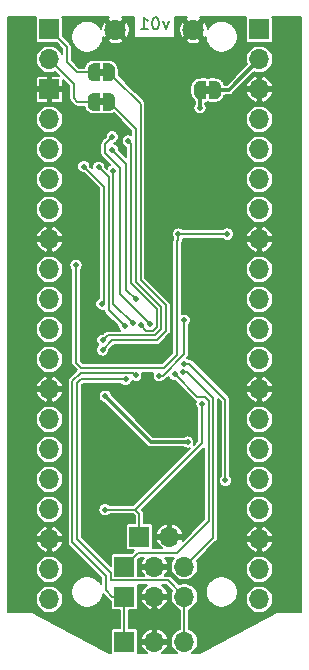
<source format=gbl>
%TF.GenerationSoftware,KiCad,Pcbnew,(5.1.10)-1*%
%TF.CreationDate,2021-05-16T15:19:33-05:00*%
%TF.ProjectId,rpi-pico-debugger-shoe,7270692d-7069-4636-9f2d-646562756767,v01*%
%TF.SameCoordinates,Original*%
%TF.FileFunction,Copper,L2,Bot*%
%TF.FilePolarity,Positive*%
%FSLAX46Y46*%
G04 Gerber Fmt 4.6, Leading zero omitted, Abs format (unit mm)*
G04 Created by KiCad (PCBNEW (5.1.10)-1) date 2021-05-16 15:19:33*
%MOMM*%
%LPD*%
G01*
G04 APERTURE LIST*
%TA.AperFunction,NonConductor*%
%ADD10C,0.150000*%
%TD*%
%TA.AperFunction,EtchedComponent*%
%ADD11C,0.100000*%
%TD*%
%TA.AperFunction,ComponentPad*%
%ADD12R,1.700000X1.700000*%
%TD*%
%TA.AperFunction,ComponentPad*%
%ADD13O,1.700000X1.700000*%
%TD*%
%TA.AperFunction,ComponentPad*%
%ADD14C,1.800000*%
%TD*%
%TA.AperFunction,SMDPad,CuDef*%
%ADD15C,0.100000*%
%TD*%
%TA.AperFunction,ViaPad*%
%ADD16C,0.508000*%
%TD*%
%TA.AperFunction,Conductor*%
%ADD17C,0.300000*%
%TD*%
%TA.AperFunction,Conductor*%
%ADD18C,0.180000*%
%TD*%
%TA.AperFunction,Conductor*%
%ADD19C,0.100000*%
%TD*%
G04 APERTURE END LIST*
D10*
X138690476Y-76685714D02*
X138452380Y-77352380D01*
X138214285Y-76685714D01*
X137642857Y-76352380D02*
X137547619Y-76352380D01*
X137452380Y-76400000D01*
X137404761Y-76447619D01*
X137357142Y-76542857D01*
X137309523Y-76733333D01*
X137309523Y-76971428D01*
X137357142Y-77161904D01*
X137404761Y-77257142D01*
X137452380Y-77304761D01*
X137547619Y-77352380D01*
X137642857Y-77352380D01*
X137738095Y-77304761D01*
X137785714Y-77257142D01*
X137833333Y-77161904D01*
X137880952Y-76971428D01*
X137880952Y-76733333D01*
X137833333Y-76542857D01*
X137785714Y-76447619D01*
X137738095Y-76400000D01*
X137642857Y-76352380D01*
X136357142Y-77352380D02*
X136928571Y-77352380D01*
X136642857Y-77352380D02*
X136642857Y-76352380D01*
X136738095Y-76495238D01*
X136833333Y-76590476D01*
X136928571Y-76638095D01*
D11*
%TO.C,JP3*%
G36*
X141750000Y-82200000D02*
G01*
X142250000Y-82200000D01*
X142250000Y-82800000D01*
X141750000Y-82800000D01*
X141750000Y-82200000D01*
G37*
%TO.C,JP2*%
G36*
X132750000Y-83200000D02*
G01*
X133250000Y-83200000D01*
X133250000Y-83800000D01*
X132750000Y-83800000D01*
X132750000Y-83200000D01*
G37*
%TO.C,JP1*%
G36*
X132750000Y-80700000D02*
G01*
X133250000Y-80700000D01*
X133250000Y-81300000D01*
X132750000Y-81300000D01*
X132750000Y-80700000D01*
G37*
%TD*%
D12*
%TO.P,J8,1*%
%TO.N,Net-(J8-Pad1)*%
X128610000Y-77370000D03*
D13*
%TO.P,J8,2*%
%TO.N,Net-(J8-Pad2)*%
X128610000Y-79910000D03*
%TD*%
D12*
%TO.P,J7,1*%
%TO.N,/TARGET_SWCLK*%
X134960000Y-129210000D03*
D13*
%TO.P,J7,2*%
%TO.N,GND*%
X137500000Y-129210000D03*
%TO.P,J7,3*%
%TO.N,/TARGET_SWDIO*%
X140040000Y-129210000D03*
%TD*%
D12*
%TO.P,J6,1*%
%TO.N,/TARGET_SWCLK*%
X134960000Y-125400000D03*
D13*
%TO.P,J6,2*%
%TO.N,GND*%
X137500000Y-125400000D03*
%TO.P,J6,3*%
%TO.N,/TARGET_SWDIO*%
X140040000Y-125400000D03*
%TD*%
D12*
%TO.P,J5,1*%
%TO.N,Net-(J5-Pad1)*%
X146390000Y-77370000D03*
D13*
%TO.P,J5,2*%
%TO.N,Net-(J5-Pad2)*%
X146390000Y-79910000D03*
%TO.P,J5,3*%
%TO.N,GND*%
X146390000Y-82450000D03*
%TO.P,J5,4*%
%TO.N,Net-(J5-Pad4)*%
X146390000Y-84990000D03*
%TO.P,J5,5*%
%TO.N,Net-(J5-Pad5)*%
X146390000Y-87530000D03*
%TO.P,J5,6*%
%TO.N,Net-(J5-Pad6)*%
X146390000Y-90070000D03*
%TO.P,J5,7*%
%TO.N,Net-(J5-Pad7)*%
X146390000Y-92610000D03*
%TO.P,J5,8*%
%TO.N,GND*%
X146390000Y-95150000D03*
%TO.P,J5,9*%
%TO.N,Net-(J5-Pad9)*%
X146390000Y-97690000D03*
%TO.P,J5,10*%
%TO.N,Net-(J5-Pad10)*%
X146390000Y-100230000D03*
%TO.P,J5,11*%
%TO.N,Net-(J5-Pad11)*%
X146390000Y-102770000D03*
%TO.P,J5,12*%
%TO.N,Net-(J5-Pad12)*%
X146390000Y-105310000D03*
%TO.P,J5,13*%
%TO.N,GND*%
X146390000Y-107850000D03*
%TO.P,J5,14*%
%TO.N,Net-(J5-Pad14)*%
X146390000Y-110390000D03*
%TO.P,J5,15*%
%TO.N,Net-(J5-Pad15)*%
X146390000Y-112930000D03*
%TO.P,J5,16*%
%TO.N,Net-(J5-Pad16)*%
X146390000Y-115470000D03*
%TO.P,J5,17*%
%TO.N,Net-(J5-Pad17)*%
X146390000Y-118010000D03*
%TO.P,J5,18*%
%TO.N,GND*%
X146390000Y-120550000D03*
%TO.P,J5,19*%
%TO.N,Net-(J5-Pad19)*%
X146390000Y-123090000D03*
%TO.P,J5,20*%
%TO.N,Net-(J5-Pad20)*%
X146390000Y-125630000D03*
%TD*%
D12*
%TO.P,J4,1*%
%TO.N,GND*%
X128610000Y-82450000D03*
D13*
%TO.P,J4,2*%
%TO.N,Net-(J4-Pad2)*%
X128610000Y-84990000D03*
%TO.P,J4,3*%
%TO.N,Net-(J4-Pad3)*%
X128610000Y-87530000D03*
%TO.P,J4,4*%
%TO.N,Net-(J4-Pad4)*%
X128610000Y-90070000D03*
%TO.P,J4,5*%
%TO.N,Net-(J4-Pad5)*%
X128610000Y-92610000D03*
%TO.P,J4,6*%
%TO.N,GND*%
X128610000Y-95150000D03*
%TO.P,J4,7*%
%TO.N,Net-(J4-Pad7)*%
X128610000Y-97690000D03*
%TO.P,J4,8*%
%TO.N,Net-(J4-Pad8)*%
X128610000Y-100230000D03*
%TO.P,J4,9*%
%TO.N,Net-(J4-Pad9)*%
X128610000Y-102770000D03*
%TO.P,J4,10*%
%TO.N,Net-(J4-Pad10)*%
X128610000Y-105310000D03*
%TO.P,J4,11*%
%TO.N,GND*%
X128610000Y-107850000D03*
%TO.P,J4,12*%
%TO.N,Net-(J4-Pad12)*%
X128610000Y-110390000D03*
%TO.P,J4,13*%
%TO.N,Net-(J4-Pad13)*%
X128610000Y-112930000D03*
%TO.P,J4,14*%
%TO.N,Net-(J4-Pad14)*%
X128610000Y-115470000D03*
%TO.P,J4,15*%
%TO.N,Net-(J4-Pad15)*%
X128610000Y-118010000D03*
%TO.P,J4,16*%
%TO.N,GND*%
X128610000Y-120550000D03*
%TO.P,J4,17*%
%TO.N,Net-(J4-Pad17)*%
X128610000Y-123090000D03*
%TO.P,J4,18*%
%TO.N,Net-(J4-Pad18)*%
X128610000Y-125630000D03*
%TD*%
D12*
%TO.P,J3,1*%
%TO.N,/SWCLK*%
X134960000Y-122860000D03*
D13*
%TO.P,J3,2*%
%TO.N,GND*%
X137500000Y-122860000D03*
%TO.P,J3,3*%
%TO.N,/SWDIO*%
X140040000Y-122860000D03*
%TD*%
D12*
%TO.P,J2,1*%
%TO.N,/RUN*%
X136230000Y-120320000D03*
D13*
%TO.P,J2,2*%
%TO.N,GND*%
X138770000Y-120320000D03*
%TD*%
D14*
%TO.P,J1,S5*%
%TO.N,GND*%
X140800000Y-77400000D03*
%TO.P,J1,S6*%
X134200000Y-77400000D03*
%TD*%
%TA.AperFunction,SMDPad,CuDef*%
D15*
%TO.P,JP3,1*%
%TO.N,Net-(J5-Pad2)*%
G36*
X142150000Y-81750000D02*
G01*
X142650000Y-81750000D01*
X142650000Y-81750602D01*
X142674534Y-81750602D01*
X142723365Y-81755412D01*
X142771490Y-81764984D01*
X142818445Y-81779228D01*
X142863778Y-81798005D01*
X142907051Y-81821136D01*
X142947850Y-81848396D01*
X142985779Y-81879524D01*
X143020476Y-81914221D01*
X143051604Y-81952150D01*
X143078864Y-81992949D01*
X143101995Y-82036222D01*
X143120772Y-82081555D01*
X143135016Y-82128510D01*
X143144588Y-82176635D01*
X143149398Y-82225466D01*
X143149398Y-82250000D01*
X143150000Y-82250000D01*
X143150000Y-82750000D01*
X143149398Y-82750000D01*
X143149398Y-82774534D01*
X143144588Y-82823365D01*
X143135016Y-82871490D01*
X143120772Y-82918445D01*
X143101995Y-82963778D01*
X143078864Y-83007051D01*
X143051604Y-83047850D01*
X143020476Y-83085779D01*
X142985779Y-83120476D01*
X142947850Y-83151604D01*
X142907051Y-83178864D01*
X142863778Y-83201995D01*
X142818445Y-83220772D01*
X142771490Y-83235016D01*
X142723365Y-83244588D01*
X142674534Y-83249398D01*
X142650000Y-83249398D01*
X142650000Y-83250000D01*
X142150000Y-83250000D01*
X142150000Y-81750000D01*
G37*
%TD.AperFunction*%
%TA.AperFunction,SMDPad,CuDef*%
%TO.P,JP3,2*%
%TO.N,/VSYS*%
G36*
X141350000Y-83249398D02*
G01*
X141325466Y-83249398D01*
X141276635Y-83244588D01*
X141228510Y-83235016D01*
X141181555Y-83220772D01*
X141136222Y-83201995D01*
X141092949Y-83178864D01*
X141052150Y-83151604D01*
X141014221Y-83120476D01*
X140979524Y-83085779D01*
X140948396Y-83047850D01*
X140921136Y-83007051D01*
X140898005Y-82963778D01*
X140879228Y-82918445D01*
X140864984Y-82871490D01*
X140855412Y-82823365D01*
X140850602Y-82774534D01*
X140850602Y-82750000D01*
X140850000Y-82750000D01*
X140850000Y-82250000D01*
X140850602Y-82250000D01*
X140850602Y-82225466D01*
X140855412Y-82176635D01*
X140864984Y-82128510D01*
X140879228Y-82081555D01*
X140898005Y-82036222D01*
X140921136Y-81992949D01*
X140948396Y-81952150D01*
X140979524Y-81914221D01*
X141014221Y-81879524D01*
X141052150Y-81848396D01*
X141092949Y-81821136D01*
X141136222Y-81798005D01*
X141181555Y-81779228D01*
X141228510Y-81764984D01*
X141276635Y-81755412D01*
X141325466Y-81750602D01*
X141350000Y-81750602D01*
X141350000Y-81750000D01*
X141850000Y-81750000D01*
X141850000Y-83250000D01*
X141350000Y-83250000D01*
X141350000Y-83249398D01*
G37*
%TD.AperFunction*%
%TD*%
%TA.AperFunction,SMDPad,CuDef*%
%TO.P,JP2,1*%
%TO.N,/TARGET_RX*%
G36*
X133150000Y-82750000D02*
G01*
X133650000Y-82750000D01*
X133650000Y-82750602D01*
X133674534Y-82750602D01*
X133723365Y-82755412D01*
X133771490Y-82764984D01*
X133818445Y-82779228D01*
X133863778Y-82798005D01*
X133907051Y-82821136D01*
X133947850Y-82848396D01*
X133985779Y-82879524D01*
X134020476Y-82914221D01*
X134051604Y-82952150D01*
X134078864Y-82992949D01*
X134101995Y-83036222D01*
X134120772Y-83081555D01*
X134135016Y-83128510D01*
X134144588Y-83176635D01*
X134149398Y-83225466D01*
X134149398Y-83250000D01*
X134150000Y-83250000D01*
X134150000Y-83750000D01*
X134149398Y-83750000D01*
X134149398Y-83774534D01*
X134144588Y-83823365D01*
X134135016Y-83871490D01*
X134120772Y-83918445D01*
X134101995Y-83963778D01*
X134078864Y-84007051D01*
X134051604Y-84047850D01*
X134020476Y-84085779D01*
X133985779Y-84120476D01*
X133947850Y-84151604D01*
X133907051Y-84178864D01*
X133863778Y-84201995D01*
X133818445Y-84220772D01*
X133771490Y-84235016D01*
X133723365Y-84244588D01*
X133674534Y-84249398D01*
X133650000Y-84249398D01*
X133650000Y-84250000D01*
X133150000Y-84250000D01*
X133150000Y-82750000D01*
G37*
%TD.AperFunction*%
%TA.AperFunction,SMDPad,CuDef*%
%TO.P,JP2,2*%
%TO.N,Net-(J8-Pad2)*%
G36*
X132350000Y-84249398D02*
G01*
X132325466Y-84249398D01*
X132276635Y-84244588D01*
X132228510Y-84235016D01*
X132181555Y-84220772D01*
X132136222Y-84201995D01*
X132092949Y-84178864D01*
X132052150Y-84151604D01*
X132014221Y-84120476D01*
X131979524Y-84085779D01*
X131948396Y-84047850D01*
X131921136Y-84007051D01*
X131898005Y-83963778D01*
X131879228Y-83918445D01*
X131864984Y-83871490D01*
X131855412Y-83823365D01*
X131850602Y-83774534D01*
X131850602Y-83750000D01*
X131850000Y-83750000D01*
X131850000Y-83250000D01*
X131850602Y-83250000D01*
X131850602Y-83225466D01*
X131855412Y-83176635D01*
X131864984Y-83128510D01*
X131879228Y-83081555D01*
X131898005Y-83036222D01*
X131921136Y-82992949D01*
X131948396Y-82952150D01*
X131979524Y-82914221D01*
X132014221Y-82879524D01*
X132052150Y-82848396D01*
X132092949Y-82821136D01*
X132136222Y-82798005D01*
X132181555Y-82779228D01*
X132228510Y-82764984D01*
X132276635Y-82755412D01*
X132325466Y-82750602D01*
X132350000Y-82750602D01*
X132350000Y-82750000D01*
X132850000Y-82750000D01*
X132850000Y-84250000D01*
X132350000Y-84250000D01*
X132350000Y-84249398D01*
G37*
%TD.AperFunction*%
%TD*%
%TA.AperFunction,SMDPad,CuDef*%
%TO.P,JP1,1*%
%TO.N,/TARGET_TX*%
G36*
X133150000Y-80250000D02*
G01*
X133650000Y-80250000D01*
X133650000Y-80250602D01*
X133674534Y-80250602D01*
X133723365Y-80255412D01*
X133771490Y-80264984D01*
X133818445Y-80279228D01*
X133863778Y-80298005D01*
X133907051Y-80321136D01*
X133947850Y-80348396D01*
X133985779Y-80379524D01*
X134020476Y-80414221D01*
X134051604Y-80452150D01*
X134078864Y-80492949D01*
X134101995Y-80536222D01*
X134120772Y-80581555D01*
X134135016Y-80628510D01*
X134144588Y-80676635D01*
X134149398Y-80725466D01*
X134149398Y-80750000D01*
X134150000Y-80750000D01*
X134150000Y-81250000D01*
X134149398Y-81250000D01*
X134149398Y-81274534D01*
X134144588Y-81323365D01*
X134135016Y-81371490D01*
X134120772Y-81418445D01*
X134101995Y-81463778D01*
X134078864Y-81507051D01*
X134051604Y-81547850D01*
X134020476Y-81585779D01*
X133985779Y-81620476D01*
X133947850Y-81651604D01*
X133907051Y-81678864D01*
X133863778Y-81701995D01*
X133818445Y-81720772D01*
X133771490Y-81735016D01*
X133723365Y-81744588D01*
X133674534Y-81749398D01*
X133650000Y-81749398D01*
X133650000Y-81750000D01*
X133150000Y-81750000D01*
X133150000Y-80250000D01*
G37*
%TD.AperFunction*%
%TA.AperFunction,SMDPad,CuDef*%
%TO.P,JP1,2*%
%TO.N,Net-(J8-Pad1)*%
G36*
X132350000Y-81749398D02*
G01*
X132325466Y-81749398D01*
X132276635Y-81744588D01*
X132228510Y-81735016D01*
X132181555Y-81720772D01*
X132136222Y-81701995D01*
X132092949Y-81678864D01*
X132052150Y-81651604D01*
X132014221Y-81620476D01*
X131979524Y-81585779D01*
X131948396Y-81547850D01*
X131921136Y-81507051D01*
X131898005Y-81463778D01*
X131879228Y-81418445D01*
X131864984Y-81371490D01*
X131855412Y-81323365D01*
X131850602Y-81274534D01*
X131850602Y-81250000D01*
X131850000Y-81250000D01*
X131850000Y-80750000D01*
X131850602Y-80750000D01*
X131850602Y-80725466D01*
X131855412Y-80676635D01*
X131864984Y-80628510D01*
X131879228Y-80581555D01*
X131898005Y-80536222D01*
X131921136Y-80492949D01*
X131948396Y-80452150D01*
X131979524Y-80414221D01*
X132014221Y-80379524D01*
X132052150Y-80348396D01*
X132092949Y-80321136D01*
X132136222Y-80298005D01*
X132181555Y-80279228D01*
X132228510Y-80264984D01*
X132276635Y-80255412D01*
X132325466Y-80250602D01*
X132350000Y-80250602D01*
X132350000Y-80250000D01*
X132850000Y-80250000D01*
X132850000Y-81750000D01*
X132350000Y-81750000D01*
X132350000Y-81749398D01*
G37*
%TD.AperFunction*%
%TD*%
D16*
%TO.N,GND*%
X138500000Y-103750000D03*
X137500000Y-105250000D03*
X136500000Y-105250000D03*
X136500000Y-104500000D03*
X138500000Y-104500000D03*
X137500000Y-104500000D03*
X140062500Y-111352500D03*
X134200000Y-107800000D03*
X133000000Y-102700000D03*
X137160000Y-106920000D03*
X142000000Y-105000000D03*
X142000000Y-101000000D03*
X139500000Y-92500000D03*
X141000000Y-91500000D03*
X141000000Y-94000000D03*
X143000000Y-96500000D03*
X136400000Y-82000000D03*
X139100000Y-83300000D03*
X139300000Y-81550000D03*
X143000000Y-98900000D03*
X144150000Y-112600000D03*
X144200000Y-114750000D03*
X133500000Y-122250000D03*
X131650000Y-120200000D03*
X132300000Y-115650000D03*
X131600000Y-112700000D03*
X134100000Y-111300000D03*
X138300000Y-114500000D03*
X135700000Y-115400000D03*
X141200000Y-114800000D03*
X140900000Y-115650000D03*
X133450000Y-129500000D03*
X141550000Y-129500000D03*
X130100000Y-127100000D03*
X144900000Y-127100000D03*
X140650000Y-117950000D03*
X137500000Y-118200000D03*
X143000000Y-81050000D03*
X143950000Y-84150000D03*
X132150000Y-88250000D03*
X131950000Y-86500000D03*
X144050000Y-90150000D03*
X144550000Y-88300000D03*
X144900000Y-80250000D03*
X141800000Y-122500000D03*
X131950000Y-100650000D03*
X132600000Y-97850000D03*
%TO.N,+3V3*%
X133339998Y-108430000D03*
X140300000Y-112300002D03*
%TO.N,/VSYS*%
X141350000Y-84000000D03*
%TO.N,/+1.1V*%
X137900000Y-106700000D03*
X140020000Y-102000000D03*
%TO.N,/RUN*%
X141520000Y-109060000D03*
X133320000Y-118030000D03*
%TO.N,/SWDIO*%
X139912263Y-106388753D03*
%TO.N,/SWCLK*%
X139200000Y-106575990D03*
%TO.N,/TARGET_SWDIO*%
X135050000Y-107004021D03*
%TO.N,/TARGET_SWCLK*%
X135910000Y-106670000D03*
%TO.N,/TARGET_TX*%
X133099998Y-104500002D03*
%TO.N,/TARGET_RX*%
X133121758Y-103680611D03*
%TO.N,/GPIO25*%
X143510000Y-115550000D03*
X140027673Y-105669947D03*
%TO.N,/USB_BOOT*%
X139530000Y-94700002D03*
X143670000Y-94700000D03*
X130850000Y-97350000D03*
%TO.N,/QSPI_CS*%
X131510000Y-88980000D03*
X133047170Y-100621695D03*
%TO.N,/QSPI_SD1*%
X132770000Y-89060000D03*
X134969348Y-102498509D03*
%TO.N,/QSPI_SD2*%
X134011191Y-89328809D03*
X135660147Y-102268729D03*
%TO.N,/QSPI_SD0*%
X135290000Y-86810000D03*
X136371229Y-102424819D03*
%TO.N,/QSPI_SCK*%
X133930000Y-86460000D03*
X137129992Y-102305968D03*
%TO.N,/QSPI_SD3*%
X133913816Y-87543816D03*
X135930000Y-100204010D03*
%TD*%
D17*
%TO.N,+3V3*%
X133339998Y-108430000D02*
X137210000Y-112300002D01*
X137210000Y-112300002D02*
X140300000Y-112300002D01*
%TO.N,/VSYS*%
X141350000Y-82500000D02*
X141350000Y-84000000D01*
D18*
%TO.N,/+1.1V*%
X140020000Y-104860000D02*
X140020000Y-102000000D01*
X138180000Y-106700000D02*
X140020000Y-104860000D01*
X137900000Y-106700000D02*
X138180000Y-106700000D01*
%TO.N,/RUN*%
X135880000Y-118030000D02*
X133320000Y-118030000D01*
X141520000Y-112390000D02*
X135880000Y-118030000D01*
X141520000Y-109060000D02*
X141520000Y-112390000D01*
X136230000Y-118380000D02*
X135880000Y-118030000D01*
X136230000Y-120320000D02*
X136230000Y-118380000D01*
%TO.N,/SWDIO*%
X142490000Y-108607280D02*
X140271473Y-106388753D01*
X140040000Y-122860000D02*
X142490000Y-120410000D01*
X142490000Y-120410000D02*
X142490000Y-108607280D01*
X140271473Y-106388753D02*
X139912263Y-106388753D01*
%TO.N,/SWCLK*%
X141120009Y-108495999D02*
X139200000Y-106575990D01*
X142084001Y-119025999D02*
X142084001Y-108804001D01*
X141775999Y-108495999D02*
X141120009Y-108495999D01*
X134960000Y-122860000D02*
X136120001Y-121699999D01*
X142084001Y-108804001D02*
X141775999Y-108495999D01*
X136120001Y-121699999D02*
X139410001Y-121699999D01*
X139410001Y-121699999D02*
X142084001Y-119025999D01*
D17*
%TO.N,Net-(J5-Pad2)*%
X143800000Y-82500000D02*
X146390000Y-79910000D01*
X142650000Y-82500000D02*
X143800000Y-82500000D01*
D18*
%TO.N,/TARGET_SWDIO*%
X130950011Y-118490011D02*
X130950011Y-118760011D01*
X133799999Y-123359999D02*
X130950011Y-120510011D01*
X130950011Y-120510011D02*
X130950011Y-118490011D01*
X133799999Y-123958001D02*
X133799999Y-123359999D01*
X133861999Y-124020001D02*
X133799999Y-123958001D01*
X138660001Y-124020001D02*
X133861999Y-124020001D01*
X140040000Y-125400000D02*
X138660001Y-124020001D01*
X140040000Y-125400000D02*
X140040000Y-129210000D01*
X131265980Y-107004021D02*
X135050000Y-107004021D01*
X130950011Y-107319990D02*
X131265980Y-107004021D01*
X130950011Y-118490011D02*
X130950011Y-107319990D01*
%TO.N,/TARGET_SWCLK*%
X134960000Y-125400000D02*
X134960000Y-129210000D01*
X133399988Y-124869988D02*
X133930000Y-125400000D01*
X133399988Y-123619988D02*
X133399988Y-124869988D01*
X135910000Y-106670000D02*
X135680011Y-106440011D01*
X130550000Y-120770000D02*
X133399988Y-123619988D01*
X133930000Y-125400000D02*
X134960000Y-125400000D01*
X130550000Y-107154301D02*
X130550000Y-120770000D01*
X135680011Y-106440011D02*
X131264290Y-106440011D01*
X131264290Y-106440011D02*
X130550000Y-107154301D01*
%TO.N,Net-(J8-Pad2)*%
X128610000Y-79910000D02*
X130690000Y-81990000D01*
X130690000Y-81990000D02*
X130690000Y-83210000D01*
X130980000Y-83500000D02*
X132350000Y-83500000D01*
X130690000Y-83210000D02*
X130980000Y-83500000D01*
%TO.N,Net-(J8-Pad1)*%
X130980000Y-81000000D02*
X132350000Y-81000000D01*
X130090000Y-80110000D02*
X130980000Y-81000000D01*
X130090000Y-78850000D02*
X130090000Y-80110000D01*
X128610000Y-77370000D02*
X130090000Y-78850000D01*
%TO.N,/TARGET_TX*%
X133650000Y-81000000D02*
X133650000Y-81190000D01*
X134104064Y-81454064D02*
X133650000Y-81000000D01*
X136320000Y-98550000D02*
X136320000Y-83670000D01*
X138500000Y-100730000D02*
X136320000Y-98550000D01*
X133930000Y-103670000D02*
X137720000Y-103670000D01*
X136320000Y-83670000D02*
X134104064Y-81454064D01*
X133099998Y-104500002D02*
X133930000Y-103670000D01*
X137720000Y-103670000D02*
X138500000Y-102890000D01*
X138500000Y-102890000D02*
X138500000Y-100730000D01*
%TO.N,/TARGET_RX*%
X133650000Y-83500000D02*
X133650000Y-83640000D01*
X135919989Y-85769989D02*
X135919989Y-98715689D01*
X135919989Y-98715689D02*
X138094013Y-100889713D01*
X137554311Y-103269989D02*
X133532380Y-103269989D01*
X133532380Y-103269989D02*
X133121758Y-103680611D01*
X133650000Y-83500000D02*
X135919989Y-85769989D01*
X138094013Y-102730287D02*
X137554311Y-103269989D01*
X138094013Y-100889713D02*
X138094013Y-102730287D01*
%TO.N,/GPIO25*%
X143510000Y-108720790D02*
X140459157Y-105669947D01*
X140459157Y-105669947D02*
X140027673Y-105669947D01*
X143510000Y-115550000D02*
X143510000Y-108720790D01*
%TO.N,/USB_BOOT*%
X143669998Y-94700002D02*
X143670000Y-94700000D01*
X139530000Y-94700002D02*
X143669998Y-94700002D01*
X130850000Y-105600000D02*
X130850000Y-97350000D01*
X131290000Y-106040000D02*
X130850000Y-105600000D01*
X139420000Y-104894300D02*
X138274300Y-106040000D01*
X139420000Y-95310000D02*
X139420000Y-104894300D01*
X138274300Y-106040000D02*
X131290000Y-106040000D01*
X139530000Y-95200000D02*
X139420000Y-95310000D01*
X139530000Y-94700002D02*
X139530000Y-95200000D01*
%TO.N,/QSPI_CS*%
X133200000Y-100468865D02*
X133047170Y-100621695D01*
X133200000Y-90670000D02*
X133200000Y-100468865D01*
X131510000Y-88980000D02*
X133200000Y-90670000D01*
%TO.N,/QSPI_SD1*%
X133611180Y-101140341D02*
X134969348Y-102498509D01*
X133611180Y-89901180D02*
X133611180Y-101140341D01*
X132770000Y-89060000D02*
X133611180Y-89901180D01*
%TO.N,/QSPI_SD2*%
X134011191Y-100619773D02*
X135660147Y-102268729D01*
X134011191Y-89328809D02*
X134011191Y-100619773D01*
%TO.N,/QSPI_SD0*%
X137694002Y-101055402D02*
X137694002Y-102564598D01*
X136816388Y-102869978D02*
X136371229Y-102424819D01*
X137694002Y-102564598D02*
X137388622Y-102869978D01*
X135290000Y-86810000D02*
X135519978Y-87039978D01*
X135519978Y-98881378D02*
X137694002Y-101055402D01*
X137388622Y-102869978D02*
X136816388Y-102869978D01*
X135519978Y-87039978D02*
X135519978Y-98881378D01*
%TO.N,/QSPI_SCK*%
X134620000Y-99795976D02*
X137129992Y-102305968D01*
X134620000Y-89140000D02*
X134620000Y-99795976D01*
X133930000Y-86460000D02*
X133320000Y-87070000D01*
X133320000Y-87070000D02*
X133320000Y-87840000D01*
X133320000Y-87840000D02*
X134620000Y-89140000D01*
%TO.N,/QSPI_SD3*%
X133913816Y-87543816D02*
X135119967Y-88749967D01*
X135119967Y-88749967D02*
X135119967Y-99393977D01*
X135119967Y-99393977D02*
X135930000Y-100204010D01*
%TD*%
%TO.N,GND*%
X136768059Y-124500066D02*
X136606555Y-124660153D01*
X136479385Y-124848671D01*
X136391437Y-125058377D01*
X136429144Y-125236000D01*
X137336000Y-125236000D01*
X137336000Y-125216000D01*
X137664000Y-125216000D01*
X137664000Y-125236000D01*
X138570856Y-125236000D01*
X138608563Y-125058377D01*
X138520615Y-124848671D01*
X138393445Y-124660153D01*
X138231941Y-124500066D01*
X138110965Y-124420001D01*
X138494316Y-124420001D01*
X138986489Y-124912174D01*
X138924578Y-125061640D01*
X138880000Y-125285750D01*
X138880000Y-125514250D01*
X138924578Y-125738360D01*
X139012021Y-125949466D01*
X139138969Y-126139457D01*
X139300543Y-126301031D01*
X139490534Y-126427979D01*
X139640000Y-126489890D01*
X139640001Y-128120110D01*
X139490534Y-128182021D01*
X139300543Y-128308969D01*
X139138969Y-128470543D01*
X139012021Y-128660534D01*
X138924578Y-128871640D01*
X138880000Y-129095750D01*
X138880000Y-129324250D01*
X138924578Y-129548360D01*
X139012021Y-129759466D01*
X139138969Y-129949457D01*
X139300543Y-130111031D01*
X139381313Y-130165000D01*
X138148738Y-130165000D01*
X138231941Y-130109934D01*
X138393445Y-129949847D01*
X138520615Y-129761329D01*
X138608563Y-129551623D01*
X138570856Y-129374000D01*
X137664000Y-129374000D01*
X137664000Y-129394000D01*
X137336000Y-129394000D01*
X137336000Y-129374000D01*
X136429144Y-129374000D01*
X136391437Y-129551623D01*
X136479385Y-129761329D01*
X136606555Y-129949847D01*
X136768059Y-130109934D01*
X136851262Y-130165000D01*
X136102097Y-130165000D01*
X136115514Y-130120770D01*
X136121499Y-130060000D01*
X136121499Y-128868377D01*
X136391437Y-128868377D01*
X136429144Y-129046000D01*
X137336000Y-129046000D01*
X137336000Y-128139995D01*
X137664000Y-128139995D01*
X137664000Y-129046000D01*
X138570856Y-129046000D01*
X138608563Y-128868377D01*
X138520615Y-128658671D01*
X138393445Y-128470153D01*
X138231941Y-128310066D01*
X138042309Y-128184563D01*
X137841622Y-128101445D01*
X137664000Y-128139995D01*
X137336000Y-128139995D01*
X137158378Y-128101445D01*
X136957691Y-128184563D01*
X136768059Y-128310066D01*
X136606555Y-128470153D01*
X136479385Y-128658671D01*
X136391437Y-128868377D01*
X136121499Y-128868377D01*
X136121499Y-128360000D01*
X136115514Y-128299230D01*
X136097788Y-128240794D01*
X136069002Y-128186940D01*
X136030263Y-128139737D01*
X135983060Y-128100998D01*
X135929206Y-128072212D01*
X135870770Y-128054486D01*
X135810000Y-128048501D01*
X135360000Y-128048501D01*
X135360000Y-126561499D01*
X135810000Y-126561499D01*
X135870770Y-126555514D01*
X135929206Y-126537788D01*
X135983060Y-126509002D01*
X136030263Y-126470263D01*
X136069002Y-126423060D01*
X136097788Y-126369206D01*
X136115514Y-126310770D01*
X136121499Y-126250000D01*
X136121499Y-125741623D01*
X136391437Y-125741623D01*
X136479385Y-125951329D01*
X136606555Y-126139847D01*
X136768059Y-126299934D01*
X136957691Y-126425437D01*
X137158378Y-126508555D01*
X137336000Y-126470005D01*
X137336000Y-125564000D01*
X137664000Y-125564000D01*
X137664000Y-126470005D01*
X137841622Y-126508555D01*
X138042309Y-126425437D01*
X138231941Y-126299934D01*
X138393445Y-126139847D01*
X138520615Y-125951329D01*
X138608563Y-125741623D01*
X138570856Y-125564000D01*
X137664000Y-125564000D01*
X137336000Y-125564000D01*
X136429144Y-125564000D01*
X136391437Y-125741623D01*
X136121499Y-125741623D01*
X136121499Y-124550000D01*
X136115514Y-124489230D01*
X136097788Y-124430794D01*
X136092019Y-124420001D01*
X136889035Y-124420001D01*
X136768059Y-124500066D01*
%TA.AperFunction,Conductor*%
D19*
G36*
X136768059Y-124500066D02*
G01*
X136606555Y-124660153D01*
X136479385Y-124848671D01*
X136391437Y-125058377D01*
X136429144Y-125236000D01*
X137336000Y-125236000D01*
X137336000Y-125216000D01*
X137664000Y-125216000D01*
X137664000Y-125236000D01*
X138570856Y-125236000D01*
X138608563Y-125058377D01*
X138520615Y-124848671D01*
X138393445Y-124660153D01*
X138231941Y-124500066D01*
X138110965Y-124420001D01*
X138494316Y-124420001D01*
X138986489Y-124912174D01*
X138924578Y-125061640D01*
X138880000Y-125285750D01*
X138880000Y-125514250D01*
X138924578Y-125738360D01*
X139012021Y-125949466D01*
X139138969Y-126139457D01*
X139300543Y-126301031D01*
X139490534Y-126427979D01*
X139640000Y-126489890D01*
X139640001Y-128120110D01*
X139490534Y-128182021D01*
X139300543Y-128308969D01*
X139138969Y-128470543D01*
X139012021Y-128660534D01*
X138924578Y-128871640D01*
X138880000Y-129095750D01*
X138880000Y-129324250D01*
X138924578Y-129548360D01*
X139012021Y-129759466D01*
X139138969Y-129949457D01*
X139300543Y-130111031D01*
X139381313Y-130165000D01*
X138148738Y-130165000D01*
X138231941Y-130109934D01*
X138393445Y-129949847D01*
X138520615Y-129761329D01*
X138608563Y-129551623D01*
X138570856Y-129374000D01*
X137664000Y-129374000D01*
X137664000Y-129394000D01*
X137336000Y-129394000D01*
X137336000Y-129374000D01*
X136429144Y-129374000D01*
X136391437Y-129551623D01*
X136479385Y-129761329D01*
X136606555Y-129949847D01*
X136768059Y-130109934D01*
X136851262Y-130165000D01*
X136102097Y-130165000D01*
X136115514Y-130120770D01*
X136121499Y-130060000D01*
X136121499Y-128868377D01*
X136391437Y-128868377D01*
X136429144Y-129046000D01*
X137336000Y-129046000D01*
X137336000Y-128139995D01*
X137664000Y-128139995D01*
X137664000Y-129046000D01*
X138570856Y-129046000D01*
X138608563Y-128868377D01*
X138520615Y-128658671D01*
X138393445Y-128470153D01*
X138231941Y-128310066D01*
X138042309Y-128184563D01*
X137841622Y-128101445D01*
X137664000Y-128139995D01*
X137336000Y-128139995D01*
X137158378Y-128101445D01*
X136957691Y-128184563D01*
X136768059Y-128310066D01*
X136606555Y-128470153D01*
X136479385Y-128658671D01*
X136391437Y-128868377D01*
X136121499Y-128868377D01*
X136121499Y-128360000D01*
X136115514Y-128299230D01*
X136097788Y-128240794D01*
X136069002Y-128186940D01*
X136030263Y-128139737D01*
X135983060Y-128100998D01*
X135929206Y-128072212D01*
X135870770Y-128054486D01*
X135810000Y-128048501D01*
X135360000Y-128048501D01*
X135360000Y-126561499D01*
X135810000Y-126561499D01*
X135870770Y-126555514D01*
X135929206Y-126537788D01*
X135983060Y-126509002D01*
X136030263Y-126470263D01*
X136069002Y-126423060D01*
X136097788Y-126369206D01*
X136115514Y-126310770D01*
X136121499Y-126250000D01*
X136121499Y-125741623D01*
X136391437Y-125741623D01*
X136479385Y-125951329D01*
X136606555Y-126139847D01*
X136768059Y-126299934D01*
X136957691Y-126425437D01*
X137158378Y-126508555D01*
X137336000Y-126470005D01*
X137336000Y-125564000D01*
X137664000Y-125564000D01*
X137664000Y-126470005D01*
X137841622Y-126508555D01*
X138042309Y-126425437D01*
X138231941Y-126299934D01*
X138393445Y-126139847D01*
X138520615Y-125951329D01*
X138608563Y-125741623D01*
X138570856Y-125564000D01*
X137664000Y-125564000D01*
X137336000Y-125564000D01*
X136429144Y-125564000D01*
X136391437Y-125741623D01*
X136121499Y-125741623D01*
X136121499Y-124550000D01*
X136115514Y-124489230D01*
X136097788Y-124430794D01*
X136092019Y-124420001D01*
X136889035Y-124420001D01*
X136768059Y-124500066D01*
G37*
%TD.AperFunction*%
D18*
X127500998Y-76346940D02*
X127472212Y-76400794D01*
X127454486Y-76459230D01*
X127448501Y-76520000D01*
X127448501Y-78220000D01*
X127454486Y-78280770D01*
X127472212Y-78339206D01*
X127500998Y-78393060D01*
X127539737Y-78440263D01*
X127586940Y-78479002D01*
X127640794Y-78507788D01*
X127699230Y-78525514D01*
X127760000Y-78531499D01*
X129205813Y-78531499D01*
X129690000Y-79015686D01*
X129690001Y-79486125D01*
X129637979Y-79360534D01*
X129511031Y-79170543D01*
X129349457Y-79008969D01*
X129159466Y-78882021D01*
X128948360Y-78794578D01*
X128724250Y-78750000D01*
X128495750Y-78750000D01*
X128271640Y-78794578D01*
X128060534Y-78882021D01*
X127870543Y-79008969D01*
X127708969Y-79170543D01*
X127582021Y-79360534D01*
X127494578Y-79571640D01*
X127450000Y-79795750D01*
X127450000Y-80024250D01*
X127494578Y-80248360D01*
X127582021Y-80459466D01*
X127708969Y-80649457D01*
X127870543Y-80811031D01*
X128060534Y-80937979D01*
X128271640Y-81025422D01*
X128495750Y-81070000D01*
X128724250Y-81070000D01*
X128948360Y-81025422D01*
X129097826Y-80963511D01*
X129422906Y-81288591D01*
X128851500Y-81290000D01*
X128774000Y-81367500D01*
X128774000Y-82286000D01*
X129692500Y-82286000D01*
X129770000Y-82208500D01*
X129771409Y-81637094D01*
X130290000Y-82155686D01*
X130290001Y-83190344D01*
X130288065Y-83210000D01*
X130295788Y-83288413D01*
X130318661Y-83363814D01*
X130355803Y-83433302D01*
X130393265Y-83478950D01*
X130393268Y-83478953D01*
X130405790Y-83494211D01*
X130421047Y-83506732D01*
X130683267Y-83768953D01*
X130695789Y-83784211D01*
X130711047Y-83796733D01*
X130711049Y-83796735D01*
X130756697Y-83834197D01*
X130826185Y-83871340D01*
X130901586Y-83894212D01*
X130980000Y-83901935D01*
X130999646Y-83900000D01*
X131554893Y-83900000D01*
X131566015Y-83955913D01*
X131583741Y-84014346D01*
X131621250Y-84104902D01*
X131650036Y-84158758D01*
X131704492Y-84240257D01*
X131743231Y-84287461D01*
X131812539Y-84356769D01*
X131859743Y-84395508D01*
X131941242Y-84449964D01*
X131995098Y-84478750D01*
X132085654Y-84516259D01*
X132144087Y-84533985D01*
X132240220Y-84553107D01*
X132300991Y-84559092D01*
X132325549Y-84559092D01*
X132350000Y-84561500D01*
X132850000Y-84561500D01*
X132910771Y-84555515D01*
X132969206Y-84537788D01*
X133000000Y-84521329D01*
X133030794Y-84537788D01*
X133089229Y-84555515D01*
X133150000Y-84561500D01*
X133650000Y-84561500D01*
X133674451Y-84559092D01*
X133699009Y-84559092D01*
X133759780Y-84553107D01*
X133855913Y-84533985D01*
X133914346Y-84516259D01*
X134004902Y-84478750D01*
X134042805Y-84458491D01*
X135519989Y-85935675D01*
X135519989Y-86294796D01*
X135454513Y-86267674D01*
X135345549Y-86246000D01*
X135234451Y-86246000D01*
X135125487Y-86267674D01*
X135022846Y-86310190D01*
X134930471Y-86371913D01*
X134851913Y-86450471D01*
X134790190Y-86542846D01*
X134747674Y-86645487D01*
X134726000Y-86754451D01*
X134726000Y-86865549D01*
X134747674Y-86974513D01*
X134790190Y-87077154D01*
X134851913Y-87169529D01*
X134930471Y-87248087D01*
X135022846Y-87309810D01*
X135119978Y-87350044D01*
X135119978Y-88184292D01*
X134477816Y-87542131D01*
X134477816Y-87488267D01*
X134456142Y-87379303D01*
X134413626Y-87276662D01*
X134351903Y-87184287D01*
X134273345Y-87105729D01*
X134180970Y-87044006D01*
X134084943Y-87004230D01*
X134094513Y-87002326D01*
X134197154Y-86959810D01*
X134289529Y-86898087D01*
X134368087Y-86819529D01*
X134429810Y-86727154D01*
X134472326Y-86624513D01*
X134494000Y-86515549D01*
X134494000Y-86404451D01*
X134472326Y-86295487D01*
X134429810Y-86192846D01*
X134368087Y-86100471D01*
X134289529Y-86021913D01*
X134197154Y-85960190D01*
X134094513Y-85917674D01*
X133985549Y-85896000D01*
X133874451Y-85896000D01*
X133765487Y-85917674D01*
X133662846Y-85960190D01*
X133570471Y-86021913D01*
X133491913Y-86100471D01*
X133430190Y-86192846D01*
X133387674Y-86295487D01*
X133366000Y-86404451D01*
X133366000Y-86458314D01*
X133051052Y-86773263D01*
X133035789Y-86785789D01*
X132985803Y-86846698D01*
X132948660Y-86916187D01*
X132934895Y-86961565D01*
X132925788Y-86991587D01*
X132918065Y-87070000D01*
X132920000Y-87089647D01*
X132920001Y-87820344D01*
X132918065Y-87840000D01*
X132925788Y-87918413D01*
X132948661Y-87993814D01*
X132985803Y-88063302D01*
X133023265Y-88108950D01*
X133023268Y-88108953D01*
X133035790Y-88124211D01*
X133051048Y-88136733D01*
X133743604Y-88829289D01*
X133651662Y-88890722D01*
X133573104Y-88969280D01*
X133511381Y-89061655D01*
X133468865Y-89164296D01*
X133464073Y-89188387D01*
X133334000Y-89058315D01*
X133334000Y-89004451D01*
X133312326Y-88895487D01*
X133269810Y-88792846D01*
X133208087Y-88700471D01*
X133129529Y-88621913D01*
X133037154Y-88560190D01*
X132934513Y-88517674D01*
X132825549Y-88496000D01*
X132714451Y-88496000D01*
X132605487Y-88517674D01*
X132502846Y-88560190D01*
X132410471Y-88621913D01*
X132331913Y-88700471D01*
X132270190Y-88792846D01*
X132227674Y-88895487D01*
X132206000Y-89004451D01*
X132206000Y-89110315D01*
X132074000Y-88978315D01*
X132074000Y-88924451D01*
X132052326Y-88815487D01*
X132009810Y-88712846D01*
X131948087Y-88620471D01*
X131869529Y-88541913D01*
X131777154Y-88480190D01*
X131674513Y-88437674D01*
X131565549Y-88416000D01*
X131454451Y-88416000D01*
X131345487Y-88437674D01*
X131242846Y-88480190D01*
X131150471Y-88541913D01*
X131071913Y-88620471D01*
X131010190Y-88712846D01*
X130967674Y-88815487D01*
X130946000Y-88924451D01*
X130946000Y-89035549D01*
X130967674Y-89144513D01*
X131010190Y-89247154D01*
X131071913Y-89339529D01*
X131150471Y-89418087D01*
X131242846Y-89479810D01*
X131345487Y-89522326D01*
X131454451Y-89544000D01*
X131508315Y-89544000D01*
X132800000Y-90835686D01*
X132800001Y-100113607D01*
X132780016Y-100121885D01*
X132687641Y-100183608D01*
X132609083Y-100262166D01*
X132547360Y-100354541D01*
X132504844Y-100457182D01*
X132483170Y-100566146D01*
X132483170Y-100677244D01*
X132504844Y-100786208D01*
X132547360Y-100888849D01*
X132609083Y-100981224D01*
X132687641Y-101059782D01*
X132780016Y-101121505D01*
X132882657Y-101164021D01*
X132991621Y-101185695D01*
X133102719Y-101185695D01*
X133211579Y-101164042D01*
X133216968Y-101218754D01*
X133239841Y-101294155D01*
X133276983Y-101363643D01*
X133314445Y-101409291D01*
X133314448Y-101409294D01*
X133326970Y-101424552D01*
X133342228Y-101437074D01*
X134405348Y-102500194D01*
X134405348Y-102554058D01*
X134427022Y-102663022D01*
X134469538Y-102765663D01*
X134531261Y-102858038D01*
X134543212Y-102869989D01*
X133552015Y-102869989D01*
X133532379Y-102868055D01*
X133512743Y-102869989D01*
X133512733Y-102869989D01*
X133453966Y-102875777D01*
X133378566Y-102898649D01*
X133309077Y-102935792D01*
X133295362Y-102947048D01*
X133263429Y-102973254D01*
X133263427Y-102973256D01*
X133248169Y-102985778D01*
X133235647Y-103001036D01*
X133120072Y-103116611D01*
X133066209Y-103116611D01*
X132957245Y-103138285D01*
X132854604Y-103180801D01*
X132762229Y-103242524D01*
X132683671Y-103321082D01*
X132621948Y-103413457D01*
X132579432Y-103516098D01*
X132557758Y-103625062D01*
X132557758Y-103736160D01*
X132579432Y-103845124D01*
X132621948Y-103947765D01*
X132683671Y-104040140D01*
X132722958Y-104079427D01*
X132661911Y-104140473D01*
X132600188Y-104232848D01*
X132557672Y-104335489D01*
X132535998Y-104444453D01*
X132535998Y-104555551D01*
X132557672Y-104664515D01*
X132600188Y-104767156D01*
X132661911Y-104859531D01*
X132740469Y-104938089D01*
X132832844Y-104999812D01*
X132935485Y-105042328D01*
X133044449Y-105064002D01*
X133155547Y-105064002D01*
X133264511Y-105042328D01*
X133367152Y-104999812D01*
X133459527Y-104938089D01*
X133538085Y-104859531D01*
X133599808Y-104767156D01*
X133642324Y-104664515D01*
X133663998Y-104555551D01*
X133663998Y-104501687D01*
X134095686Y-104070000D01*
X137700354Y-104070000D01*
X137720000Y-104071935D01*
X137739646Y-104070000D01*
X137739647Y-104070000D01*
X137798414Y-104064212D01*
X137873814Y-104041340D01*
X137943303Y-104004197D01*
X138004211Y-103954211D01*
X138016737Y-103938948D01*
X138768949Y-103186736D01*
X138784211Y-103174211D01*
X138834197Y-103113303D01*
X138871340Y-103043814D01*
X138894212Y-102968414D01*
X138900000Y-102909647D01*
X138900000Y-102909646D01*
X138901935Y-102890000D01*
X138900000Y-102870353D01*
X138900000Y-100749647D01*
X138901935Y-100730000D01*
X138894212Y-100651586D01*
X138871340Y-100576186D01*
X138834197Y-100506697D01*
X138819034Y-100488221D01*
X138784211Y-100445789D01*
X138768948Y-100433263D01*
X136720000Y-98384315D01*
X136720000Y-92495750D01*
X145230000Y-92495750D01*
X145230000Y-92724250D01*
X145274578Y-92948360D01*
X145362021Y-93159466D01*
X145488969Y-93349457D01*
X145650543Y-93511031D01*
X145840534Y-93637979D01*
X146051640Y-93725422D01*
X146275750Y-93770000D01*
X146504250Y-93770000D01*
X146728360Y-93725422D01*
X146939466Y-93637979D01*
X147129457Y-93511031D01*
X147291031Y-93349457D01*
X147417979Y-93159466D01*
X147505422Y-92948360D01*
X147550000Y-92724250D01*
X147550000Y-92495750D01*
X147505422Y-92271640D01*
X147417979Y-92060534D01*
X147291031Y-91870543D01*
X147129457Y-91708969D01*
X146939466Y-91582021D01*
X146728360Y-91494578D01*
X146504250Y-91450000D01*
X146275750Y-91450000D01*
X146051640Y-91494578D01*
X145840534Y-91582021D01*
X145650543Y-91708969D01*
X145488969Y-91870543D01*
X145362021Y-92060534D01*
X145274578Y-92271640D01*
X145230000Y-92495750D01*
X136720000Y-92495750D01*
X136720000Y-89955750D01*
X145230000Y-89955750D01*
X145230000Y-90184250D01*
X145274578Y-90408360D01*
X145362021Y-90619466D01*
X145488969Y-90809457D01*
X145650543Y-90971031D01*
X145840534Y-91097979D01*
X146051640Y-91185422D01*
X146275750Y-91230000D01*
X146504250Y-91230000D01*
X146728360Y-91185422D01*
X146939466Y-91097979D01*
X147129457Y-90971031D01*
X147291031Y-90809457D01*
X147417979Y-90619466D01*
X147505422Y-90408360D01*
X147550000Y-90184250D01*
X147550000Y-89955750D01*
X147505422Y-89731640D01*
X147417979Y-89520534D01*
X147291031Y-89330543D01*
X147129457Y-89168969D01*
X146939466Y-89042021D01*
X146728360Y-88954578D01*
X146504250Y-88910000D01*
X146275750Y-88910000D01*
X146051640Y-88954578D01*
X145840534Y-89042021D01*
X145650543Y-89168969D01*
X145488969Y-89330543D01*
X145362021Y-89520534D01*
X145274578Y-89731640D01*
X145230000Y-89955750D01*
X136720000Y-89955750D01*
X136720000Y-87415750D01*
X145230000Y-87415750D01*
X145230000Y-87644250D01*
X145274578Y-87868360D01*
X145362021Y-88079466D01*
X145488969Y-88269457D01*
X145650543Y-88431031D01*
X145840534Y-88557979D01*
X146051640Y-88645422D01*
X146275750Y-88690000D01*
X146504250Y-88690000D01*
X146728360Y-88645422D01*
X146939466Y-88557979D01*
X147129457Y-88431031D01*
X147291031Y-88269457D01*
X147417979Y-88079466D01*
X147505422Y-87868360D01*
X147550000Y-87644250D01*
X147550000Y-87415750D01*
X147505422Y-87191640D01*
X147417979Y-86980534D01*
X147291031Y-86790543D01*
X147129457Y-86628969D01*
X146939466Y-86502021D01*
X146728360Y-86414578D01*
X146504250Y-86370000D01*
X146275750Y-86370000D01*
X146051640Y-86414578D01*
X145840534Y-86502021D01*
X145650543Y-86628969D01*
X145488969Y-86790543D01*
X145362021Y-86980534D01*
X145274578Y-87191640D01*
X145230000Y-87415750D01*
X136720000Y-87415750D01*
X136720000Y-84875750D01*
X145230000Y-84875750D01*
X145230000Y-85104250D01*
X145274578Y-85328360D01*
X145362021Y-85539466D01*
X145488969Y-85729457D01*
X145650543Y-85891031D01*
X145840534Y-86017979D01*
X146051640Y-86105422D01*
X146275750Y-86150000D01*
X146504250Y-86150000D01*
X146728360Y-86105422D01*
X146939466Y-86017979D01*
X147129457Y-85891031D01*
X147291031Y-85729457D01*
X147417979Y-85539466D01*
X147505422Y-85328360D01*
X147550000Y-85104250D01*
X147550000Y-84875750D01*
X147505422Y-84651640D01*
X147417979Y-84440534D01*
X147291031Y-84250543D01*
X147129457Y-84088969D01*
X146939466Y-83962021D01*
X146728360Y-83874578D01*
X146504250Y-83830000D01*
X146275750Y-83830000D01*
X146051640Y-83874578D01*
X145840534Y-83962021D01*
X145650543Y-84088969D01*
X145488969Y-84250543D01*
X145362021Y-84440534D01*
X145274578Y-84651640D01*
X145230000Y-84875750D01*
X136720000Y-84875750D01*
X136720000Y-83689647D01*
X136721935Y-83670000D01*
X136714212Y-83591586D01*
X136691340Y-83516186D01*
X136654197Y-83446697D01*
X136616735Y-83401049D01*
X136616733Y-83401047D01*
X136604211Y-83385789D01*
X136588953Y-83373267D01*
X135465686Y-82250000D01*
X140538500Y-82250000D01*
X140538500Y-82750000D01*
X140540908Y-82774451D01*
X140540908Y-82799009D01*
X140546893Y-82859780D01*
X140566015Y-82955913D01*
X140583741Y-83014346D01*
X140621250Y-83104902D01*
X140650036Y-83158758D01*
X140704492Y-83240257D01*
X140743231Y-83287461D01*
X140812539Y-83356769D01*
X140859743Y-83395508D01*
X140890001Y-83415726D01*
X140890001Y-83673265D01*
X140850190Y-83732846D01*
X140807674Y-83835487D01*
X140786000Y-83944451D01*
X140786000Y-84055549D01*
X140807674Y-84164513D01*
X140850190Y-84267154D01*
X140911913Y-84359529D01*
X140990471Y-84438087D01*
X141082846Y-84499810D01*
X141185487Y-84542326D01*
X141294451Y-84564000D01*
X141405549Y-84564000D01*
X141514513Y-84542326D01*
X141617154Y-84499810D01*
X141709529Y-84438087D01*
X141788087Y-84359529D01*
X141849810Y-84267154D01*
X141892326Y-84164513D01*
X141914000Y-84055549D01*
X141914000Y-83944451D01*
X141892326Y-83835487D01*
X141849810Y-83732846D01*
X141810000Y-83673266D01*
X141810000Y-83561500D01*
X141850000Y-83561500D01*
X141910771Y-83555515D01*
X141969206Y-83537788D01*
X142000000Y-83521329D01*
X142030794Y-83537788D01*
X142089229Y-83555515D01*
X142150000Y-83561500D01*
X142650000Y-83561500D01*
X142674451Y-83559092D01*
X142699009Y-83559092D01*
X142759780Y-83553107D01*
X142855913Y-83533985D01*
X142914346Y-83516259D01*
X143004902Y-83478750D01*
X143058758Y-83449964D01*
X143140257Y-83395508D01*
X143187461Y-83356769D01*
X143256769Y-83287461D01*
X143295508Y-83240257D01*
X143349964Y-83158758D01*
X143378750Y-83104902D01*
X143416259Y-83014346D01*
X143432745Y-82960000D01*
X143777418Y-82960000D01*
X143800000Y-82962224D01*
X143822582Y-82960000D01*
X143822590Y-82960000D01*
X143890176Y-82953343D01*
X143976886Y-82927040D01*
X144056798Y-82884326D01*
X144126842Y-82826842D01*
X144141245Y-82809292D01*
X144158915Y-82791622D01*
X145281445Y-82791622D01*
X145364563Y-82992309D01*
X145490066Y-83181941D01*
X145650153Y-83343445D01*
X145838671Y-83470615D01*
X146048377Y-83558563D01*
X146226000Y-83520856D01*
X146226000Y-82614000D01*
X146554000Y-82614000D01*
X146554000Y-83520856D01*
X146731623Y-83558563D01*
X146941329Y-83470615D01*
X147129847Y-83343445D01*
X147289934Y-83181941D01*
X147415437Y-82992309D01*
X147498555Y-82791622D01*
X147460005Y-82614000D01*
X146554000Y-82614000D01*
X146226000Y-82614000D01*
X145319995Y-82614000D01*
X145281445Y-82791622D01*
X144158915Y-82791622D01*
X144842159Y-82108378D01*
X145281445Y-82108378D01*
X145319995Y-82286000D01*
X146226000Y-82286000D01*
X146226000Y-81379144D01*
X146554000Y-81379144D01*
X146554000Y-82286000D01*
X147460005Y-82286000D01*
X147498555Y-82108378D01*
X147415437Y-81907691D01*
X147289934Y-81718059D01*
X147129847Y-81556555D01*
X146941329Y-81429385D01*
X146731623Y-81341437D01*
X146554000Y-81379144D01*
X146226000Y-81379144D01*
X146048377Y-81341437D01*
X145838671Y-81429385D01*
X145650153Y-81556555D01*
X145490066Y-81718059D01*
X145364563Y-81907691D01*
X145281445Y-82108378D01*
X144842159Y-82108378D01*
X145962174Y-80988364D01*
X146051640Y-81025422D01*
X146275750Y-81070000D01*
X146504250Y-81070000D01*
X146728360Y-81025422D01*
X146939466Y-80937979D01*
X147129457Y-80811031D01*
X147291031Y-80649457D01*
X147417979Y-80459466D01*
X147505422Y-80248360D01*
X147550000Y-80024250D01*
X147550000Y-79795750D01*
X147505422Y-79571640D01*
X147417979Y-79360534D01*
X147291031Y-79170543D01*
X147129457Y-79008969D01*
X146939466Y-78882021D01*
X146728360Y-78794578D01*
X146504250Y-78750000D01*
X146275750Y-78750000D01*
X146051640Y-78794578D01*
X145840534Y-78882021D01*
X145650543Y-79008969D01*
X145488969Y-79170543D01*
X145362021Y-79360534D01*
X145274578Y-79571640D01*
X145230000Y-79795750D01*
X145230000Y-80024250D01*
X145274578Y-80248360D01*
X145311636Y-80337826D01*
X143609463Y-82040000D01*
X143432745Y-82040000D01*
X143416259Y-81985654D01*
X143378750Y-81895098D01*
X143349964Y-81841242D01*
X143295508Y-81759743D01*
X143256769Y-81712539D01*
X143187461Y-81643231D01*
X143140257Y-81604492D01*
X143058758Y-81550036D01*
X143004902Y-81521250D01*
X142914346Y-81483741D01*
X142855913Y-81466015D01*
X142759780Y-81446893D01*
X142699009Y-81440908D01*
X142674451Y-81440908D01*
X142650000Y-81438500D01*
X142150000Y-81438500D01*
X142089229Y-81444485D01*
X142030794Y-81462212D01*
X142000000Y-81478671D01*
X141969206Y-81462212D01*
X141910771Y-81444485D01*
X141850000Y-81438500D01*
X141350000Y-81438500D01*
X141325549Y-81440908D01*
X141300991Y-81440908D01*
X141240220Y-81446893D01*
X141144087Y-81466015D01*
X141085654Y-81483741D01*
X140995098Y-81521250D01*
X140941242Y-81550036D01*
X140859743Y-81604492D01*
X140812539Y-81643231D01*
X140743231Y-81712539D01*
X140704492Y-81759743D01*
X140650036Y-81841242D01*
X140621250Y-81895098D01*
X140583741Y-81985654D01*
X140566015Y-82044087D01*
X140546893Y-82140220D01*
X140540908Y-82200991D01*
X140540908Y-82225549D01*
X140538500Y-82250000D01*
X135465686Y-82250000D01*
X134461500Y-81245815D01*
X134461500Y-80750000D01*
X134459092Y-80725549D01*
X134459092Y-80700991D01*
X134453107Y-80640220D01*
X134433985Y-80544087D01*
X134416259Y-80485654D01*
X134378750Y-80395098D01*
X134349964Y-80341242D01*
X134295508Y-80259743D01*
X134256769Y-80212539D01*
X134187461Y-80143231D01*
X134140257Y-80104492D01*
X134058758Y-80050036D01*
X134004902Y-80021250D01*
X133914346Y-79983741D01*
X133855913Y-79966015D01*
X133759780Y-79946893D01*
X133699009Y-79940908D01*
X133674451Y-79940908D01*
X133650000Y-79938500D01*
X133150000Y-79938500D01*
X133089229Y-79944485D01*
X133030794Y-79962212D01*
X133000000Y-79978671D01*
X132969206Y-79962212D01*
X132910771Y-79944485D01*
X132850000Y-79938500D01*
X132350000Y-79938500D01*
X132325549Y-79940908D01*
X132300991Y-79940908D01*
X132240220Y-79946893D01*
X132144087Y-79966015D01*
X132085654Y-79983741D01*
X131995098Y-80021250D01*
X131941242Y-80050036D01*
X131859743Y-80104492D01*
X131812539Y-80143231D01*
X131743231Y-80212539D01*
X131704492Y-80259743D01*
X131650036Y-80341242D01*
X131621250Y-80395098D01*
X131583741Y-80485654D01*
X131566015Y-80544087D01*
X131554893Y-80600000D01*
X131145686Y-80600000D01*
X130490000Y-79944315D01*
X130490000Y-78869635D01*
X130491934Y-78849999D01*
X130490000Y-78830363D01*
X130490000Y-78830353D01*
X130484212Y-78771586D01*
X130461340Y-78696186D01*
X130424197Y-78626697D01*
X130374211Y-78565789D01*
X130358954Y-78553268D01*
X129771499Y-77965813D01*
X129771499Y-77866052D01*
X130440000Y-77866052D01*
X130440000Y-78133948D01*
X130492264Y-78396697D01*
X130594784Y-78644201D01*
X130743619Y-78866949D01*
X130933051Y-79056381D01*
X131155799Y-79205216D01*
X131403303Y-79307736D01*
X131666052Y-79360000D01*
X131933948Y-79360000D01*
X132196697Y-79307736D01*
X132444201Y-79205216D01*
X132666949Y-79056381D01*
X132856381Y-78866949D01*
X133005216Y-78644201D01*
X133107736Y-78396697D01*
X133124482Y-78312507D01*
X133519424Y-78312507D01*
X133624548Y-78471055D01*
X133844557Y-78562740D01*
X134078226Y-78609741D01*
X134316575Y-78610253D01*
X134550444Y-78564256D01*
X134770844Y-78473517D01*
X134775452Y-78471055D01*
X134880576Y-78312507D01*
X140119424Y-78312507D01*
X140224548Y-78471055D01*
X140444557Y-78562740D01*
X140678226Y-78609741D01*
X140916575Y-78610253D01*
X141150444Y-78564256D01*
X141370844Y-78473517D01*
X141375452Y-78471055D01*
X141480576Y-78312507D01*
X140800000Y-77631931D01*
X140119424Y-78312507D01*
X134880576Y-78312507D01*
X134200000Y-77631931D01*
X133519424Y-78312507D01*
X133124482Y-78312507D01*
X133160000Y-78133948D01*
X133160000Y-77996043D01*
X133287493Y-78080576D01*
X133968069Y-77400000D01*
X134431931Y-77400000D01*
X135112507Y-78080576D01*
X135271055Y-77975452D01*
X135362740Y-77755443D01*
X135409741Y-77521774D01*
X135410253Y-77283425D01*
X135364256Y-77049556D01*
X135273517Y-76829156D01*
X135271055Y-76824548D01*
X135112507Y-76719424D01*
X134431931Y-77400000D01*
X133968069Y-77400000D01*
X133287493Y-76719424D01*
X133128945Y-76824548D01*
X133037260Y-77044557D01*
X132990259Y-77278226D01*
X132990141Y-77333237D01*
X132856381Y-77133051D01*
X132666949Y-76943619D01*
X132444201Y-76794784D01*
X132196697Y-76692264D01*
X131933948Y-76640000D01*
X131666052Y-76640000D01*
X131403303Y-76692264D01*
X131155799Y-76794784D01*
X130933051Y-76943619D01*
X130743619Y-77133051D01*
X130594784Y-77355799D01*
X130492264Y-77603303D01*
X130440000Y-77866052D01*
X129771499Y-77866052D01*
X129771499Y-76520000D01*
X129765514Y-76459230D01*
X129747788Y-76400794D01*
X129719002Y-76346940D01*
X129709203Y-76335000D01*
X133620533Y-76335000D01*
X133519424Y-76487493D01*
X134200000Y-77168069D01*
X134880576Y-76487493D01*
X134779467Y-76335000D01*
X135781667Y-76335000D01*
X135781667Y-78102500D01*
X139218334Y-78102500D01*
X139218334Y-77516575D01*
X139589747Y-77516575D01*
X139635744Y-77750444D01*
X139726483Y-77970844D01*
X139728945Y-77975452D01*
X139887493Y-78080576D01*
X140568069Y-77400000D01*
X141031931Y-77400000D01*
X141712507Y-78080576D01*
X141840000Y-77996043D01*
X141840000Y-78133948D01*
X141892264Y-78396697D01*
X141994784Y-78644201D01*
X142143619Y-78866949D01*
X142333051Y-79056381D01*
X142555799Y-79205216D01*
X142803303Y-79307736D01*
X143066052Y-79360000D01*
X143333948Y-79360000D01*
X143596697Y-79307736D01*
X143844201Y-79205216D01*
X144066949Y-79056381D01*
X144256381Y-78866949D01*
X144405216Y-78644201D01*
X144507736Y-78396697D01*
X144560000Y-78133948D01*
X144560000Y-77866052D01*
X144507736Y-77603303D01*
X144405216Y-77355799D01*
X144256381Y-77133051D01*
X144066949Y-76943619D01*
X143844201Y-76794784D01*
X143596697Y-76692264D01*
X143333948Y-76640000D01*
X143066052Y-76640000D01*
X142803303Y-76692264D01*
X142555799Y-76794784D01*
X142333051Y-76943619D01*
X142143619Y-77133051D01*
X142010147Y-77332807D01*
X142010253Y-77283425D01*
X141964256Y-77049556D01*
X141873517Y-76829156D01*
X141871055Y-76824548D01*
X141712507Y-76719424D01*
X141031931Y-77400000D01*
X140568069Y-77400000D01*
X139887493Y-76719424D01*
X139728945Y-76824548D01*
X139637260Y-77044557D01*
X139590259Y-77278226D01*
X139589747Y-77516575D01*
X139218334Y-77516575D01*
X139218334Y-76335000D01*
X140220533Y-76335000D01*
X140119424Y-76487493D01*
X140800000Y-77168069D01*
X141480576Y-76487493D01*
X141379467Y-76335000D01*
X145290797Y-76335000D01*
X145280998Y-76346940D01*
X145252212Y-76400794D01*
X145234486Y-76459230D01*
X145228501Y-76520000D01*
X145228501Y-78220000D01*
X145234486Y-78280770D01*
X145252212Y-78339206D01*
X145280998Y-78393060D01*
X145319737Y-78440263D01*
X145366940Y-78479002D01*
X145420794Y-78507788D01*
X145479230Y-78525514D01*
X145540000Y-78531499D01*
X147240000Y-78531499D01*
X147300770Y-78525514D01*
X147359206Y-78507788D01*
X147413060Y-78479002D01*
X147460263Y-78440263D01*
X147499002Y-78393060D01*
X147527788Y-78339206D01*
X147545514Y-78280770D01*
X147551499Y-78220000D01*
X147551499Y-76520000D01*
X147545514Y-76459230D01*
X147527788Y-76400794D01*
X147499002Y-76346940D01*
X147489203Y-76335000D01*
X149865000Y-76335000D01*
X149865001Y-126665000D01*
X148000034Y-126665000D01*
X147968104Y-126664895D01*
X147951339Y-126668173D01*
X147934329Y-126669848D01*
X147919025Y-126674490D01*
X147903340Y-126677557D01*
X147887535Y-126684043D01*
X147871181Y-126689004D01*
X147842811Y-126704168D01*
X141316672Y-130165000D01*
X140698687Y-130165000D01*
X140779457Y-130111031D01*
X140941031Y-129949457D01*
X141067979Y-129759466D01*
X141155422Y-129548360D01*
X141200000Y-129324250D01*
X141200000Y-129095750D01*
X141155422Y-128871640D01*
X141067979Y-128660534D01*
X140941031Y-128470543D01*
X140779457Y-128308969D01*
X140589466Y-128182021D01*
X140440000Y-128120110D01*
X140440000Y-126489890D01*
X140589466Y-126427979D01*
X140779457Y-126301031D01*
X140941031Y-126139457D01*
X141067979Y-125949466D01*
X141155422Y-125738360D01*
X141200000Y-125514250D01*
X141200000Y-125285750D01*
X141155422Y-125061640D01*
X141074407Y-124866052D01*
X141840000Y-124866052D01*
X141840000Y-125133948D01*
X141892264Y-125396697D01*
X141994784Y-125644201D01*
X142143619Y-125866949D01*
X142333051Y-126056381D01*
X142555799Y-126205216D01*
X142803303Y-126307736D01*
X143066052Y-126360000D01*
X143333948Y-126360000D01*
X143596697Y-126307736D01*
X143844201Y-126205216D01*
X144066949Y-126056381D01*
X144256381Y-125866949D01*
X144405216Y-125644201D01*
X144458422Y-125515750D01*
X145230000Y-125515750D01*
X145230000Y-125744250D01*
X145274578Y-125968360D01*
X145362021Y-126179466D01*
X145488969Y-126369457D01*
X145650543Y-126531031D01*
X145840534Y-126657979D01*
X146051640Y-126745422D01*
X146275750Y-126790000D01*
X146504250Y-126790000D01*
X146728360Y-126745422D01*
X146939466Y-126657979D01*
X147129457Y-126531031D01*
X147291031Y-126369457D01*
X147417979Y-126179466D01*
X147505422Y-125968360D01*
X147550000Y-125744250D01*
X147550000Y-125515750D01*
X147505422Y-125291640D01*
X147417979Y-125080534D01*
X147291031Y-124890543D01*
X147129457Y-124728969D01*
X146939466Y-124602021D01*
X146728360Y-124514578D01*
X146504250Y-124470000D01*
X146275750Y-124470000D01*
X146051640Y-124514578D01*
X145840534Y-124602021D01*
X145650543Y-124728969D01*
X145488969Y-124890543D01*
X145362021Y-125080534D01*
X145274578Y-125291640D01*
X145230000Y-125515750D01*
X144458422Y-125515750D01*
X144507736Y-125396697D01*
X144560000Y-125133948D01*
X144560000Y-124866052D01*
X144507736Y-124603303D01*
X144405216Y-124355799D01*
X144256381Y-124133051D01*
X144066949Y-123943619D01*
X143844201Y-123794784D01*
X143596697Y-123692264D01*
X143333948Y-123640000D01*
X143066052Y-123640000D01*
X142803303Y-123692264D01*
X142555799Y-123794784D01*
X142333051Y-123943619D01*
X142143619Y-124133051D01*
X141994784Y-124355799D01*
X141892264Y-124603303D01*
X141840000Y-124866052D01*
X141074407Y-124866052D01*
X141067979Y-124850534D01*
X140941031Y-124660543D01*
X140779457Y-124498969D01*
X140589466Y-124372021D01*
X140378360Y-124284578D01*
X140154250Y-124240000D01*
X139925750Y-124240000D01*
X139701640Y-124284578D01*
X139552174Y-124346489D01*
X138956736Y-123751051D01*
X138944212Y-123735790D01*
X138883304Y-123685804D01*
X138813815Y-123648661D01*
X138738415Y-123625789D01*
X138679648Y-123620001D01*
X138679647Y-123620001D01*
X138660001Y-123618066D01*
X138640355Y-123620001D01*
X138373113Y-123620001D01*
X138393445Y-123599847D01*
X138520615Y-123411329D01*
X138608563Y-123201623D01*
X138570856Y-123024000D01*
X137664000Y-123024000D01*
X137664000Y-123044000D01*
X137336000Y-123044000D01*
X137336000Y-123024000D01*
X136429144Y-123024000D01*
X136391437Y-123201623D01*
X136479385Y-123411329D01*
X136606555Y-123599847D01*
X136626887Y-123620001D01*
X136121499Y-123620001D01*
X136121499Y-122264187D01*
X136285687Y-122099999D01*
X136626887Y-122099999D01*
X136606555Y-122120153D01*
X136479385Y-122308671D01*
X136391437Y-122518377D01*
X136429144Y-122696000D01*
X137336000Y-122696000D01*
X137336000Y-122676000D01*
X137664000Y-122676000D01*
X137664000Y-122696000D01*
X138570856Y-122696000D01*
X138608563Y-122518377D01*
X138520615Y-122308671D01*
X138393445Y-122120153D01*
X138373113Y-122099999D01*
X139159513Y-122099999D01*
X139138969Y-122120543D01*
X139012021Y-122310534D01*
X138924578Y-122521640D01*
X138880000Y-122745750D01*
X138880000Y-122974250D01*
X138924578Y-123198360D01*
X139012021Y-123409466D01*
X139138969Y-123599457D01*
X139300543Y-123761031D01*
X139490534Y-123887979D01*
X139701640Y-123975422D01*
X139925750Y-124020000D01*
X140154250Y-124020000D01*
X140378360Y-123975422D01*
X140589466Y-123887979D01*
X140779457Y-123761031D01*
X140941031Y-123599457D01*
X141067979Y-123409466D01*
X141155422Y-123198360D01*
X141199701Y-122975750D01*
X145230000Y-122975750D01*
X145230000Y-123204250D01*
X145274578Y-123428360D01*
X145362021Y-123639466D01*
X145488969Y-123829457D01*
X145650543Y-123991031D01*
X145840534Y-124117979D01*
X146051640Y-124205422D01*
X146275750Y-124250000D01*
X146504250Y-124250000D01*
X146728360Y-124205422D01*
X146939466Y-124117979D01*
X147129457Y-123991031D01*
X147291031Y-123829457D01*
X147417979Y-123639466D01*
X147505422Y-123428360D01*
X147550000Y-123204250D01*
X147550000Y-122975750D01*
X147505422Y-122751640D01*
X147417979Y-122540534D01*
X147291031Y-122350543D01*
X147129457Y-122188969D01*
X146939466Y-122062021D01*
X146728360Y-121974578D01*
X146504250Y-121930000D01*
X146275750Y-121930000D01*
X146051640Y-121974578D01*
X145840534Y-122062021D01*
X145650543Y-122188969D01*
X145488969Y-122350543D01*
X145362021Y-122540534D01*
X145274578Y-122751640D01*
X145230000Y-122975750D01*
X141199701Y-122975750D01*
X141200000Y-122974250D01*
X141200000Y-122745750D01*
X141155422Y-122521640D01*
X141093511Y-122372174D01*
X142574063Y-120891622D01*
X145281445Y-120891622D01*
X145364563Y-121092309D01*
X145490066Y-121281941D01*
X145650153Y-121443445D01*
X145838671Y-121570615D01*
X146048377Y-121658563D01*
X146226000Y-121620856D01*
X146226000Y-120714000D01*
X146554000Y-120714000D01*
X146554000Y-121620856D01*
X146731623Y-121658563D01*
X146941329Y-121570615D01*
X147129847Y-121443445D01*
X147289934Y-121281941D01*
X147415437Y-121092309D01*
X147498555Y-120891622D01*
X147460005Y-120714000D01*
X146554000Y-120714000D01*
X146226000Y-120714000D01*
X145319995Y-120714000D01*
X145281445Y-120891622D01*
X142574063Y-120891622D01*
X142758954Y-120706732D01*
X142774211Y-120694211D01*
X142800956Y-120661623D01*
X142824196Y-120633304D01*
X142824197Y-120633303D01*
X142861340Y-120563814D01*
X142884212Y-120488414D01*
X142890000Y-120429647D01*
X142890000Y-120429637D01*
X142891934Y-120410001D01*
X142890000Y-120390365D01*
X142890000Y-120208378D01*
X145281445Y-120208378D01*
X145319995Y-120386000D01*
X146226000Y-120386000D01*
X146226000Y-119479144D01*
X146554000Y-119479144D01*
X146554000Y-120386000D01*
X147460005Y-120386000D01*
X147498555Y-120208378D01*
X147415437Y-120007691D01*
X147289934Y-119818059D01*
X147129847Y-119656555D01*
X146941329Y-119529385D01*
X146731623Y-119441437D01*
X146554000Y-119479144D01*
X146226000Y-119479144D01*
X146048377Y-119441437D01*
X145838671Y-119529385D01*
X145650153Y-119656555D01*
X145490066Y-119818059D01*
X145364563Y-120007691D01*
X145281445Y-120208378D01*
X142890000Y-120208378D01*
X142890000Y-117895750D01*
X145230000Y-117895750D01*
X145230000Y-118124250D01*
X145274578Y-118348360D01*
X145362021Y-118559466D01*
X145488969Y-118749457D01*
X145650543Y-118911031D01*
X145840534Y-119037979D01*
X146051640Y-119125422D01*
X146275750Y-119170000D01*
X146504250Y-119170000D01*
X146728360Y-119125422D01*
X146939466Y-119037979D01*
X147129457Y-118911031D01*
X147291031Y-118749457D01*
X147417979Y-118559466D01*
X147505422Y-118348360D01*
X147550000Y-118124250D01*
X147550000Y-117895750D01*
X147505422Y-117671640D01*
X147417979Y-117460534D01*
X147291031Y-117270543D01*
X147129457Y-117108969D01*
X146939466Y-116982021D01*
X146728360Y-116894578D01*
X146504250Y-116850000D01*
X146275750Y-116850000D01*
X146051640Y-116894578D01*
X145840534Y-116982021D01*
X145650543Y-117108969D01*
X145488969Y-117270543D01*
X145362021Y-117460534D01*
X145274578Y-117671640D01*
X145230000Y-117895750D01*
X142890000Y-117895750D01*
X142890000Y-108666475D01*
X143110001Y-108886476D01*
X143110000Y-115152384D01*
X143071913Y-115190471D01*
X143010190Y-115282846D01*
X142967674Y-115385487D01*
X142946000Y-115494451D01*
X142946000Y-115605549D01*
X142967674Y-115714513D01*
X143010190Y-115817154D01*
X143071913Y-115909529D01*
X143150471Y-115988087D01*
X143242846Y-116049810D01*
X143345487Y-116092326D01*
X143454451Y-116114000D01*
X143565549Y-116114000D01*
X143674513Y-116092326D01*
X143777154Y-116049810D01*
X143869529Y-115988087D01*
X143948087Y-115909529D01*
X144009810Y-115817154D01*
X144052326Y-115714513D01*
X144074000Y-115605549D01*
X144074000Y-115494451D01*
X144052326Y-115385487D01*
X144040009Y-115355750D01*
X145230000Y-115355750D01*
X145230000Y-115584250D01*
X145274578Y-115808360D01*
X145362021Y-116019466D01*
X145488969Y-116209457D01*
X145650543Y-116371031D01*
X145840534Y-116497979D01*
X146051640Y-116585422D01*
X146275750Y-116630000D01*
X146504250Y-116630000D01*
X146728360Y-116585422D01*
X146939466Y-116497979D01*
X147129457Y-116371031D01*
X147291031Y-116209457D01*
X147417979Y-116019466D01*
X147505422Y-115808360D01*
X147550000Y-115584250D01*
X147550000Y-115355750D01*
X147505422Y-115131640D01*
X147417979Y-114920534D01*
X147291031Y-114730543D01*
X147129457Y-114568969D01*
X146939466Y-114442021D01*
X146728360Y-114354578D01*
X146504250Y-114310000D01*
X146275750Y-114310000D01*
X146051640Y-114354578D01*
X145840534Y-114442021D01*
X145650543Y-114568969D01*
X145488969Y-114730543D01*
X145362021Y-114920534D01*
X145274578Y-115131640D01*
X145230000Y-115355750D01*
X144040009Y-115355750D01*
X144009810Y-115282846D01*
X143948087Y-115190471D01*
X143910000Y-115152384D01*
X143910000Y-112815750D01*
X145230000Y-112815750D01*
X145230000Y-113044250D01*
X145274578Y-113268360D01*
X145362021Y-113479466D01*
X145488969Y-113669457D01*
X145650543Y-113831031D01*
X145840534Y-113957979D01*
X146051640Y-114045422D01*
X146275750Y-114090000D01*
X146504250Y-114090000D01*
X146728360Y-114045422D01*
X146939466Y-113957979D01*
X147129457Y-113831031D01*
X147291031Y-113669457D01*
X147417979Y-113479466D01*
X147505422Y-113268360D01*
X147550000Y-113044250D01*
X147550000Y-112815750D01*
X147505422Y-112591640D01*
X147417979Y-112380534D01*
X147291031Y-112190543D01*
X147129457Y-112028969D01*
X146939466Y-111902021D01*
X146728360Y-111814578D01*
X146504250Y-111770000D01*
X146275750Y-111770000D01*
X146051640Y-111814578D01*
X145840534Y-111902021D01*
X145650543Y-112028969D01*
X145488969Y-112190543D01*
X145362021Y-112380534D01*
X145274578Y-112591640D01*
X145230000Y-112815750D01*
X143910000Y-112815750D01*
X143910000Y-110275750D01*
X145230000Y-110275750D01*
X145230000Y-110504250D01*
X145274578Y-110728360D01*
X145362021Y-110939466D01*
X145488969Y-111129457D01*
X145650543Y-111291031D01*
X145840534Y-111417979D01*
X146051640Y-111505422D01*
X146275750Y-111550000D01*
X146504250Y-111550000D01*
X146728360Y-111505422D01*
X146939466Y-111417979D01*
X147129457Y-111291031D01*
X147291031Y-111129457D01*
X147417979Y-110939466D01*
X147505422Y-110728360D01*
X147550000Y-110504250D01*
X147550000Y-110275750D01*
X147505422Y-110051640D01*
X147417979Y-109840534D01*
X147291031Y-109650543D01*
X147129457Y-109488969D01*
X146939466Y-109362021D01*
X146728360Y-109274578D01*
X146504250Y-109230000D01*
X146275750Y-109230000D01*
X146051640Y-109274578D01*
X145840534Y-109362021D01*
X145650543Y-109488969D01*
X145488969Y-109650543D01*
X145362021Y-109840534D01*
X145274578Y-110051640D01*
X145230000Y-110275750D01*
X143910000Y-110275750D01*
X143910000Y-108740437D01*
X143911935Y-108720790D01*
X143904212Y-108642376D01*
X143881340Y-108566976D01*
X143844197Y-108497487D01*
X143821478Y-108469804D01*
X143794211Y-108436579D01*
X143778948Y-108424053D01*
X143546517Y-108191622D01*
X145281445Y-108191622D01*
X145364563Y-108392309D01*
X145490066Y-108581941D01*
X145650153Y-108743445D01*
X145838671Y-108870615D01*
X146048377Y-108958563D01*
X146226000Y-108920856D01*
X146226000Y-108014000D01*
X146554000Y-108014000D01*
X146554000Y-108920856D01*
X146731623Y-108958563D01*
X146941329Y-108870615D01*
X147129847Y-108743445D01*
X147289934Y-108581941D01*
X147415437Y-108392309D01*
X147498555Y-108191622D01*
X147460005Y-108014000D01*
X146554000Y-108014000D01*
X146226000Y-108014000D01*
X145319995Y-108014000D01*
X145281445Y-108191622D01*
X143546517Y-108191622D01*
X142863273Y-107508378D01*
X145281445Y-107508378D01*
X145319995Y-107686000D01*
X146226000Y-107686000D01*
X146226000Y-106779144D01*
X146554000Y-106779144D01*
X146554000Y-107686000D01*
X147460005Y-107686000D01*
X147498555Y-107508378D01*
X147415437Y-107307691D01*
X147289934Y-107118059D01*
X147129847Y-106956555D01*
X146941329Y-106829385D01*
X146731623Y-106741437D01*
X146554000Y-106779144D01*
X146226000Y-106779144D01*
X146048377Y-106741437D01*
X145838671Y-106829385D01*
X145650153Y-106956555D01*
X145490066Y-107118059D01*
X145364563Y-107307691D01*
X145281445Y-107508378D01*
X142863273Y-107508378D01*
X140755894Y-105400999D01*
X140743368Y-105385736D01*
X140682460Y-105335750D01*
X140612971Y-105298607D01*
X140537571Y-105275735D01*
X140478804Y-105269947D01*
X140478803Y-105269947D01*
X140459157Y-105268012D01*
X140439511Y-105269947D01*
X140425289Y-105269947D01*
X140387202Y-105231860D01*
X140333160Y-105195750D01*
X145230000Y-105195750D01*
X145230000Y-105424250D01*
X145274578Y-105648360D01*
X145362021Y-105859466D01*
X145488969Y-106049457D01*
X145650543Y-106211031D01*
X145840534Y-106337979D01*
X146051640Y-106425422D01*
X146275750Y-106470000D01*
X146504250Y-106470000D01*
X146728360Y-106425422D01*
X146939466Y-106337979D01*
X147129457Y-106211031D01*
X147291031Y-106049457D01*
X147417979Y-105859466D01*
X147505422Y-105648360D01*
X147550000Y-105424250D01*
X147550000Y-105195750D01*
X147505422Y-104971640D01*
X147417979Y-104760534D01*
X147291031Y-104570543D01*
X147129457Y-104408969D01*
X146939466Y-104282021D01*
X146728360Y-104194578D01*
X146504250Y-104150000D01*
X146275750Y-104150000D01*
X146051640Y-104194578D01*
X145840534Y-104282021D01*
X145650543Y-104408969D01*
X145488969Y-104570543D01*
X145362021Y-104760534D01*
X145274578Y-104971640D01*
X145230000Y-105195750D01*
X140333160Y-105195750D01*
X140294827Y-105170137D01*
X140281195Y-105164491D01*
X140288954Y-105156732D01*
X140304211Y-105144211D01*
X140354197Y-105083303D01*
X140391340Y-105013814D01*
X140414212Y-104938414D01*
X140420000Y-104879647D01*
X140420000Y-104879646D01*
X140421935Y-104860000D01*
X140420000Y-104840354D01*
X140420000Y-102655750D01*
X145230000Y-102655750D01*
X145230000Y-102884250D01*
X145274578Y-103108360D01*
X145362021Y-103319466D01*
X145488969Y-103509457D01*
X145650543Y-103671031D01*
X145840534Y-103797979D01*
X146051640Y-103885422D01*
X146275750Y-103930000D01*
X146504250Y-103930000D01*
X146728360Y-103885422D01*
X146939466Y-103797979D01*
X147129457Y-103671031D01*
X147291031Y-103509457D01*
X147417979Y-103319466D01*
X147505422Y-103108360D01*
X147550000Y-102884250D01*
X147550000Y-102655750D01*
X147505422Y-102431640D01*
X147417979Y-102220534D01*
X147291031Y-102030543D01*
X147129457Y-101868969D01*
X146939466Y-101742021D01*
X146728360Y-101654578D01*
X146504250Y-101610000D01*
X146275750Y-101610000D01*
X146051640Y-101654578D01*
X145840534Y-101742021D01*
X145650543Y-101868969D01*
X145488969Y-102030543D01*
X145362021Y-102220534D01*
X145274578Y-102431640D01*
X145230000Y-102655750D01*
X140420000Y-102655750D01*
X140420000Y-102397616D01*
X140458087Y-102359529D01*
X140519810Y-102267154D01*
X140562326Y-102164513D01*
X140584000Y-102055549D01*
X140584000Y-101944451D01*
X140562326Y-101835487D01*
X140519810Y-101732846D01*
X140458087Y-101640471D01*
X140379529Y-101561913D01*
X140287154Y-101500190D01*
X140184513Y-101457674D01*
X140075549Y-101436000D01*
X139964451Y-101436000D01*
X139855487Y-101457674D01*
X139820000Y-101472373D01*
X139820000Y-100115750D01*
X145230000Y-100115750D01*
X145230000Y-100344250D01*
X145274578Y-100568360D01*
X145362021Y-100779466D01*
X145488969Y-100969457D01*
X145650543Y-101131031D01*
X145840534Y-101257979D01*
X146051640Y-101345422D01*
X146275750Y-101390000D01*
X146504250Y-101390000D01*
X146728360Y-101345422D01*
X146939466Y-101257979D01*
X147129457Y-101131031D01*
X147291031Y-100969457D01*
X147417979Y-100779466D01*
X147505422Y-100568360D01*
X147550000Y-100344250D01*
X147550000Y-100115750D01*
X147505422Y-99891640D01*
X147417979Y-99680534D01*
X147291031Y-99490543D01*
X147129457Y-99328969D01*
X146939466Y-99202021D01*
X146728360Y-99114578D01*
X146504250Y-99070000D01*
X146275750Y-99070000D01*
X146051640Y-99114578D01*
X145840534Y-99202021D01*
X145650543Y-99328969D01*
X145488969Y-99490543D01*
X145362021Y-99680534D01*
X145274578Y-99891640D01*
X145230000Y-100115750D01*
X139820000Y-100115750D01*
X139820000Y-97575750D01*
X145230000Y-97575750D01*
X145230000Y-97804250D01*
X145274578Y-98028360D01*
X145362021Y-98239466D01*
X145488969Y-98429457D01*
X145650543Y-98591031D01*
X145840534Y-98717979D01*
X146051640Y-98805422D01*
X146275750Y-98850000D01*
X146504250Y-98850000D01*
X146728360Y-98805422D01*
X146939466Y-98717979D01*
X147129457Y-98591031D01*
X147291031Y-98429457D01*
X147417979Y-98239466D01*
X147505422Y-98028360D01*
X147550000Y-97804250D01*
X147550000Y-97575750D01*
X147505422Y-97351640D01*
X147417979Y-97140534D01*
X147291031Y-96950543D01*
X147129457Y-96788969D01*
X146939466Y-96662021D01*
X146728360Y-96574578D01*
X146504250Y-96530000D01*
X146275750Y-96530000D01*
X146051640Y-96574578D01*
X145840534Y-96662021D01*
X145650543Y-96788969D01*
X145488969Y-96950543D01*
X145362021Y-97140534D01*
X145274578Y-97351640D01*
X145230000Y-97575750D01*
X139820000Y-97575750D01*
X139820000Y-95491622D01*
X145281445Y-95491622D01*
X145364563Y-95692309D01*
X145490066Y-95881941D01*
X145650153Y-96043445D01*
X145838671Y-96170615D01*
X146048377Y-96258563D01*
X146226000Y-96220856D01*
X146226000Y-95314000D01*
X146554000Y-95314000D01*
X146554000Y-96220856D01*
X146731623Y-96258563D01*
X146941329Y-96170615D01*
X147129847Y-96043445D01*
X147289934Y-95881941D01*
X147415437Y-95692309D01*
X147498555Y-95491622D01*
X147460005Y-95314000D01*
X146554000Y-95314000D01*
X146226000Y-95314000D01*
X145319995Y-95314000D01*
X145281445Y-95491622D01*
X139820000Y-95491622D01*
X139820000Y-95477157D01*
X139864197Y-95423303D01*
X139901340Y-95353814D01*
X139924212Y-95278414D01*
X139930000Y-95219647D01*
X139930000Y-95219637D01*
X139931934Y-95200001D01*
X139930000Y-95180365D01*
X139930000Y-95100002D01*
X143272386Y-95100002D01*
X143310471Y-95138087D01*
X143402846Y-95199810D01*
X143505487Y-95242326D01*
X143614451Y-95264000D01*
X143725549Y-95264000D01*
X143834513Y-95242326D01*
X143937154Y-95199810D01*
X144029529Y-95138087D01*
X144108087Y-95059529D01*
X144169810Y-94967154D01*
X144212326Y-94864513D01*
X144223491Y-94808378D01*
X145281445Y-94808378D01*
X145319995Y-94986000D01*
X146226000Y-94986000D01*
X146226000Y-94079144D01*
X146554000Y-94079144D01*
X146554000Y-94986000D01*
X147460005Y-94986000D01*
X147498555Y-94808378D01*
X147415437Y-94607691D01*
X147289934Y-94418059D01*
X147129847Y-94256555D01*
X146941329Y-94129385D01*
X146731623Y-94041437D01*
X146554000Y-94079144D01*
X146226000Y-94079144D01*
X146048377Y-94041437D01*
X145838671Y-94129385D01*
X145650153Y-94256555D01*
X145490066Y-94418059D01*
X145364563Y-94607691D01*
X145281445Y-94808378D01*
X144223491Y-94808378D01*
X144234000Y-94755549D01*
X144234000Y-94644451D01*
X144212326Y-94535487D01*
X144169810Y-94432846D01*
X144108087Y-94340471D01*
X144029529Y-94261913D01*
X143937154Y-94200190D01*
X143834513Y-94157674D01*
X143725549Y-94136000D01*
X143614451Y-94136000D01*
X143505487Y-94157674D01*
X143402846Y-94200190D01*
X143310471Y-94261913D01*
X143272382Y-94300002D01*
X139927616Y-94300002D01*
X139889529Y-94261915D01*
X139797154Y-94200192D01*
X139694513Y-94157676D01*
X139585549Y-94136002D01*
X139474451Y-94136002D01*
X139365487Y-94157676D01*
X139262846Y-94200192D01*
X139170471Y-94261915D01*
X139091913Y-94340473D01*
X139030190Y-94432848D01*
X138987674Y-94535489D01*
X138966000Y-94644453D01*
X138966000Y-94755551D01*
X138987674Y-94864515D01*
X139030190Y-94967156D01*
X139091913Y-95059531D01*
X139100803Y-95068421D01*
X139085803Y-95086698D01*
X139048660Y-95156187D01*
X139029410Y-95219647D01*
X139025788Y-95231587D01*
X139018065Y-95310000D01*
X139020000Y-95329646D01*
X139020001Y-104728614D01*
X138108615Y-105640000D01*
X131455686Y-105640000D01*
X131250000Y-105434315D01*
X131250000Y-97747616D01*
X131288087Y-97709529D01*
X131349810Y-97617154D01*
X131392326Y-97514513D01*
X131414000Y-97405549D01*
X131414000Y-97294451D01*
X131392326Y-97185487D01*
X131349810Y-97082846D01*
X131288087Y-96990471D01*
X131209529Y-96911913D01*
X131117154Y-96850190D01*
X131014513Y-96807674D01*
X130905549Y-96786000D01*
X130794451Y-96786000D01*
X130685487Y-96807674D01*
X130582846Y-96850190D01*
X130490471Y-96911913D01*
X130411913Y-96990471D01*
X130350190Y-97082846D01*
X130307674Y-97185487D01*
X130286000Y-97294451D01*
X130286000Y-97405549D01*
X130307674Y-97514513D01*
X130350190Y-97617154D01*
X130411913Y-97709529D01*
X130450001Y-97747617D01*
X130450000Y-105580354D01*
X130448065Y-105600000D01*
X130450000Y-105619646D01*
X130455788Y-105678413D01*
X130478660Y-105753813D01*
X130515803Y-105823302D01*
X130565789Y-105884211D01*
X130581052Y-105896737D01*
X130911465Y-106227151D01*
X130281052Y-106857564D01*
X130265789Y-106870090D01*
X130215803Y-106930999D01*
X130178660Y-107000488D01*
X130160738Y-107059570D01*
X130155788Y-107075888D01*
X130148065Y-107154301D01*
X130150000Y-107173947D01*
X130150001Y-120750343D01*
X130148065Y-120770000D01*
X130155788Y-120848413D01*
X130178661Y-120923814D01*
X130215803Y-120993302D01*
X130253265Y-121038950D01*
X130253268Y-121038953D01*
X130265790Y-121054211D01*
X130281048Y-121066733D01*
X132999988Y-123785673D01*
X132999989Y-124347976D01*
X132856381Y-124133051D01*
X132666949Y-123943619D01*
X132444201Y-123794784D01*
X132196697Y-123692264D01*
X131933948Y-123640000D01*
X131666052Y-123640000D01*
X131403303Y-123692264D01*
X131155799Y-123794784D01*
X130933051Y-123943619D01*
X130743619Y-124133051D01*
X130594784Y-124355799D01*
X130492264Y-124603303D01*
X130440000Y-124866052D01*
X130440000Y-125133948D01*
X130492264Y-125396697D01*
X130594784Y-125644201D01*
X130743619Y-125866949D01*
X130933051Y-126056381D01*
X131155799Y-126205216D01*
X131403303Y-126307736D01*
X131666052Y-126360000D01*
X131933948Y-126360000D01*
X132196697Y-126307736D01*
X132444201Y-126205216D01*
X132666949Y-126056381D01*
X132856381Y-125866949D01*
X133005216Y-125644201D01*
X133107736Y-125396697D01*
X133149757Y-125185442D01*
X133633267Y-125668953D01*
X133645789Y-125684211D01*
X133661047Y-125696733D01*
X133661049Y-125696735D01*
X133692982Y-125722941D01*
X133706697Y-125734197D01*
X133776186Y-125771340D01*
X133798501Y-125778109D01*
X133798501Y-126250000D01*
X133804486Y-126310770D01*
X133822212Y-126369206D01*
X133850998Y-126423060D01*
X133889737Y-126470263D01*
X133936940Y-126509002D01*
X133990794Y-126537788D01*
X134049230Y-126555514D01*
X134110000Y-126561499D01*
X134560000Y-126561499D01*
X134560001Y-128048501D01*
X134110000Y-128048501D01*
X134049230Y-128054486D01*
X133990794Y-128072212D01*
X133936940Y-128100998D01*
X133889737Y-128139737D01*
X133850998Y-128186940D01*
X133822212Y-128240794D01*
X133804486Y-128299230D01*
X133798501Y-128360000D01*
X133798501Y-130060000D01*
X133804486Y-130120770D01*
X133817903Y-130165000D01*
X133683329Y-130165000D01*
X127157314Y-126704235D01*
X127128819Y-126689004D01*
X127112461Y-126684042D01*
X127096659Y-126677557D01*
X127080976Y-126674491D01*
X127065671Y-126669848D01*
X127048659Y-126668172D01*
X127031895Y-126664895D01*
X126999966Y-126665000D01*
X125135000Y-126665000D01*
X125135000Y-125515750D01*
X127450000Y-125515750D01*
X127450000Y-125744250D01*
X127494578Y-125968360D01*
X127582021Y-126179466D01*
X127708969Y-126369457D01*
X127870543Y-126531031D01*
X128060534Y-126657979D01*
X128271640Y-126745422D01*
X128495750Y-126790000D01*
X128724250Y-126790000D01*
X128948360Y-126745422D01*
X129159466Y-126657979D01*
X129349457Y-126531031D01*
X129511031Y-126369457D01*
X129637979Y-126179466D01*
X129725422Y-125968360D01*
X129770000Y-125744250D01*
X129770000Y-125515750D01*
X129725422Y-125291640D01*
X129637979Y-125080534D01*
X129511031Y-124890543D01*
X129349457Y-124728969D01*
X129159466Y-124602021D01*
X128948360Y-124514578D01*
X128724250Y-124470000D01*
X128495750Y-124470000D01*
X128271640Y-124514578D01*
X128060534Y-124602021D01*
X127870543Y-124728969D01*
X127708969Y-124890543D01*
X127582021Y-125080534D01*
X127494578Y-125291640D01*
X127450000Y-125515750D01*
X125135000Y-125515750D01*
X125135000Y-122975750D01*
X127450000Y-122975750D01*
X127450000Y-123204250D01*
X127494578Y-123428360D01*
X127582021Y-123639466D01*
X127708969Y-123829457D01*
X127870543Y-123991031D01*
X128060534Y-124117979D01*
X128271640Y-124205422D01*
X128495750Y-124250000D01*
X128724250Y-124250000D01*
X128948360Y-124205422D01*
X129159466Y-124117979D01*
X129349457Y-123991031D01*
X129511031Y-123829457D01*
X129637979Y-123639466D01*
X129725422Y-123428360D01*
X129770000Y-123204250D01*
X129770000Y-122975750D01*
X129725422Y-122751640D01*
X129637979Y-122540534D01*
X129511031Y-122350543D01*
X129349457Y-122188969D01*
X129159466Y-122062021D01*
X128948360Y-121974578D01*
X128724250Y-121930000D01*
X128495750Y-121930000D01*
X128271640Y-121974578D01*
X128060534Y-122062021D01*
X127870543Y-122188969D01*
X127708969Y-122350543D01*
X127582021Y-122540534D01*
X127494578Y-122751640D01*
X127450000Y-122975750D01*
X125135000Y-122975750D01*
X125135000Y-120891622D01*
X127501445Y-120891622D01*
X127584563Y-121092309D01*
X127710066Y-121281941D01*
X127870153Y-121443445D01*
X128058671Y-121570615D01*
X128268377Y-121658563D01*
X128446000Y-121620856D01*
X128446000Y-120714000D01*
X128774000Y-120714000D01*
X128774000Y-121620856D01*
X128951623Y-121658563D01*
X129161329Y-121570615D01*
X129349847Y-121443445D01*
X129509934Y-121281941D01*
X129635437Y-121092309D01*
X129718555Y-120891622D01*
X129680005Y-120714000D01*
X128774000Y-120714000D01*
X128446000Y-120714000D01*
X127539995Y-120714000D01*
X127501445Y-120891622D01*
X125135000Y-120891622D01*
X125135000Y-120208378D01*
X127501445Y-120208378D01*
X127539995Y-120386000D01*
X128446000Y-120386000D01*
X128446000Y-119479144D01*
X128774000Y-119479144D01*
X128774000Y-120386000D01*
X129680005Y-120386000D01*
X129718555Y-120208378D01*
X129635437Y-120007691D01*
X129509934Y-119818059D01*
X129349847Y-119656555D01*
X129161329Y-119529385D01*
X128951623Y-119441437D01*
X128774000Y-119479144D01*
X128446000Y-119479144D01*
X128268377Y-119441437D01*
X128058671Y-119529385D01*
X127870153Y-119656555D01*
X127710066Y-119818059D01*
X127584563Y-120007691D01*
X127501445Y-120208378D01*
X125135000Y-120208378D01*
X125135000Y-117895750D01*
X127450000Y-117895750D01*
X127450000Y-118124250D01*
X127494578Y-118348360D01*
X127582021Y-118559466D01*
X127708969Y-118749457D01*
X127870543Y-118911031D01*
X128060534Y-119037979D01*
X128271640Y-119125422D01*
X128495750Y-119170000D01*
X128724250Y-119170000D01*
X128948360Y-119125422D01*
X129159466Y-119037979D01*
X129349457Y-118911031D01*
X129511031Y-118749457D01*
X129637979Y-118559466D01*
X129725422Y-118348360D01*
X129770000Y-118124250D01*
X129770000Y-117895750D01*
X129725422Y-117671640D01*
X129637979Y-117460534D01*
X129511031Y-117270543D01*
X129349457Y-117108969D01*
X129159466Y-116982021D01*
X128948360Y-116894578D01*
X128724250Y-116850000D01*
X128495750Y-116850000D01*
X128271640Y-116894578D01*
X128060534Y-116982021D01*
X127870543Y-117108969D01*
X127708969Y-117270543D01*
X127582021Y-117460534D01*
X127494578Y-117671640D01*
X127450000Y-117895750D01*
X125135000Y-117895750D01*
X125135000Y-115355750D01*
X127450000Y-115355750D01*
X127450000Y-115584250D01*
X127494578Y-115808360D01*
X127582021Y-116019466D01*
X127708969Y-116209457D01*
X127870543Y-116371031D01*
X128060534Y-116497979D01*
X128271640Y-116585422D01*
X128495750Y-116630000D01*
X128724250Y-116630000D01*
X128948360Y-116585422D01*
X129159466Y-116497979D01*
X129349457Y-116371031D01*
X129511031Y-116209457D01*
X129637979Y-116019466D01*
X129725422Y-115808360D01*
X129770000Y-115584250D01*
X129770000Y-115355750D01*
X129725422Y-115131640D01*
X129637979Y-114920534D01*
X129511031Y-114730543D01*
X129349457Y-114568969D01*
X129159466Y-114442021D01*
X128948360Y-114354578D01*
X128724250Y-114310000D01*
X128495750Y-114310000D01*
X128271640Y-114354578D01*
X128060534Y-114442021D01*
X127870543Y-114568969D01*
X127708969Y-114730543D01*
X127582021Y-114920534D01*
X127494578Y-115131640D01*
X127450000Y-115355750D01*
X125135000Y-115355750D01*
X125135000Y-112815750D01*
X127450000Y-112815750D01*
X127450000Y-113044250D01*
X127494578Y-113268360D01*
X127582021Y-113479466D01*
X127708969Y-113669457D01*
X127870543Y-113831031D01*
X128060534Y-113957979D01*
X128271640Y-114045422D01*
X128495750Y-114090000D01*
X128724250Y-114090000D01*
X128948360Y-114045422D01*
X129159466Y-113957979D01*
X129349457Y-113831031D01*
X129511031Y-113669457D01*
X129637979Y-113479466D01*
X129725422Y-113268360D01*
X129770000Y-113044250D01*
X129770000Y-112815750D01*
X129725422Y-112591640D01*
X129637979Y-112380534D01*
X129511031Y-112190543D01*
X129349457Y-112028969D01*
X129159466Y-111902021D01*
X128948360Y-111814578D01*
X128724250Y-111770000D01*
X128495750Y-111770000D01*
X128271640Y-111814578D01*
X128060534Y-111902021D01*
X127870543Y-112028969D01*
X127708969Y-112190543D01*
X127582021Y-112380534D01*
X127494578Y-112591640D01*
X127450000Y-112815750D01*
X125135000Y-112815750D01*
X125135000Y-110275750D01*
X127450000Y-110275750D01*
X127450000Y-110504250D01*
X127494578Y-110728360D01*
X127582021Y-110939466D01*
X127708969Y-111129457D01*
X127870543Y-111291031D01*
X128060534Y-111417979D01*
X128271640Y-111505422D01*
X128495750Y-111550000D01*
X128724250Y-111550000D01*
X128948360Y-111505422D01*
X129159466Y-111417979D01*
X129349457Y-111291031D01*
X129511031Y-111129457D01*
X129637979Y-110939466D01*
X129725422Y-110728360D01*
X129770000Y-110504250D01*
X129770000Y-110275750D01*
X129725422Y-110051640D01*
X129637979Y-109840534D01*
X129511031Y-109650543D01*
X129349457Y-109488969D01*
X129159466Y-109362021D01*
X128948360Y-109274578D01*
X128724250Y-109230000D01*
X128495750Y-109230000D01*
X128271640Y-109274578D01*
X128060534Y-109362021D01*
X127870543Y-109488969D01*
X127708969Y-109650543D01*
X127582021Y-109840534D01*
X127494578Y-110051640D01*
X127450000Y-110275750D01*
X125135000Y-110275750D01*
X125135000Y-108191622D01*
X127501445Y-108191622D01*
X127584563Y-108392309D01*
X127710066Y-108581941D01*
X127870153Y-108743445D01*
X128058671Y-108870615D01*
X128268377Y-108958563D01*
X128446000Y-108920856D01*
X128446000Y-108014000D01*
X128774000Y-108014000D01*
X128774000Y-108920856D01*
X128951623Y-108958563D01*
X129161329Y-108870615D01*
X129349847Y-108743445D01*
X129509934Y-108581941D01*
X129635437Y-108392309D01*
X129718555Y-108191622D01*
X129680005Y-108014000D01*
X128774000Y-108014000D01*
X128446000Y-108014000D01*
X127539995Y-108014000D01*
X127501445Y-108191622D01*
X125135000Y-108191622D01*
X125135000Y-107508378D01*
X127501445Y-107508378D01*
X127539995Y-107686000D01*
X128446000Y-107686000D01*
X128446000Y-106779144D01*
X128774000Y-106779144D01*
X128774000Y-107686000D01*
X129680005Y-107686000D01*
X129718555Y-107508378D01*
X129635437Y-107307691D01*
X129509934Y-107118059D01*
X129349847Y-106956555D01*
X129161329Y-106829385D01*
X128951623Y-106741437D01*
X128774000Y-106779144D01*
X128446000Y-106779144D01*
X128268377Y-106741437D01*
X128058671Y-106829385D01*
X127870153Y-106956555D01*
X127710066Y-107118059D01*
X127584563Y-107307691D01*
X127501445Y-107508378D01*
X125135000Y-107508378D01*
X125135000Y-105195750D01*
X127450000Y-105195750D01*
X127450000Y-105424250D01*
X127494578Y-105648360D01*
X127582021Y-105859466D01*
X127708969Y-106049457D01*
X127870543Y-106211031D01*
X128060534Y-106337979D01*
X128271640Y-106425422D01*
X128495750Y-106470000D01*
X128724250Y-106470000D01*
X128948360Y-106425422D01*
X129159466Y-106337979D01*
X129349457Y-106211031D01*
X129511031Y-106049457D01*
X129637979Y-105859466D01*
X129725422Y-105648360D01*
X129770000Y-105424250D01*
X129770000Y-105195750D01*
X129725422Y-104971640D01*
X129637979Y-104760534D01*
X129511031Y-104570543D01*
X129349457Y-104408969D01*
X129159466Y-104282021D01*
X128948360Y-104194578D01*
X128724250Y-104150000D01*
X128495750Y-104150000D01*
X128271640Y-104194578D01*
X128060534Y-104282021D01*
X127870543Y-104408969D01*
X127708969Y-104570543D01*
X127582021Y-104760534D01*
X127494578Y-104971640D01*
X127450000Y-105195750D01*
X125135000Y-105195750D01*
X125135000Y-102655750D01*
X127450000Y-102655750D01*
X127450000Y-102884250D01*
X127494578Y-103108360D01*
X127582021Y-103319466D01*
X127708969Y-103509457D01*
X127870543Y-103671031D01*
X128060534Y-103797979D01*
X128271640Y-103885422D01*
X128495750Y-103930000D01*
X128724250Y-103930000D01*
X128948360Y-103885422D01*
X129159466Y-103797979D01*
X129349457Y-103671031D01*
X129511031Y-103509457D01*
X129637979Y-103319466D01*
X129725422Y-103108360D01*
X129770000Y-102884250D01*
X129770000Y-102655750D01*
X129725422Y-102431640D01*
X129637979Y-102220534D01*
X129511031Y-102030543D01*
X129349457Y-101868969D01*
X129159466Y-101742021D01*
X128948360Y-101654578D01*
X128724250Y-101610000D01*
X128495750Y-101610000D01*
X128271640Y-101654578D01*
X128060534Y-101742021D01*
X127870543Y-101868969D01*
X127708969Y-102030543D01*
X127582021Y-102220534D01*
X127494578Y-102431640D01*
X127450000Y-102655750D01*
X125135000Y-102655750D01*
X125135000Y-100115750D01*
X127450000Y-100115750D01*
X127450000Y-100344250D01*
X127494578Y-100568360D01*
X127582021Y-100779466D01*
X127708969Y-100969457D01*
X127870543Y-101131031D01*
X128060534Y-101257979D01*
X128271640Y-101345422D01*
X128495750Y-101390000D01*
X128724250Y-101390000D01*
X128948360Y-101345422D01*
X129159466Y-101257979D01*
X129349457Y-101131031D01*
X129511031Y-100969457D01*
X129637979Y-100779466D01*
X129725422Y-100568360D01*
X129770000Y-100344250D01*
X129770000Y-100115750D01*
X129725422Y-99891640D01*
X129637979Y-99680534D01*
X129511031Y-99490543D01*
X129349457Y-99328969D01*
X129159466Y-99202021D01*
X128948360Y-99114578D01*
X128724250Y-99070000D01*
X128495750Y-99070000D01*
X128271640Y-99114578D01*
X128060534Y-99202021D01*
X127870543Y-99328969D01*
X127708969Y-99490543D01*
X127582021Y-99680534D01*
X127494578Y-99891640D01*
X127450000Y-100115750D01*
X125135000Y-100115750D01*
X125135000Y-97575750D01*
X127450000Y-97575750D01*
X127450000Y-97804250D01*
X127494578Y-98028360D01*
X127582021Y-98239466D01*
X127708969Y-98429457D01*
X127870543Y-98591031D01*
X128060534Y-98717979D01*
X128271640Y-98805422D01*
X128495750Y-98850000D01*
X128724250Y-98850000D01*
X128948360Y-98805422D01*
X129159466Y-98717979D01*
X129349457Y-98591031D01*
X129511031Y-98429457D01*
X129637979Y-98239466D01*
X129725422Y-98028360D01*
X129770000Y-97804250D01*
X129770000Y-97575750D01*
X129725422Y-97351640D01*
X129637979Y-97140534D01*
X129511031Y-96950543D01*
X129349457Y-96788969D01*
X129159466Y-96662021D01*
X128948360Y-96574578D01*
X128724250Y-96530000D01*
X128495750Y-96530000D01*
X128271640Y-96574578D01*
X128060534Y-96662021D01*
X127870543Y-96788969D01*
X127708969Y-96950543D01*
X127582021Y-97140534D01*
X127494578Y-97351640D01*
X127450000Y-97575750D01*
X125135000Y-97575750D01*
X125135000Y-95491622D01*
X127501445Y-95491622D01*
X127584563Y-95692309D01*
X127710066Y-95881941D01*
X127870153Y-96043445D01*
X128058671Y-96170615D01*
X128268377Y-96258563D01*
X128446000Y-96220856D01*
X128446000Y-95314000D01*
X128774000Y-95314000D01*
X128774000Y-96220856D01*
X128951623Y-96258563D01*
X129161329Y-96170615D01*
X129349847Y-96043445D01*
X129509934Y-95881941D01*
X129635437Y-95692309D01*
X129718555Y-95491622D01*
X129680005Y-95314000D01*
X128774000Y-95314000D01*
X128446000Y-95314000D01*
X127539995Y-95314000D01*
X127501445Y-95491622D01*
X125135000Y-95491622D01*
X125135000Y-94808378D01*
X127501445Y-94808378D01*
X127539995Y-94986000D01*
X128446000Y-94986000D01*
X128446000Y-94079144D01*
X128774000Y-94079144D01*
X128774000Y-94986000D01*
X129680005Y-94986000D01*
X129718555Y-94808378D01*
X129635437Y-94607691D01*
X129509934Y-94418059D01*
X129349847Y-94256555D01*
X129161329Y-94129385D01*
X128951623Y-94041437D01*
X128774000Y-94079144D01*
X128446000Y-94079144D01*
X128268377Y-94041437D01*
X128058671Y-94129385D01*
X127870153Y-94256555D01*
X127710066Y-94418059D01*
X127584563Y-94607691D01*
X127501445Y-94808378D01*
X125135000Y-94808378D01*
X125135000Y-92495750D01*
X127450000Y-92495750D01*
X127450000Y-92724250D01*
X127494578Y-92948360D01*
X127582021Y-93159466D01*
X127708969Y-93349457D01*
X127870543Y-93511031D01*
X128060534Y-93637979D01*
X128271640Y-93725422D01*
X128495750Y-93770000D01*
X128724250Y-93770000D01*
X128948360Y-93725422D01*
X129159466Y-93637979D01*
X129349457Y-93511031D01*
X129511031Y-93349457D01*
X129637979Y-93159466D01*
X129725422Y-92948360D01*
X129770000Y-92724250D01*
X129770000Y-92495750D01*
X129725422Y-92271640D01*
X129637979Y-92060534D01*
X129511031Y-91870543D01*
X129349457Y-91708969D01*
X129159466Y-91582021D01*
X128948360Y-91494578D01*
X128724250Y-91450000D01*
X128495750Y-91450000D01*
X128271640Y-91494578D01*
X128060534Y-91582021D01*
X127870543Y-91708969D01*
X127708969Y-91870543D01*
X127582021Y-92060534D01*
X127494578Y-92271640D01*
X127450000Y-92495750D01*
X125135000Y-92495750D01*
X125135000Y-89955750D01*
X127450000Y-89955750D01*
X127450000Y-90184250D01*
X127494578Y-90408360D01*
X127582021Y-90619466D01*
X127708969Y-90809457D01*
X127870543Y-90971031D01*
X128060534Y-91097979D01*
X128271640Y-91185422D01*
X128495750Y-91230000D01*
X128724250Y-91230000D01*
X128948360Y-91185422D01*
X129159466Y-91097979D01*
X129349457Y-90971031D01*
X129511031Y-90809457D01*
X129637979Y-90619466D01*
X129725422Y-90408360D01*
X129770000Y-90184250D01*
X129770000Y-89955750D01*
X129725422Y-89731640D01*
X129637979Y-89520534D01*
X129511031Y-89330543D01*
X129349457Y-89168969D01*
X129159466Y-89042021D01*
X128948360Y-88954578D01*
X128724250Y-88910000D01*
X128495750Y-88910000D01*
X128271640Y-88954578D01*
X128060534Y-89042021D01*
X127870543Y-89168969D01*
X127708969Y-89330543D01*
X127582021Y-89520534D01*
X127494578Y-89731640D01*
X127450000Y-89955750D01*
X125135000Y-89955750D01*
X125135000Y-87415750D01*
X127450000Y-87415750D01*
X127450000Y-87644250D01*
X127494578Y-87868360D01*
X127582021Y-88079466D01*
X127708969Y-88269457D01*
X127870543Y-88431031D01*
X128060534Y-88557979D01*
X128271640Y-88645422D01*
X128495750Y-88690000D01*
X128724250Y-88690000D01*
X128948360Y-88645422D01*
X129159466Y-88557979D01*
X129349457Y-88431031D01*
X129511031Y-88269457D01*
X129637979Y-88079466D01*
X129725422Y-87868360D01*
X129770000Y-87644250D01*
X129770000Y-87415750D01*
X129725422Y-87191640D01*
X129637979Y-86980534D01*
X129511031Y-86790543D01*
X129349457Y-86628969D01*
X129159466Y-86502021D01*
X128948360Y-86414578D01*
X128724250Y-86370000D01*
X128495750Y-86370000D01*
X128271640Y-86414578D01*
X128060534Y-86502021D01*
X127870543Y-86628969D01*
X127708969Y-86790543D01*
X127582021Y-86980534D01*
X127494578Y-87191640D01*
X127450000Y-87415750D01*
X125135000Y-87415750D01*
X125135000Y-84875750D01*
X127450000Y-84875750D01*
X127450000Y-85104250D01*
X127494578Y-85328360D01*
X127582021Y-85539466D01*
X127708969Y-85729457D01*
X127870543Y-85891031D01*
X128060534Y-86017979D01*
X128271640Y-86105422D01*
X128495750Y-86150000D01*
X128724250Y-86150000D01*
X128948360Y-86105422D01*
X129159466Y-86017979D01*
X129349457Y-85891031D01*
X129511031Y-85729457D01*
X129637979Y-85539466D01*
X129725422Y-85328360D01*
X129770000Y-85104250D01*
X129770000Y-84875750D01*
X129725422Y-84651640D01*
X129637979Y-84440534D01*
X129511031Y-84250543D01*
X129349457Y-84088969D01*
X129159466Y-83962021D01*
X128948360Y-83874578D01*
X128724250Y-83830000D01*
X128495750Y-83830000D01*
X128271640Y-83874578D01*
X128060534Y-83962021D01*
X127870543Y-84088969D01*
X127708969Y-84250543D01*
X127582021Y-84440534D01*
X127494578Y-84651640D01*
X127450000Y-84875750D01*
X125135000Y-84875750D01*
X125135000Y-83300000D01*
X127448500Y-83300000D01*
X127454485Y-83360771D01*
X127472212Y-83419206D01*
X127500997Y-83473060D01*
X127539736Y-83520264D01*
X127586940Y-83559003D01*
X127640794Y-83587788D01*
X127699229Y-83605515D01*
X127760000Y-83611500D01*
X128368500Y-83610000D01*
X128446000Y-83532500D01*
X128446000Y-82614000D01*
X128774000Y-82614000D01*
X128774000Y-83532500D01*
X128851500Y-83610000D01*
X129460000Y-83611500D01*
X129520771Y-83605515D01*
X129579206Y-83587788D01*
X129633060Y-83559003D01*
X129680264Y-83520264D01*
X129719003Y-83473060D01*
X129747788Y-83419206D01*
X129765515Y-83360771D01*
X129771500Y-83300000D01*
X129770000Y-82691500D01*
X129692500Y-82614000D01*
X128774000Y-82614000D01*
X128446000Y-82614000D01*
X127527500Y-82614000D01*
X127450000Y-82691500D01*
X127448500Y-83300000D01*
X125135000Y-83300000D01*
X125135000Y-81600000D01*
X127448500Y-81600000D01*
X127450000Y-82208500D01*
X127527500Y-82286000D01*
X128446000Y-82286000D01*
X128446000Y-81367500D01*
X128368500Y-81290000D01*
X127760000Y-81288500D01*
X127699229Y-81294485D01*
X127640794Y-81312212D01*
X127586940Y-81340997D01*
X127539736Y-81379736D01*
X127500997Y-81426940D01*
X127472212Y-81480794D01*
X127454485Y-81539229D01*
X127448500Y-81600000D01*
X125135000Y-81600000D01*
X125135000Y-76335000D01*
X127510797Y-76335000D01*
X127500998Y-76346940D01*
%TA.AperFunction,Conductor*%
D19*
G36*
X127500998Y-76346940D02*
G01*
X127472212Y-76400794D01*
X127454486Y-76459230D01*
X127448501Y-76520000D01*
X127448501Y-78220000D01*
X127454486Y-78280770D01*
X127472212Y-78339206D01*
X127500998Y-78393060D01*
X127539737Y-78440263D01*
X127586940Y-78479002D01*
X127640794Y-78507788D01*
X127699230Y-78525514D01*
X127760000Y-78531499D01*
X129205813Y-78531499D01*
X129690000Y-79015686D01*
X129690001Y-79486125D01*
X129637979Y-79360534D01*
X129511031Y-79170543D01*
X129349457Y-79008969D01*
X129159466Y-78882021D01*
X128948360Y-78794578D01*
X128724250Y-78750000D01*
X128495750Y-78750000D01*
X128271640Y-78794578D01*
X128060534Y-78882021D01*
X127870543Y-79008969D01*
X127708969Y-79170543D01*
X127582021Y-79360534D01*
X127494578Y-79571640D01*
X127450000Y-79795750D01*
X127450000Y-80024250D01*
X127494578Y-80248360D01*
X127582021Y-80459466D01*
X127708969Y-80649457D01*
X127870543Y-80811031D01*
X128060534Y-80937979D01*
X128271640Y-81025422D01*
X128495750Y-81070000D01*
X128724250Y-81070000D01*
X128948360Y-81025422D01*
X129097826Y-80963511D01*
X129422906Y-81288591D01*
X128851500Y-81290000D01*
X128774000Y-81367500D01*
X128774000Y-82286000D01*
X129692500Y-82286000D01*
X129770000Y-82208500D01*
X129771409Y-81637094D01*
X130290000Y-82155686D01*
X130290001Y-83190344D01*
X130288065Y-83210000D01*
X130295788Y-83288413D01*
X130318661Y-83363814D01*
X130355803Y-83433302D01*
X130393265Y-83478950D01*
X130393268Y-83478953D01*
X130405790Y-83494211D01*
X130421047Y-83506732D01*
X130683267Y-83768953D01*
X130695789Y-83784211D01*
X130711047Y-83796733D01*
X130711049Y-83796735D01*
X130756697Y-83834197D01*
X130826185Y-83871340D01*
X130901586Y-83894212D01*
X130980000Y-83901935D01*
X130999646Y-83900000D01*
X131554893Y-83900000D01*
X131566015Y-83955913D01*
X131583741Y-84014346D01*
X131621250Y-84104902D01*
X131650036Y-84158758D01*
X131704492Y-84240257D01*
X131743231Y-84287461D01*
X131812539Y-84356769D01*
X131859743Y-84395508D01*
X131941242Y-84449964D01*
X131995098Y-84478750D01*
X132085654Y-84516259D01*
X132144087Y-84533985D01*
X132240220Y-84553107D01*
X132300991Y-84559092D01*
X132325549Y-84559092D01*
X132350000Y-84561500D01*
X132850000Y-84561500D01*
X132910771Y-84555515D01*
X132969206Y-84537788D01*
X133000000Y-84521329D01*
X133030794Y-84537788D01*
X133089229Y-84555515D01*
X133150000Y-84561500D01*
X133650000Y-84561500D01*
X133674451Y-84559092D01*
X133699009Y-84559092D01*
X133759780Y-84553107D01*
X133855913Y-84533985D01*
X133914346Y-84516259D01*
X134004902Y-84478750D01*
X134042805Y-84458491D01*
X135519989Y-85935675D01*
X135519989Y-86294796D01*
X135454513Y-86267674D01*
X135345549Y-86246000D01*
X135234451Y-86246000D01*
X135125487Y-86267674D01*
X135022846Y-86310190D01*
X134930471Y-86371913D01*
X134851913Y-86450471D01*
X134790190Y-86542846D01*
X134747674Y-86645487D01*
X134726000Y-86754451D01*
X134726000Y-86865549D01*
X134747674Y-86974513D01*
X134790190Y-87077154D01*
X134851913Y-87169529D01*
X134930471Y-87248087D01*
X135022846Y-87309810D01*
X135119978Y-87350044D01*
X135119978Y-88184292D01*
X134477816Y-87542131D01*
X134477816Y-87488267D01*
X134456142Y-87379303D01*
X134413626Y-87276662D01*
X134351903Y-87184287D01*
X134273345Y-87105729D01*
X134180970Y-87044006D01*
X134084943Y-87004230D01*
X134094513Y-87002326D01*
X134197154Y-86959810D01*
X134289529Y-86898087D01*
X134368087Y-86819529D01*
X134429810Y-86727154D01*
X134472326Y-86624513D01*
X134494000Y-86515549D01*
X134494000Y-86404451D01*
X134472326Y-86295487D01*
X134429810Y-86192846D01*
X134368087Y-86100471D01*
X134289529Y-86021913D01*
X134197154Y-85960190D01*
X134094513Y-85917674D01*
X133985549Y-85896000D01*
X133874451Y-85896000D01*
X133765487Y-85917674D01*
X133662846Y-85960190D01*
X133570471Y-86021913D01*
X133491913Y-86100471D01*
X133430190Y-86192846D01*
X133387674Y-86295487D01*
X133366000Y-86404451D01*
X133366000Y-86458314D01*
X133051052Y-86773263D01*
X133035789Y-86785789D01*
X132985803Y-86846698D01*
X132948660Y-86916187D01*
X132934895Y-86961565D01*
X132925788Y-86991587D01*
X132918065Y-87070000D01*
X132920000Y-87089647D01*
X132920001Y-87820344D01*
X132918065Y-87840000D01*
X132925788Y-87918413D01*
X132948661Y-87993814D01*
X132985803Y-88063302D01*
X133023265Y-88108950D01*
X133023268Y-88108953D01*
X133035790Y-88124211D01*
X133051048Y-88136733D01*
X133743604Y-88829289D01*
X133651662Y-88890722D01*
X133573104Y-88969280D01*
X133511381Y-89061655D01*
X133468865Y-89164296D01*
X133464073Y-89188387D01*
X133334000Y-89058315D01*
X133334000Y-89004451D01*
X133312326Y-88895487D01*
X133269810Y-88792846D01*
X133208087Y-88700471D01*
X133129529Y-88621913D01*
X133037154Y-88560190D01*
X132934513Y-88517674D01*
X132825549Y-88496000D01*
X132714451Y-88496000D01*
X132605487Y-88517674D01*
X132502846Y-88560190D01*
X132410471Y-88621913D01*
X132331913Y-88700471D01*
X132270190Y-88792846D01*
X132227674Y-88895487D01*
X132206000Y-89004451D01*
X132206000Y-89110315D01*
X132074000Y-88978315D01*
X132074000Y-88924451D01*
X132052326Y-88815487D01*
X132009810Y-88712846D01*
X131948087Y-88620471D01*
X131869529Y-88541913D01*
X131777154Y-88480190D01*
X131674513Y-88437674D01*
X131565549Y-88416000D01*
X131454451Y-88416000D01*
X131345487Y-88437674D01*
X131242846Y-88480190D01*
X131150471Y-88541913D01*
X131071913Y-88620471D01*
X131010190Y-88712846D01*
X130967674Y-88815487D01*
X130946000Y-88924451D01*
X130946000Y-89035549D01*
X130967674Y-89144513D01*
X131010190Y-89247154D01*
X131071913Y-89339529D01*
X131150471Y-89418087D01*
X131242846Y-89479810D01*
X131345487Y-89522326D01*
X131454451Y-89544000D01*
X131508315Y-89544000D01*
X132800000Y-90835686D01*
X132800001Y-100113607D01*
X132780016Y-100121885D01*
X132687641Y-100183608D01*
X132609083Y-100262166D01*
X132547360Y-100354541D01*
X132504844Y-100457182D01*
X132483170Y-100566146D01*
X132483170Y-100677244D01*
X132504844Y-100786208D01*
X132547360Y-100888849D01*
X132609083Y-100981224D01*
X132687641Y-101059782D01*
X132780016Y-101121505D01*
X132882657Y-101164021D01*
X132991621Y-101185695D01*
X133102719Y-101185695D01*
X133211579Y-101164042D01*
X133216968Y-101218754D01*
X133239841Y-101294155D01*
X133276983Y-101363643D01*
X133314445Y-101409291D01*
X133314448Y-101409294D01*
X133326970Y-101424552D01*
X133342228Y-101437074D01*
X134405348Y-102500194D01*
X134405348Y-102554058D01*
X134427022Y-102663022D01*
X134469538Y-102765663D01*
X134531261Y-102858038D01*
X134543212Y-102869989D01*
X133552015Y-102869989D01*
X133532379Y-102868055D01*
X133512743Y-102869989D01*
X133512733Y-102869989D01*
X133453966Y-102875777D01*
X133378566Y-102898649D01*
X133309077Y-102935792D01*
X133295362Y-102947048D01*
X133263429Y-102973254D01*
X133263427Y-102973256D01*
X133248169Y-102985778D01*
X133235647Y-103001036D01*
X133120072Y-103116611D01*
X133066209Y-103116611D01*
X132957245Y-103138285D01*
X132854604Y-103180801D01*
X132762229Y-103242524D01*
X132683671Y-103321082D01*
X132621948Y-103413457D01*
X132579432Y-103516098D01*
X132557758Y-103625062D01*
X132557758Y-103736160D01*
X132579432Y-103845124D01*
X132621948Y-103947765D01*
X132683671Y-104040140D01*
X132722958Y-104079427D01*
X132661911Y-104140473D01*
X132600188Y-104232848D01*
X132557672Y-104335489D01*
X132535998Y-104444453D01*
X132535998Y-104555551D01*
X132557672Y-104664515D01*
X132600188Y-104767156D01*
X132661911Y-104859531D01*
X132740469Y-104938089D01*
X132832844Y-104999812D01*
X132935485Y-105042328D01*
X133044449Y-105064002D01*
X133155547Y-105064002D01*
X133264511Y-105042328D01*
X133367152Y-104999812D01*
X133459527Y-104938089D01*
X133538085Y-104859531D01*
X133599808Y-104767156D01*
X133642324Y-104664515D01*
X133663998Y-104555551D01*
X133663998Y-104501687D01*
X134095686Y-104070000D01*
X137700354Y-104070000D01*
X137720000Y-104071935D01*
X137739646Y-104070000D01*
X137739647Y-104070000D01*
X137798414Y-104064212D01*
X137873814Y-104041340D01*
X137943303Y-104004197D01*
X138004211Y-103954211D01*
X138016737Y-103938948D01*
X138768949Y-103186736D01*
X138784211Y-103174211D01*
X138834197Y-103113303D01*
X138871340Y-103043814D01*
X138894212Y-102968414D01*
X138900000Y-102909647D01*
X138900000Y-102909646D01*
X138901935Y-102890000D01*
X138900000Y-102870353D01*
X138900000Y-100749647D01*
X138901935Y-100730000D01*
X138894212Y-100651586D01*
X138871340Y-100576186D01*
X138834197Y-100506697D01*
X138819034Y-100488221D01*
X138784211Y-100445789D01*
X138768948Y-100433263D01*
X136720000Y-98384315D01*
X136720000Y-92495750D01*
X145230000Y-92495750D01*
X145230000Y-92724250D01*
X145274578Y-92948360D01*
X145362021Y-93159466D01*
X145488969Y-93349457D01*
X145650543Y-93511031D01*
X145840534Y-93637979D01*
X146051640Y-93725422D01*
X146275750Y-93770000D01*
X146504250Y-93770000D01*
X146728360Y-93725422D01*
X146939466Y-93637979D01*
X147129457Y-93511031D01*
X147291031Y-93349457D01*
X147417979Y-93159466D01*
X147505422Y-92948360D01*
X147550000Y-92724250D01*
X147550000Y-92495750D01*
X147505422Y-92271640D01*
X147417979Y-92060534D01*
X147291031Y-91870543D01*
X147129457Y-91708969D01*
X146939466Y-91582021D01*
X146728360Y-91494578D01*
X146504250Y-91450000D01*
X146275750Y-91450000D01*
X146051640Y-91494578D01*
X145840534Y-91582021D01*
X145650543Y-91708969D01*
X145488969Y-91870543D01*
X145362021Y-92060534D01*
X145274578Y-92271640D01*
X145230000Y-92495750D01*
X136720000Y-92495750D01*
X136720000Y-89955750D01*
X145230000Y-89955750D01*
X145230000Y-90184250D01*
X145274578Y-90408360D01*
X145362021Y-90619466D01*
X145488969Y-90809457D01*
X145650543Y-90971031D01*
X145840534Y-91097979D01*
X146051640Y-91185422D01*
X146275750Y-91230000D01*
X146504250Y-91230000D01*
X146728360Y-91185422D01*
X146939466Y-91097979D01*
X147129457Y-90971031D01*
X147291031Y-90809457D01*
X147417979Y-90619466D01*
X147505422Y-90408360D01*
X147550000Y-90184250D01*
X147550000Y-89955750D01*
X147505422Y-89731640D01*
X147417979Y-89520534D01*
X147291031Y-89330543D01*
X147129457Y-89168969D01*
X146939466Y-89042021D01*
X146728360Y-88954578D01*
X146504250Y-88910000D01*
X146275750Y-88910000D01*
X146051640Y-88954578D01*
X145840534Y-89042021D01*
X145650543Y-89168969D01*
X145488969Y-89330543D01*
X145362021Y-89520534D01*
X145274578Y-89731640D01*
X145230000Y-89955750D01*
X136720000Y-89955750D01*
X136720000Y-87415750D01*
X145230000Y-87415750D01*
X145230000Y-87644250D01*
X145274578Y-87868360D01*
X145362021Y-88079466D01*
X145488969Y-88269457D01*
X145650543Y-88431031D01*
X145840534Y-88557979D01*
X146051640Y-88645422D01*
X146275750Y-88690000D01*
X146504250Y-88690000D01*
X146728360Y-88645422D01*
X146939466Y-88557979D01*
X147129457Y-88431031D01*
X147291031Y-88269457D01*
X147417979Y-88079466D01*
X147505422Y-87868360D01*
X147550000Y-87644250D01*
X147550000Y-87415750D01*
X147505422Y-87191640D01*
X147417979Y-86980534D01*
X147291031Y-86790543D01*
X147129457Y-86628969D01*
X146939466Y-86502021D01*
X146728360Y-86414578D01*
X146504250Y-86370000D01*
X146275750Y-86370000D01*
X146051640Y-86414578D01*
X145840534Y-86502021D01*
X145650543Y-86628969D01*
X145488969Y-86790543D01*
X145362021Y-86980534D01*
X145274578Y-87191640D01*
X145230000Y-87415750D01*
X136720000Y-87415750D01*
X136720000Y-84875750D01*
X145230000Y-84875750D01*
X145230000Y-85104250D01*
X145274578Y-85328360D01*
X145362021Y-85539466D01*
X145488969Y-85729457D01*
X145650543Y-85891031D01*
X145840534Y-86017979D01*
X146051640Y-86105422D01*
X146275750Y-86150000D01*
X146504250Y-86150000D01*
X146728360Y-86105422D01*
X146939466Y-86017979D01*
X147129457Y-85891031D01*
X147291031Y-85729457D01*
X147417979Y-85539466D01*
X147505422Y-85328360D01*
X147550000Y-85104250D01*
X147550000Y-84875750D01*
X147505422Y-84651640D01*
X147417979Y-84440534D01*
X147291031Y-84250543D01*
X147129457Y-84088969D01*
X146939466Y-83962021D01*
X146728360Y-83874578D01*
X146504250Y-83830000D01*
X146275750Y-83830000D01*
X146051640Y-83874578D01*
X145840534Y-83962021D01*
X145650543Y-84088969D01*
X145488969Y-84250543D01*
X145362021Y-84440534D01*
X145274578Y-84651640D01*
X145230000Y-84875750D01*
X136720000Y-84875750D01*
X136720000Y-83689647D01*
X136721935Y-83670000D01*
X136714212Y-83591586D01*
X136691340Y-83516186D01*
X136654197Y-83446697D01*
X136616735Y-83401049D01*
X136616733Y-83401047D01*
X136604211Y-83385789D01*
X136588953Y-83373267D01*
X135465686Y-82250000D01*
X140538500Y-82250000D01*
X140538500Y-82750000D01*
X140540908Y-82774451D01*
X140540908Y-82799009D01*
X140546893Y-82859780D01*
X140566015Y-82955913D01*
X140583741Y-83014346D01*
X140621250Y-83104902D01*
X140650036Y-83158758D01*
X140704492Y-83240257D01*
X140743231Y-83287461D01*
X140812539Y-83356769D01*
X140859743Y-83395508D01*
X140890001Y-83415726D01*
X140890001Y-83673265D01*
X140850190Y-83732846D01*
X140807674Y-83835487D01*
X140786000Y-83944451D01*
X140786000Y-84055549D01*
X140807674Y-84164513D01*
X140850190Y-84267154D01*
X140911913Y-84359529D01*
X140990471Y-84438087D01*
X141082846Y-84499810D01*
X141185487Y-84542326D01*
X141294451Y-84564000D01*
X141405549Y-84564000D01*
X141514513Y-84542326D01*
X141617154Y-84499810D01*
X141709529Y-84438087D01*
X141788087Y-84359529D01*
X141849810Y-84267154D01*
X141892326Y-84164513D01*
X141914000Y-84055549D01*
X141914000Y-83944451D01*
X141892326Y-83835487D01*
X141849810Y-83732846D01*
X141810000Y-83673266D01*
X141810000Y-83561500D01*
X141850000Y-83561500D01*
X141910771Y-83555515D01*
X141969206Y-83537788D01*
X142000000Y-83521329D01*
X142030794Y-83537788D01*
X142089229Y-83555515D01*
X142150000Y-83561500D01*
X142650000Y-83561500D01*
X142674451Y-83559092D01*
X142699009Y-83559092D01*
X142759780Y-83553107D01*
X142855913Y-83533985D01*
X142914346Y-83516259D01*
X143004902Y-83478750D01*
X143058758Y-83449964D01*
X143140257Y-83395508D01*
X143187461Y-83356769D01*
X143256769Y-83287461D01*
X143295508Y-83240257D01*
X143349964Y-83158758D01*
X143378750Y-83104902D01*
X143416259Y-83014346D01*
X143432745Y-82960000D01*
X143777418Y-82960000D01*
X143800000Y-82962224D01*
X143822582Y-82960000D01*
X143822590Y-82960000D01*
X143890176Y-82953343D01*
X143976886Y-82927040D01*
X144056798Y-82884326D01*
X144126842Y-82826842D01*
X144141245Y-82809292D01*
X144158915Y-82791622D01*
X145281445Y-82791622D01*
X145364563Y-82992309D01*
X145490066Y-83181941D01*
X145650153Y-83343445D01*
X145838671Y-83470615D01*
X146048377Y-83558563D01*
X146226000Y-83520856D01*
X146226000Y-82614000D01*
X146554000Y-82614000D01*
X146554000Y-83520856D01*
X146731623Y-83558563D01*
X146941329Y-83470615D01*
X147129847Y-83343445D01*
X147289934Y-83181941D01*
X147415437Y-82992309D01*
X147498555Y-82791622D01*
X147460005Y-82614000D01*
X146554000Y-82614000D01*
X146226000Y-82614000D01*
X145319995Y-82614000D01*
X145281445Y-82791622D01*
X144158915Y-82791622D01*
X144842159Y-82108378D01*
X145281445Y-82108378D01*
X145319995Y-82286000D01*
X146226000Y-82286000D01*
X146226000Y-81379144D01*
X146554000Y-81379144D01*
X146554000Y-82286000D01*
X147460005Y-82286000D01*
X147498555Y-82108378D01*
X147415437Y-81907691D01*
X147289934Y-81718059D01*
X147129847Y-81556555D01*
X146941329Y-81429385D01*
X146731623Y-81341437D01*
X146554000Y-81379144D01*
X146226000Y-81379144D01*
X146048377Y-81341437D01*
X145838671Y-81429385D01*
X145650153Y-81556555D01*
X145490066Y-81718059D01*
X145364563Y-81907691D01*
X145281445Y-82108378D01*
X144842159Y-82108378D01*
X145962174Y-80988364D01*
X146051640Y-81025422D01*
X146275750Y-81070000D01*
X146504250Y-81070000D01*
X146728360Y-81025422D01*
X146939466Y-80937979D01*
X147129457Y-80811031D01*
X147291031Y-80649457D01*
X147417979Y-80459466D01*
X147505422Y-80248360D01*
X147550000Y-80024250D01*
X147550000Y-79795750D01*
X147505422Y-79571640D01*
X147417979Y-79360534D01*
X147291031Y-79170543D01*
X147129457Y-79008969D01*
X146939466Y-78882021D01*
X146728360Y-78794578D01*
X146504250Y-78750000D01*
X146275750Y-78750000D01*
X146051640Y-78794578D01*
X145840534Y-78882021D01*
X145650543Y-79008969D01*
X145488969Y-79170543D01*
X145362021Y-79360534D01*
X145274578Y-79571640D01*
X145230000Y-79795750D01*
X145230000Y-80024250D01*
X145274578Y-80248360D01*
X145311636Y-80337826D01*
X143609463Y-82040000D01*
X143432745Y-82040000D01*
X143416259Y-81985654D01*
X143378750Y-81895098D01*
X143349964Y-81841242D01*
X143295508Y-81759743D01*
X143256769Y-81712539D01*
X143187461Y-81643231D01*
X143140257Y-81604492D01*
X143058758Y-81550036D01*
X143004902Y-81521250D01*
X142914346Y-81483741D01*
X142855913Y-81466015D01*
X142759780Y-81446893D01*
X142699009Y-81440908D01*
X142674451Y-81440908D01*
X142650000Y-81438500D01*
X142150000Y-81438500D01*
X142089229Y-81444485D01*
X142030794Y-81462212D01*
X142000000Y-81478671D01*
X141969206Y-81462212D01*
X141910771Y-81444485D01*
X141850000Y-81438500D01*
X141350000Y-81438500D01*
X141325549Y-81440908D01*
X141300991Y-81440908D01*
X141240220Y-81446893D01*
X141144087Y-81466015D01*
X141085654Y-81483741D01*
X140995098Y-81521250D01*
X140941242Y-81550036D01*
X140859743Y-81604492D01*
X140812539Y-81643231D01*
X140743231Y-81712539D01*
X140704492Y-81759743D01*
X140650036Y-81841242D01*
X140621250Y-81895098D01*
X140583741Y-81985654D01*
X140566015Y-82044087D01*
X140546893Y-82140220D01*
X140540908Y-82200991D01*
X140540908Y-82225549D01*
X140538500Y-82250000D01*
X135465686Y-82250000D01*
X134461500Y-81245815D01*
X134461500Y-80750000D01*
X134459092Y-80725549D01*
X134459092Y-80700991D01*
X134453107Y-80640220D01*
X134433985Y-80544087D01*
X134416259Y-80485654D01*
X134378750Y-80395098D01*
X134349964Y-80341242D01*
X134295508Y-80259743D01*
X134256769Y-80212539D01*
X134187461Y-80143231D01*
X134140257Y-80104492D01*
X134058758Y-80050036D01*
X134004902Y-80021250D01*
X133914346Y-79983741D01*
X133855913Y-79966015D01*
X133759780Y-79946893D01*
X133699009Y-79940908D01*
X133674451Y-79940908D01*
X133650000Y-79938500D01*
X133150000Y-79938500D01*
X133089229Y-79944485D01*
X133030794Y-79962212D01*
X133000000Y-79978671D01*
X132969206Y-79962212D01*
X132910771Y-79944485D01*
X132850000Y-79938500D01*
X132350000Y-79938500D01*
X132325549Y-79940908D01*
X132300991Y-79940908D01*
X132240220Y-79946893D01*
X132144087Y-79966015D01*
X132085654Y-79983741D01*
X131995098Y-80021250D01*
X131941242Y-80050036D01*
X131859743Y-80104492D01*
X131812539Y-80143231D01*
X131743231Y-80212539D01*
X131704492Y-80259743D01*
X131650036Y-80341242D01*
X131621250Y-80395098D01*
X131583741Y-80485654D01*
X131566015Y-80544087D01*
X131554893Y-80600000D01*
X131145686Y-80600000D01*
X130490000Y-79944315D01*
X130490000Y-78869635D01*
X130491934Y-78849999D01*
X130490000Y-78830363D01*
X130490000Y-78830353D01*
X130484212Y-78771586D01*
X130461340Y-78696186D01*
X130424197Y-78626697D01*
X130374211Y-78565789D01*
X130358954Y-78553268D01*
X129771499Y-77965813D01*
X129771499Y-77866052D01*
X130440000Y-77866052D01*
X130440000Y-78133948D01*
X130492264Y-78396697D01*
X130594784Y-78644201D01*
X130743619Y-78866949D01*
X130933051Y-79056381D01*
X131155799Y-79205216D01*
X131403303Y-79307736D01*
X131666052Y-79360000D01*
X131933948Y-79360000D01*
X132196697Y-79307736D01*
X132444201Y-79205216D01*
X132666949Y-79056381D01*
X132856381Y-78866949D01*
X133005216Y-78644201D01*
X133107736Y-78396697D01*
X133124482Y-78312507D01*
X133519424Y-78312507D01*
X133624548Y-78471055D01*
X133844557Y-78562740D01*
X134078226Y-78609741D01*
X134316575Y-78610253D01*
X134550444Y-78564256D01*
X134770844Y-78473517D01*
X134775452Y-78471055D01*
X134880576Y-78312507D01*
X140119424Y-78312507D01*
X140224548Y-78471055D01*
X140444557Y-78562740D01*
X140678226Y-78609741D01*
X140916575Y-78610253D01*
X141150444Y-78564256D01*
X141370844Y-78473517D01*
X141375452Y-78471055D01*
X141480576Y-78312507D01*
X140800000Y-77631931D01*
X140119424Y-78312507D01*
X134880576Y-78312507D01*
X134200000Y-77631931D01*
X133519424Y-78312507D01*
X133124482Y-78312507D01*
X133160000Y-78133948D01*
X133160000Y-77996043D01*
X133287493Y-78080576D01*
X133968069Y-77400000D01*
X134431931Y-77400000D01*
X135112507Y-78080576D01*
X135271055Y-77975452D01*
X135362740Y-77755443D01*
X135409741Y-77521774D01*
X135410253Y-77283425D01*
X135364256Y-77049556D01*
X135273517Y-76829156D01*
X135271055Y-76824548D01*
X135112507Y-76719424D01*
X134431931Y-77400000D01*
X133968069Y-77400000D01*
X133287493Y-76719424D01*
X133128945Y-76824548D01*
X133037260Y-77044557D01*
X132990259Y-77278226D01*
X132990141Y-77333237D01*
X132856381Y-77133051D01*
X132666949Y-76943619D01*
X132444201Y-76794784D01*
X132196697Y-76692264D01*
X131933948Y-76640000D01*
X131666052Y-76640000D01*
X131403303Y-76692264D01*
X131155799Y-76794784D01*
X130933051Y-76943619D01*
X130743619Y-77133051D01*
X130594784Y-77355799D01*
X130492264Y-77603303D01*
X130440000Y-77866052D01*
X129771499Y-77866052D01*
X129771499Y-76520000D01*
X129765514Y-76459230D01*
X129747788Y-76400794D01*
X129719002Y-76346940D01*
X129709203Y-76335000D01*
X133620533Y-76335000D01*
X133519424Y-76487493D01*
X134200000Y-77168069D01*
X134880576Y-76487493D01*
X134779467Y-76335000D01*
X135781667Y-76335000D01*
X135781667Y-78102500D01*
X139218334Y-78102500D01*
X139218334Y-77516575D01*
X139589747Y-77516575D01*
X139635744Y-77750444D01*
X139726483Y-77970844D01*
X139728945Y-77975452D01*
X139887493Y-78080576D01*
X140568069Y-77400000D01*
X141031931Y-77400000D01*
X141712507Y-78080576D01*
X141840000Y-77996043D01*
X141840000Y-78133948D01*
X141892264Y-78396697D01*
X141994784Y-78644201D01*
X142143619Y-78866949D01*
X142333051Y-79056381D01*
X142555799Y-79205216D01*
X142803303Y-79307736D01*
X143066052Y-79360000D01*
X143333948Y-79360000D01*
X143596697Y-79307736D01*
X143844201Y-79205216D01*
X144066949Y-79056381D01*
X144256381Y-78866949D01*
X144405216Y-78644201D01*
X144507736Y-78396697D01*
X144560000Y-78133948D01*
X144560000Y-77866052D01*
X144507736Y-77603303D01*
X144405216Y-77355799D01*
X144256381Y-77133051D01*
X144066949Y-76943619D01*
X143844201Y-76794784D01*
X143596697Y-76692264D01*
X143333948Y-76640000D01*
X143066052Y-76640000D01*
X142803303Y-76692264D01*
X142555799Y-76794784D01*
X142333051Y-76943619D01*
X142143619Y-77133051D01*
X142010147Y-77332807D01*
X142010253Y-77283425D01*
X141964256Y-77049556D01*
X141873517Y-76829156D01*
X141871055Y-76824548D01*
X141712507Y-76719424D01*
X141031931Y-77400000D01*
X140568069Y-77400000D01*
X139887493Y-76719424D01*
X139728945Y-76824548D01*
X139637260Y-77044557D01*
X139590259Y-77278226D01*
X139589747Y-77516575D01*
X139218334Y-77516575D01*
X139218334Y-76335000D01*
X140220533Y-76335000D01*
X140119424Y-76487493D01*
X140800000Y-77168069D01*
X141480576Y-76487493D01*
X141379467Y-76335000D01*
X145290797Y-76335000D01*
X145280998Y-76346940D01*
X145252212Y-76400794D01*
X145234486Y-76459230D01*
X145228501Y-76520000D01*
X145228501Y-78220000D01*
X145234486Y-78280770D01*
X145252212Y-78339206D01*
X145280998Y-78393060D01*
X145319737Y-78440263D01*
X145366940Y-78479002D01*
X145420794Y-78507788D01*
X145479230Y-78525514D01*
X145540000Y-78531499D01*
X147240000Y-78531499D01*
X147300770Y-78525514D01*
X147359206Y-78507788D01*
X147413060Y-78479002D01*
X147460263Y-78440263D01*
X147499002Y-78393060D01*
X147527788Y-78339206D01*
X147545514Y-78280770D01*
X147551499Y-78220000D01*
X147551499Y-76520000D01*
X147545514Y-76459230D01*
X147527788Y-76400794D01*
X147499002Y-76346940D01*
X147489203Y-76335000D01*
X149865000Y-76335000D01*
X149865001Y-126665000D01*
X148000034Y-126665000D01*
X147968104Y-126664895D01*
X147951339Y-126668173D01*
X147934329Y-126669848D01*
X147919025Y-126674490D01*
X147903340Y-126677557D01*
X147887535Y-126684043D01*
X147871181Y-126689004D01*
X147842811Y-126704168D01*
X141316672Y-130165000D01*
X140698687Y-130165000D01*
X140779457Y-130111031D01*
X140941031Y-129949457D01*
X141067979Y-129759466D01*
X141155422Y-129548360D01*
X141200000Y-129324250D01*
X141200000Y-129095750D01*
X141155422Y-128871640D01*
X141067979Y-128660534D01*
X140941031Y-128470543D01*
X140779457Y-128308969D01*
X140589466Y-128182021D01*
X140440000Y-128120110D01*
X140440000Y-126489890D01*
X140589466Y-126427979D01*
X140779457Y-126301031D01*
X140941031Y-126139457D01*
X141067979Y-125949466D01*
X141155422Y-125738360D01*
X141200000Y-125514250D01*
X141200000Y-125285750D01*
X141155422Y-125061640D01*
X141074407Y-124866052D01*
X141840000Y-124866052D01*
X141840000Y-125133948D01*
X141892264Y-125396697D01*
X141994784Y-125644201D01*
X142143619Y-125866949D01*
X142333051Y-126056381D01*
X142555799Y-126205216D01*
X142803303Y-126307736D01*
X143066052Y-126360000D01*
X143333948Y-126360000D01*
X143596697Y-126307736D01*
X143844201Y-126205216D01*
X144066949Y-126056381D01*
X144256381Y-125866949D01*
X144405216Y-125644201D01*
X144458422Y-125515750D01*
X145230000Y-125515750D01*
X145230000Y-125744250D01*
X145274578Y-125968360D01*
X145362021Y-126179466D01*
X145488969Y-126369457D01*
X145650543Y-126531031D01*
X145840534Y-126657979D01*
X146051640Y-126745422D01*
X146275750Y-126790000D01*
X146504250Y-126790000D01*
X146728360Y-126745422D01*
X146939466Y-126657979D01*
X147129457Y-126531031D01*
X147291031Y-126369457D01*
X147417979Y-126179466D01*
X147505422Y-125968360D01*
X147550000Y-125744250D01*
X147550000Y-125515750D01*
X147505422Y-125291640D01*
X147417979Y-125080534D01*
X147291031Y-124890543D01*
X147129457Y-124728969D01*
X146939466Y-124602021D01*
X146728360Y-124514578D01*
X146504250Y-124470000D01*
X146275750Y-124470000D01*
X146051640Y-124514578D01*
X145840534Y-124602021D01*
X145650543Y-124728969D01*
X145488969Y-124890543D01*
X145362021Y-125080534D01*
X145274578Y-125291640D01*
X145230000Y-125515750D01*
X144458422Y-125515750D01*
X144507736Y-125396697D01*
X144560000Y-125133948D01*
X144560000Y-124866052D01*
X144507736Y-124603303D01*
X144405216Y-124355799D01*
X144256381Y-124133051D01*
X144066949Y-123943619D01*
X143844201Y-123794784D01*
X143596697Y-123692264D01*
X143333948Y-123640000D01*
X143066052Y-123640000D01*
X142803303Y-123692264D01*
X142555799Y-123794784D01*
X142333051Y-123943619D01*
X142143619Y-124133051D01*
X141994784Y-124355799D01*
X141892264Y-124603303D01*
X141840000Y-124866052D01*
X141074407Y-124866052D01*
X141067979Y-124850534D01*
X140941031Y-124660543D01*
X140779457Y-124498969D01*
X140589466Y-124372021D01*
X140378360Y-124284578D01*
X140154250Y-124240000D01*
X139925750Y-124240000D01*
X139701640Y-124284578D01*
X139552174Y-124346489D01*
X138956736Y-123751051D01*
X138944212Y-123735790D01*
X138883304Y-123685804D01*
X138813815Y-123648661D01*
X138738415Y-123625789D01*
X138679648Y-123620001D01*
X138679647Y-123620001D01*
X138660001Y-123618066D01*
X138640355Y-123620001D01*
X138373113Y-123620001D01*
X138393445Y-123599847D01*
X138520615Y-123411329D01*
X138608563Y-123201623D01*
X138570856Y-123024000D01*
X137664000Y-123024000D01*
X137664000Y-123044000D01*
X137336000Y-123044000D01*
X137336000Y-123024000D01*
X136429144Y-123024000D01*
X136391437Y-123201623D01*
X136479385Y-123411329D01*
X136606555Y-123599847D01*
X136626887Y-123620001D01*
X136121499Y-123620001D01*
X136121499Y-122264187D01*
X136285687Y-122099999D01*
X136626887Y-122099999D01*
X136606555Y-122120153D01*
X136479385Y-122308671D01*
X136391437Y-122518377D01*
X136429144Y-122696000D01*
X137336000Y-122696000D01*
X137336000Y-122676000D01*
X137664000Y-122676000D01*
X137664000Y-122696000D01*
X138570856Y-122696000D01*
X138608563Y-122518377D01*
X138520615Y-122308671D01*
X138393445Y-122120153D01*
X138373113Y-122099999D01*
X139159513Y-122099999D01*
X139138969Y-122120543D01*
X139012021Y-122310534D01*
X138924578Y-122521640D01*
X138880000Y-122745750D01*
X138880000Y-122974250D01*
X138924578Y-123198360D01*
X139012021Y-123409466D01*
X139138969Y-123599457D01*
X139300543Y-123761031D01*
X139490534Y-123887979D01*
X139701640Y-123975422D01*
X139925750Y-124020000D01*
X140154250Y-124020000D01*
X140378360Y-123975422D01*
X140589466Y-123887979D01*
X140779457Y-123761031D01*
X140941031Y-123599457D01*
X141067979Y-123409466D01*
X141155422Y-123198360D01*
X141199701Y-122975750D01*
X145230000Y-122975750D01*
X145230000Y-123204250D01*
X145274578Y-123428360D01*
X145362021Y-123639466D01*
X145488969Y-123829457D01*
X145650543Y-123991031D01*
X145840534Y-124117979D01*
X146051640Y-124205422D01*
X146275750Y-124250000D01*
X146504250Y-124250000D01*
X146728360Y-124205422D01*
X146939466Y-124117979D01*
X147129457Y-123991031D01*
X147291031Y-123829457D01*
X147417979Y-123639466D01*
X147505422Y-123428360D01*
X147550000Y-123204250D01*
X147550000Y-122975750D01*
X147505422Y-122751640D01*
X147417979Y-122540534D01*
X147291031Y-122350543D01*
X147129457Y-122188969D01*
X146939466Y-122062021D01*
X146728360Y-121974578D01*
X146504250Y-121930000D01*
X146275750Y-121930000D01*
X146051640Y-121974578D01*
X145840534Y-122062021D01*
X145650543Y-122188969D01*
X145488969Y-122350543D01*
X145362021Y-122540534D01*
X145274578Y-122751640D01*
X145230000Y-122975750D01*
X141199701Y-122975750D01*
X141200000Y-122974250D01*
X141200000Y-122745750D01*
X141155422Y-122521640D01*
X141093511Y-122372174D01*
X142574063Y-120891622D01*
X145281445Y-120891622D01*
X145364563Y-121092309D01*
X145490066Y-121281941D01*
X145650153Y-121443445D01*
X145838671Y-121570615D01*
X146048377Y-121658563D01*
X146226000Y-121620856D01*
X146226000Y-120714000D01*
X146554000Y-120714000D01*
X146554000Y-121620856D01*
X146731623Y-121658563D01*
X146941329Y-121570615D01*
X147129847Y-121443445D01*
X147289934Y-121281941D01*
X147415437Y-121092309D01*
X147498555Y-120891622D01*
X147460005Y-120714000D01*
X146554000Y-120714000D01*
X146226000Y-120714000D01*
X145319995Y-120714000D01*
X145281445Y-120891622D01*
X142574063Y-120891622D01*
X142758954Y-120706732D01*
X142774211Y-120694211D01*
X142800956Y-120661623D01*
X142824196Y-120633304D01*
X142824197Y-120633303D01*
X142861340Y-120563814D01*
X142884212Y-120488414D01*
X142890000Y-120429647D01*
X142890000Y-120429637D01*
X142891934Y-120410001D01*
X142890000Y-120390365D01*
X142890000Y-120208378D01*
X145281445Y-120208378D01*
X145319995Y-120386000D01*
X146226000Y-120386000D01*
X146226000Y-119479144D01*
X146554000Y-119479144D01*
X146554000Y-120386000D01*
X147460005Y-120386000D01*
X147498555Y-120208378D01*
X147415437Y-120007691D01*
X147289934Y-119818059D01*
X147129847Y-119656555D01*
X146941329Y-119529385D01*
X146731623Y-119441437D01*
X146554000Y-119479144D01*
X146226000Y-119479144D01*
X146048377Y-119441437D01*
X145838671Y-119529385D01*
X145650153Y-119656555D01*
X145490066Y-119818059D01*
X145364563Y-120007691D01*
X145281445Y-120208378D01*
X142890000Y-120208378D01*
X142890000Y-117895750D01*
X145230000Y-117895750D01*
X145230000Y-118124250D01*
X145274578Y-118348360D01*
X145362021Y-118559466D01*
X145488969Y-118749457D01*
X145650543Y-118911031D01*
X145840534Y-119037979D01*
X146051640Y-119125422D01*
X146275750Y-119170000D01*
X146504250Y-119170000D01*
X146728360Y-119125422D01*
X146939466Y-119037979D01*
X147129457Y-118911031D01*
X147291031Y-118749457D01*
X147417979Y-118559466D01*
X147505422Y-118348360D01*
X147550000Y-118124250D01*
X147550000Y-117895750D01*
X147505422Y-117671640D01*
X147417979Y-117460534D01*
X147291031Y-117270543D01*
X147129457Y-117108969D01*
X146939466Y-116982021D01*
X146728360Y-116894578D01*
X146504250Y-116850000D01*
X146275750Y-116850000D01*
X146051640Y-116894578D01*
X145840534Y-116982021D01*
X145650543Y-117108969D01*
X145488969Y-117270543D01*
X145362021Y-117460534D01*
X145274578Y-117671640D01*
X145230000Y-117895750D01*
X142890000Y-117895750D01*
X142890000Y-108666475D01*
X143110001Y-108886476D01*
X143110000Y-115152384D01*
X143071913Y-115190471D01*
X143010190Y-115282846D01*
X142967674Y-115385487D01*
X142946000Y-115494451D01*
X142946000Y-115605549D01*
X142967674Y-115714513D01*
X143010190Y-115817154D01*
X143071913Y-115909529D01*
X143150471Y-115988087D01*
X143242846Y-116049810D01*
X143345487Y-116092326D01*
X143454451Y-116114000D01*
X143565549Y-116114000D01*
X143674513Y-116092326D01*
X143777154Y-116049810D01*
X143869529Y-115988087D01*
X143948087Y-115909529D01*
X144009810Y-115817154D01*
X144052326Y-115714513D01*
X144074000Y-115605549D01*
X144074000Y-115494451D01*
X144052326Y-115385487D01*
X144040009Y-115355750D01*
X145230000Y-115355750D01*
X145230000Y-115584250D01*
X145274578Y-115808360D01*
X145362021Y-116019466D01*
X145488969Y-116209457D01*
X145650543Y-116371031D01*
X145840534Y-116497979D01*
X146051640Y-116585422D01*
X146275750Y-116630000D01*
X146504250Y-116630000D01*
X146728360Y-116585422D01*
X146939466Y-116497979D01*
X147129457Y-116371031D01*
X147291031Y-116209457D01*
X147417979Y-116019466D01*
X147505422Y-115808360D01*
X147550000Y-115584250D01*
X147550000Y-115355750D01*
X147505422Y-115131640D01*
X147417979Y-114920534D01*
X147291031Y-114730543D01*
X147129457Y-114568969D01*
X146939466Y-114442021D01*
X146728360Y-114354578D01*
X146504250Y-114310000D01*
X146275750Y-114310000D01*
X146051640Y-114354578D01*
X145840534Y-114442021D01*
X145650543Y-114568969D01*
X145488969Y-114730543D01*
X145362021Y-114920534D01*
X145274578Y-115131640D01*
X145230000Y-115355750D01*
X144040009Y-115355750D01*
X144009810Y-115282846D01*
X143948087Y-115190471D01*
X143910000Y-115152384D01*
X143910000Y-112815750D01*
X145230000Y-112815750D01*
X145230000Y-113044250D01*
X145274578Y-113268360D01*
X145362021Y-113479466D01*
X145488969Y-113669457D01*
X145650543Y-113831031D01*
X145840534Y-113957979D01*
X146051640Y-114045422D01*
X146275750Y-114090000D01*
X146504250Y-114090000D01*
X146728360Y-114045422D01*
X146939466Y-113957979D01*
X147129457Y-113831031D01*
X147291031Y-113669457D01*
X147417979Y-113479466D01*
X147505422Y-113268360D01*
X147550000Y-113044250D01*
X147550000Y-112815750D01*
X147505422Y-112591640D01*
X147417979Y-112380534D01*
X147291031Y-112190543D01*
X147129457Y-112028969D01*
X146939466Y-111902021D01*
X146728360Y-111814578D01*
X146504250Y-111770000D01*
X146275750Y-111770000D01*
X146051640Y-111814578D01*
X145840534Y-111902021D01*
X145650543Y-112028969D01*
X145488969Y-112190543D01*
X145362021Y-112380534D01*
X145274578Y-112591640D01*
X145230000Y-112815750D01*
X143910000Y-112815750D01*
X143910000Y-110275750D01*
X145230000Y-110275750D01*
X145230000Y-110504250D01*
X145274578Y-110728360D01*
X145362021Y-110939466D01*
X145488969Y-111129457D01*
X145650543Y-111291031D01*
X145840534Y-111417979D01*
X146051640Y-111505422D01*
X146275750Y-111550000D01*
X146504250Y-111550000D01*
X146728360Y-111505422D01*
X146939466Y-111417979D01*
X147129457Y-111291031D01*
X147291031Y-111129457D01*
X147417979Y-110939466D01*
X147505422Y-110728360D01*
X147550000Y-110504250D01*
X147550000Y-110275750D01*
X147505422Y-110051640D01*
X147417979Y-109840534D01*
X147291031Y-109650543D01*
X147129457Y-109488969D01*
X146939466Y-109362021D01*
X146728360Y-109274578D01*
X146504250Y-109230000D01*
X146275750Y-109230000D01*
X146051640Y-109274578D01*
X145840534Y-109362021D01*
X145650543Y-109488969D01*
X145488969Y-109650543D01*
X145362021Y-109840534D01*
X145274578Y-110051640D01*
X145230000Y-110275750D01*
X143910000Y-110275750D01*
X143910000Y-108740437D01*
X143911935Y-108720790D01*
X143904212Y-108642376D01*
X143881340Y-108566976D01*
X143844197Y-108497487D01*
X143821478Y-108469804D01*
X143794211Y-108436579D01*
X143778948Y-108424053D01*
X143546517Y-108191622D01*
X145281445Y-108191622D01*
X145364563Y-108392309D01*
X145490066Y-108581941D01*
X145650153Y-108743445D01*
X145838671Y-108870615D01*
X146048377Y-108958563D01*
X146226000Y-108920856D01*
X146226000Y-108014000D01*
X146554000Y-108014000D01*
X146554000Y-108920856D01*
X146731623Y-108958563D01*
X146941329Y-108870615D01*
X147129847Y-108743445D01*
X147289934Y-108581941D01*
X147415437Y-108392309D01*
X147498555Y-108191622D01*
X147460005Y-108014000D01*
X146554000Y-108014000D01*
X146226000Y-108014000D01*
X145319995Y-108014000D01*
X145281445Y-108191622D01*
X143546517Y-108191622D01*
X142863273Y-107508378D01*
X145281445Y-107508378D01*
X145319995Y-107686000D01*
X146226000Y-107686000D01*
X146226000Y-106779144D01*
X146554000Y-106779144D01*
X146554000Y-107686000D01*
X147460005Y-107686000D01*
X147498555Y-107508378D01*
X147415437Y-107307691D01*
X147289934Y-107118059D01*
X147129847Y-106956555D01*
X146941329Y-106829385D01*
X146731623Y-106741437D01*
X146554000Y-106779144D01*
X146226000Y-106779144D01*
X146048377Y-106741437D01*
X145838671Y-106829385D01*
X145650153Y-106956555D01*
X145490066Y-107118059D01*
X145364563Y-107307691D01*
X145281445Y-107508378D01*
X142863273Y-107508378D01*
X140755894Y-105400999D01*
X140743368Y-105385736D01*
X140682460Y-105335750D01*
X140612971Y-105298607D01*
X140537571Y-105275735D01*
X140478804Y-105269947D01*
X140478803Y-105269947D01*
X140459157Y-105268012D01*
X140439511Y-105269947D01*
X140425289Y-105269947D01*
X140387202Y-105231860D01*
X140333160Y-105195750D01*
X145230000Y-105195750D01*
X145230000Y-105424250D01*
X145274578Y-105648360D01*
X145362021Y-105859466D01*
X145488969Y-106049457D01*
X145650543Y-106211031D01*
X145840534Y-106337979D01*
X146051640Y-106425422D01*
X146275750Y-106470000D01*
X146504250Y-106470000D01*
X146728360Y-106425422D01*
X146939466Y-106337979D01*
X147129457Y-106211031D01*
X147291031Y-106049457D01*
X147417979Y-105859466D01*
X147505422Y-105648360D01*
X147550000Y-105424250D01*
X147550000Y-105195750D01*
X147505422Y-104971640D01*
X147417979Y-104760534D01*
X147291031Y-104570543D01*
X147129457Y-104408969D01*
X146939466Y-104282021D01*
X146728360Y-104194578D01*
X146504250Y-104150000D01*
X146275750Y-104150000D01*
X146051640Y-104194578D01*
X145840534Y-104282021D01*
X145650543Y-104408969D01*
X145488969Y-104570543D01*
X145362021Y-104760534D01*
X145274578Y-104971640D01*
X145230000Y-105195750D01*
X140333160Y-105195750D01*
X140294827Y-105170137D01*
X140281195Y-105164491D01*
X140288954Y-105156732D01*
X140304211Y-105144211D01*
X140354197Y-105083303D01*
X140391340Y-105013814D01*
X140414212Y-104938414D01*
X140420000Y-104879647D01*
X140420000Y-104879646D01*
X140421935Y-104860000D01*
X140420000Y-104840354D01*
X140420000Y-102655750D01*
X145230000Y-102655750D01*
X145230000Y-102884250D01*
X145274578Y-103108360D01*
X145362021Y-103319466D01*
X145488969Y-103509457D01*
X145650543Y-103671031D01*
X145840534Y-103797979D01*
X146051640Y-103885422D01*
X146275750Y-103930000D01*
X146504250Y-103930000D01*
X146728360Y-103885422D01*
X146939466Y-103797979D01*
X147129457Y-103671031D01*
X147291031Y-103509457D01*
X147417979Y-103319466D01*
X147505422Y-103108360D01*
X147550000Y-102884250D01*
X147550000Y-102655750D01*
X147505422Y-102431640D01*
X147417979Y-102220534D01*
X147291031Y-102030543D01*
X147129457Y-101868969D01*
X146939466Y-101742021D01*
X146728360Y-101654578D01*
X146504250Y-101610000D01*
X146275750Y-101610000D01*
X146051640Y-101654578D01*
X145840534Y-101742021D01*
X145650543Y-101868969D01*
X145488969Y-102030543D01*
X145362021Y-102220534D01*
X145274578Y-102431640D01*
X145230000Y-102655750D01*
X140420000Y-102655750D01*
X140420000Y-102397616D01*
X140458087Y-102359529D01*
X140519810Y-102267154D01*
X140562326Y-102164513D01*
X140584000Y-102055549D01*
X140584000Y-101944451D01*
X140562326Y-101835487D01*
X140519810Y-101732846D01*
X140458087Y-101640471D01*
X140379529Y-101561913D01*
X140287154Y-101500190D01*
X140184513Y-101457674D01*
X140075549Y-101436000D01*
X139964451Y-101436000D01*
X139855487Y-101457674D01*
X139820000Y-101472373D01*
X139820000Y-100115750D01*
X145230000Y-100115750D01*
X145230000Y-100344250D01*
X145274578Y-100568360D01*
X145362021Y-100779466D01*
X145488969Y-100969457D01*
X145650543Y-101131031D01*
X145840534Y-101257979D01*
X146051640Y-101345422D01*
X146275750Y-101390000D01*
X146504250Y-101390000D01*
X146728360Y-101345422D01*
X146939466Y-101257979D01*
X147129457Y-101131031D01*
X147291031Y-100969457D01*
X147417979Y-100779466D01*
X147505422Y-100568360D01*
X147550000Y-100344250D01*
X147550000Y-100115750D01*
X147505422Y-99891640D01*
X147417979Y-99680534D01*
X147291031Y-99490543D01*
X147129457Y-99328969D01*
X146939466Y-99202021D01*
X146728360Y-99114578D01*
X146504250Y-99070000D01*
X146275750Y-99070000D01*
X146051640Y-99114578D01*
X145840534Y-99202021D01*
X145650543Y-99328969D01*
X145488969Y-99490543D01*
X145362021Y-99680534D01*
X145274578Y-99891640D01*
X145230000Y-100115750D01*
X139820000Y-100115750D01*
X139820000Y-97575750D01*
X145230000Y-97575750D01*
X145230000Y-97804250D01*
X145274578Y-98028360D01*
X145362021Y-98239466D01*
X145488969Y-98429457D01*
X145650543Y-98591031D01*
X145840534Y-98717979D01*
X146051640Y-98805422D01*
X146275750Y-98850000D01*
X146504250Y-98850000D01*
X146728360Y-98805422D01*
X146939466Y-98717979D01*
X147129457Y-98591031D01*
X147291031Y-98429457D01*
X147417979Y-98239466D01*
X147505422Y-98028360D01*
X147550000Y-97804250D01*
X147550000Y-97575750D01*
X147505422Y-97351640D01*
X147417979Y-97140534D01*
X147291031Y-96950543D01*
X147129457Y-96788969D01*
X146939466Y-96662021D01*
X146728360Y-96574578D01*
X146504250Y-96530000D01*
X146275750Y-96530000D01*
X146051640Y-96574578D01*
X145840534Y-96662021D01*
X145650543Y-96788969D01*
X145488969Y-96950543D01*
X145362021Y-97140534D01*
X145274578Y-97351640D01*
X145230000Y-97575750D01*
X139820000Y-97575750D01*
X139820000Y-95491622D01*
X145281445Y-95491622D01*
X145364563Y-95692309D01*
X145490066Y-95881941D01*
X145650153Y-96043445D01*
X145838671Y-96170615D01*
X146048377Y-96258563D01*
X146226000Y-96220856D01*
X146226000Y-95314000D01*
X146554000Y-95314000D01*
X146554000Y-96220856D01*
X146731623Y-96258563D01*
X146941329Y-96170615D01*
X147129847Y-96043445D01*
X147289934Y-95881941D01*
X147415437Y-95692309D01*
X147498555Y-95491622D01*
X147460005Y-95314000D01*
X146554000Y-95314000D01*
X146226000Y-95314000D01*
X145319995Y-95314000D01*
X145281445Y-95491622D01*
X139820000Y-95491622D01*
X139820000Y-95477157D01*
X139864197Y-95423303D01*
X139901340Y-95353814D01*
X139924212Y-95278414D01*
X139930000Y-95219647D01*
X139930000Y-95219637D01*
X139931934Y-95200001D01*
X139930000Y-95180365D01*
X139930000Y-95100002D01*
X143272386Y-95100002D01*
X143310471Y-95138087D01*
X143402846Y-95199810D01*
X143505487Y-95242326D01*
X143614451Y-95264000D01*
X143725549Y-95264000D01*
X143834513Y-95242326D01*
X143937154Y-95199810D01*
X144029529Y-95138087D01*
X144108087Y-95059529D01*
X144169810Y-94967154D01*
X144212326Y-94864513D01*
X144223491Y-94808378D01*
X145281445Y-94808378D01*
X145319995Y-94986000D01*
X146226000Y-94986000D01*
X146226000Y-94079144D01*
X146554000Y-94079144D01*
X146554000Y-94986000D01*
X147460005Y-94986000D01*
X147498555Y-94808378D01*
X147415437Y-94607691D01*
X147289934Y-94418059D01*
X147129847Y-94256555D01*
X146941329Y-94129385D01*
X146731623Y-94041437D01*
X146554000Y-94079144D01*
X146226000Y-94079144D01*
X146048377Y-94041437D01*
X145838671Y-94129385D01*
X145650153Y-94256555D01*
X145490066Y-94418059D01*
X145364563Y-94607691D01*
X145281445Y-94808378D01*
X144223491Y-94808378D01*
X144234000Y-94755549D01*
X144234000Y-94644451D01*
X144212326Y-94535487D01*
X144169810Y-94432846D01*
X144108087Y-94340471D01*
X144029529Y-94261913D01*
X143937154Y-94200190D01*
X143834513Y-94157674D01*
X143725549Y-94136000D01*
X143614451Y-94136000D01*
X143505487Y-94157674D01*
X143402846Y-94200190D01*
X143310471Y-94261913D01*
X143272382Y-94300002D01*
X139927616Y-94300002D01*
X139889529Y-94261915D01*
X139797154Y-94200192D01*
X139694513Y-94157676D01*
X139585549Y-94136002D01*
X139474451Y-94136002D01*
X139365487Y-94157676D01*
X139262846Y-94200192D01*
X139170471Y-94261915D01*
X139091913Y-94340473D01*
X139030190Y-94432848D01*
X138987674Y-94535489D01*
X138966000Y-94644453D01*
X138966000Y-94755551D01*
X138987674Y-94864515D01*
X139030190Y-94967156D01*
X139091913Y-95059531D01*
X139100803Y-95068421D01*
X139085803Y-95086698D01*
X139048660Y-95156187D01*
X139029410Y-95219647D01*
X139025788Y-95231587D01*
X139018065Y-95310000D01*
X139020000Y-95329646D01*
X139020001Y-104728614D01*
X138108615Y-105640000D01*
X131455686Y-105640000D01*
X131250000Y-105434315D01*
X131250000Y-97747616D01*
X131288087Y-97709529D01*
X131349810Y-97617154D01*
X131392326Y-97514513D01*
X131414000Y-97405549D01*
X131414000Y-97294451D01*
X131392326Y-97185487D01*
X131349810Y-97082846D01*
X131288087Y-96990471D01*
X131209529Y-96911913D01*
X131117154Y-96850190D01*
X131014513Y-96807674D01*
X130905549Y-96786000D01*
X130794451Y-96786000D01*
X130685487Y-96807674D01*
X130582846Y-96850190D01*
X130490471Y-96911913D01*
X130411913Y-96990471D01*
X130350190Y-97082846D01*
X130307674Y-97185487D01*
X130286000Y-97294451D01*
X130286000Y-97405549D01*
X130307674Y-97514513D01*
X130350190Y-97617154D01*
X130411913Y-97709529D01*
X130450001Y-97747617D01*
X130450000Y-105580354D01*
X130448065Y-105600000D01*
X130450000Y-105619646D01*
X130455788Y-105678413D01*
X130478660Y-105753813D01*
X130515803Y-105823302D01*
X130565789Y-105884211D01*
X130581052Y-105896737D01*
X130911465Y-106227151D01*
X130281052Y-106857564D01*
X130265789Y-106870090D01*
X130215803Y-106930999D01*
X130178660Y-107000488D01*
X130160738Y-107059570D01*
X130155788Y-107075888D01*
X130148065Y-107154301D01*
X130150000Y-107173947D01*
X130150001Y-120750343D01*
X130148065Y-120770000D01*
X130155788Y-120848413D01*
X130178661Y-120923814D01*
X130215803Y-120993302D01*
X130253265Y-121038950D01*
X130253268Y-121038953D01*
X130265790Y-121054211D01*
X130281048Y-121066733D01*
X132999988Y-123785673D01*
X132999989Y-124347976D01*
X132856381Y-124133051D01*
X132666949Y-123943619D01*
X132444201Y-123794784D01*
X132196697Y-123692264D01*
X131933948Y-123640000D01*
X131666052Y-123640000D01*
X131403303Y-123692264D01*
X131155799Y-123794784D01*
X130933051Y-123943619D01*
X130743619Y-124133051D01*
X130594784Y-124355799D01*
X130492264Y-124603303D01*
X130440000Y-124866052D01*
X130440000Y-125133948D01*
X130492264Y-125396697D01*
X130594784Y-125644201D01*
X130743619Y-125866949D01*
X130933051Y-126056381D01*
X131155799Y-126205216D01*
X131403303Y-126307736D01*
X131666052Y-126360000D01*
X131933948Y-126360000D01*
X132196697Y-126307736D01*
X132444201Y-126205216D01*
X132666949Y-126056381D01*
X132856381Y-125866949D01*
X133005216Y-125644201D01*
X133107736Y-125396697D01*
X133149757Y-125185442D01*
X133633267Y-125668953D01*
X133645789Y-125684211D01*
X133661047Y-125696733D01*
X133661049Y-125696735D01*
X133692982Y-125722941D01*
X133706697Y-125734197D01*
X133776186Y-125771340D01*
X133798501Y-125778109D01*
X133798501Y-126250000D01*
X133804486Y-126310770D01*
X133822212Y-126369206D01*
X133850998Y-126423060D01*
X133889737Y-126470263D01*
X133936940Y-126509002D01*
X133990794Y-126537788D01*
X134049230Y-126555514D01*
X134110000Y-126561499D01*
X134560000Y-126561499D01*
X134560001Y-128048501D01*
X134110000Y-128048501D01*
X134049230Y-128054486D01*
X133990794Y-128072212D01*
X133936940Y-128100998D01*
X133889737Y-128139737D01*
X133850998Y-128186940D01*
X133822212Y-128240794D01*
X133804486Y-128299230D01*
X133798501Y-128360000D01*
X133798501Y-130060000D01*
X133804486Y-130120770D01*
X133817903Y-130165000D01*
X133683329Y-130165000D01*
X127157314Y-126704235D01*
X127128819Y-126689004D01*
X127112461Y-126684042D01*
X127096659Y-126677557D01*
X127080976Y-126674491D01*
X127065671Y-126669848D01*
X127048659Y-126668172D01*
X127031895Y-126664895D01*
X126999966Y-126665000D01*
X125135000Y-126665000D01*
X125135000Y-125515750D01*
X127450000Y-125515750D01*
X127450000Y-125744250D01*
X127494578Y-125968360D01*
X127582021Y-126179466D01*
X127708969Y-126369457D01*
X127870543Y-126531031D01*
X128060534Y-126657979D01*
X128271640Y-126745422D01*
X128495750Y-126790000D01*
X128724250Y-126790000D01*
X128948360Y-126745422D01*
X129159466Y-126657979D01*
X129349457Y-126531031D01*
X129511031Y-126369457D01*
X129637979Y-126179466D01*
X129725422Y-125968360D01*
X129770000Y-125744250D01*
X129770000Y-125515750D01*
X129725422Y-125291640D01*
X129637979Y-125080534D01*
X129511031Y-124890543D01*
X129349457Y-124728969D01*
X129159466Y-124602021D01*
X128948360Y-124514578D01*
X128724250Y-124470000D01*
X128495750Y-124470000D01*
X128271640Y-124514578D01*
X128060534Y-124602021D01*
X127870543Y-124728969D01*
X127708969Y-124890543D01*
X127582021Y-125080534D01*
X127494578Y-125291640D01*
X127450000Y-125515750D01*
X125135000Y-125515750D01*
X125135000Y-122975750D01*
X127450000Y-122975750D01*
X127450000Y-123204250D01*
X127494578Y-123428360D01*
X127582021Y-123639466D01*
X127708969Y-123829457D01*
X127870543Y-123991031D01*
X128060534Y-124117979D01*
X128271640Y-124205422D01*
X128495750Y-124250000D01*
X128724250Y-124250000D01*
X128948360Y-124205422D01*
X129159466Y-124117979D01*
X129349457Y-123991031D01*
X129511031Y-123829457D01*
X129637979Y-123639466D01*
X129725422Y-123428360D01*
X129770000Y-123204250D01*
X129770000Y-122975750D01*
X129725422Y-122751640D01*
X129637979Y-122540534D01*
X129511031Y-122350543D01*
X129349457Y-122188969D01*
X129159466Y-122062021D01*
X128948360Y-121974578D01*
X128724250Y-121930000D01*
X128495750Y-121930000D01*
X128271640Y-121974578D01*
X128060534Y-122062021D01*
X127870543Y-122188969D01*
X127708969Y-122350543D01*
X127582021Y-122540534D01*
X127494578Y-122751640D01*
X127450000Y-122975750D01*
X125135000Y-122975750D01*
X125135000Y-120891622D01*
X127501445Y-120891622D01*
X127584563Y-121092309D01*
X127710066Y-121281941D01*
X127870153Y-121443445D01*
X128058671Y-121570615D01*
X128268377Y-121658563D01*
X128446000Y-121620856D01*
X128446000Y-120714000D01*
X128774000Y-120714000D01*
X128774000Y-121620856D01*
X128951623Y-121658563D01*
X129161329Y-121570615D01*
X129349847Y-121443445D01*
X129509934Y-121281941D01*
X129635437Y-121092309D01*
X129718555Y-120891622D01*
X129680005Y-120714000D01*
X128774000Y-120714000D01*
X128446000Y-120714000D01*
X127539995Y-120714000D01*
X127501445Y-120891622D01*
X125135000Y-120891622D01*
X125135000Y-120208378D01*
X127501445Y-120208378D01*
X127539995Y-120386000D01*
X128446000Y-120386000D01*
X128446000Y-119479144D01*
X128774000Y-119479144D01*
X128774000Y-120386000D01*
X129680005Y-120386000D01*
X129718555Y-120208378D01*
X129635437Y-120007691D01*
X129509934Y-119818059D01*
X129349847Y-119656555D01*
X129161329Y-119529385D01*
X128951623Y-119441437D01*
X128774000Y-119479144D01*
X128446000Y-119479144D01*
X128268377Y-119441437D01*
X128058671Y-119529385D01*
X127870153Y-119656555D01*
X127710066Y-119818059D01*
X127584563Y-120007691D01*
X127501445Y-120208378D01*
X125135000Y-120208378D01*
X125135000Y-117895750D01*
X127450000Y-117895750D01*
X127450000Y-118124250D01*
X127494578Y-118348360D01*
X127582021Y-118559466D01*
X127708969Y-118749457D01*
X127870543Y-118911031D01*
X128060534Y-119037979D01*
X128271640Y-119125422D01*
X128495750Y-119170000D01*
X128724250Y-119170000D01*
X128948360Y-119125422D01*
X129159466Y-119037979D01*
X129349457Y-118911031D01*
X129511031Y-118749457D01*
X129637979Y-118559466D01*
X129725422Y-118348360D01*
X129770000Y-118124250D01*
X129770000Y-117895750D01*
X129725422Y-117671640D01*
X129637979Y-117460534D01*
X129511031Y-117270543D01*
X129349457Y-117108969D01*
X129159466Y-116982021D01*
X128948360Y-116894578D01*
X128724250Y-116850000D01*
X128495750Y-116850000D01*
X128271640Y-116894578D01*
X128060534Y-116982021D01*
X127870543Y-117108969D01*
X127708969Y-117270543D01*
X127582021Y-117460534D01*
X127494578Y-117671640D01*
X127450000Y-117895750D01*
X125135000Y-117895750D01*
X125135000Y-115355750D01*
X127450000Y-115355750D01*
X127450000Y-115584250D01*
X127494578Y-115808360D01*
X127582021Y-116019466D01*
X127708969Y-116209457D01*
X127870543Y-116371031D01*
X128060534Y-116497979D01*
X128271640Y-116585422D01*
X128495750Y-116630000D01*
X128724250Y-116630000D01*
X128948360Y-116585422D01*
X129159466Y-116497979D01*
X129349457Y-116371031D01*
X129511031Y-116209457D01*
X129637979Y-116019466D01*
X129725422Y-115808360D01*
X129770000Y-115584250D01*
X129770000Y-115355750D01*
X129725422Y-115131640D01*
X129637979Y-114920534D01*
X129511031Y-114730543D01*
X129349457Y-114568969D01*
X129159466Y-114442021D01*
X128948360Y-114354578D01*
X128724250Y-114310000D01*
X128495750Y-114310000D01*
X128271640Y-114354578D01*
X128060534Y-114442021D01*
X127870543Y-114568969D01*
X127708969Y-114730543D01*
X127582021Y-114920534D01*
X127494578Y-115131640D01*
X127450000Y-115355750D01*
X125135000Y-115355750D01*
X125135000Y-112815750D01*
X127450000Y-112815750D01*
X127450000Y-113044250D01*
X127494578Y-113268360D01*
X127582021Y-113479466D01*
X127708969Y-113669457D01*
X127870543Y-113831031D01*
X128060534Y-113957979D01*
X128271640Y-114045422D01*
X128495750Y-114090000D01*
X128724250Y-114090000D01*
X128948360Y-114045422D01*
X129159466Y-113957979D01*
X129349457Y-113831031D01*
X129511031Y-113669457D01*
X129637979Y-113479466D01*
X129725422Y-113268360D01*
X129770000Y-113044250D01*
X129770000Y-112815750D01*
X129725422Y-112591640D01*
X129637979Y-112380534D01*
X129511031Y-112190543D01*
X129349457Y-112028969D01*
X129159466Y-111902021D01*
X128948360Y-111814578D01*
X128724250Y-111770000D01*
X128495750Y-111770000D01*
X128271640Y-111814578D01*
X128060534Y-111902021D01*
X127870543Y-112028969D01*
X127708969Y-112190543D01*
X127582021Y-112380534D01*
X127494578Y-112591640D01*
X127450000Y-112815750D01*
X125135000Y-112815750D01*
X125135000Y-110275750D01*
X127450000Y-110275750D01*
X127450000Y-110504250D01*
X127494578Y-110728360D01*
X127582021Y-110939466D01*
X127708969Y-111129457D01*
X127870543Y-111291031D01*
X128060534Y-111417979D01*
X128271640Y-111505422D01*
X128495750Y-111550000D01*
X128724250Y-111550000D01*
X128948360Y-111505422D01*
X129159466Y-111417979D01*
X129349457Y-111291031D01*
X129511031Y-111129457D01*
X129637979Y-110939466D01*
X129725422Y-110728360D01*
X129770000Y-110504250D01*
X129770000Y-110275750D01*
X129725422Y-110051640D01*
X129637979Y-109840534D01*
X129511031Y-109650543D01*
X129349457Y-109488969D01*
X129159466Y-109362021D01*
X128948360Y-109274578D01*
X128724250Y-109230000D01*
X128495750Y-109230000D01*
X128271640Y-109274578D01*
X128060534Y-109362021D01*
X127870543Y-109488969D01*
X127708969Y-109650543D01*
X127582021Y-109840534D01*
X127494578Y-110051640D01*
X127450000Y-110275750D01*
X125135000Y-110275750D01*
X125135000Y-108191622D01*
X127501445Y-108191622D01*
X127584563Y-108392309D01*
X127710066Y-108581941D01*
X127870153Y-108743445D01*
X128058671Y-108870615D01*
X128268377Y-108958563D01*
X128446000Y-108920856D01*
X128446000Y-108014000D01*
X128774000Y-108014000D01*
X128774000Y-108920856D01*
X128951623Y-108958563D01*
X129161329Y-108870615D01*
X129349847Y-108743445D01*
X129509934Y-108581941D01*
X129635437Y-108392309D01*
X129718555Y-108191622D01*
X129680005Y-108014000D01*
X128774000Y-108014000D01*
X128446000Y-108014000D01*
X127539995Y-108014000D01*
X127501445Y-108191622D01*
X125135000Y-108191622D01*
X125135000Y-107508378D01*
X127501445Y-107508378D01*
X127539995Y-107686000D01*
X128446000Y-107686000D01*
X128446000Y-106779144D01*
X128774000Y-106779144D01*
X128774000Y-107686000D01*
X129680005Y-107686000D01*
X129718555Y-107508378D01*
X129635437Y-107307691D01*
X129509934Y-107118059D01*
X129349847Y-106956555D01*
X129161329Y-106829385D01*
X128951623Y-106741437D01*
X128774000Y-106779144D01*
X128446000Y-106779144D01*
X128268377Y-106741437D01*
X128058671Y-106829385D01*
X127870153Y-106956555D01*
X127710066Y-107118059D01*
X127584563Y-107307691D01*
X127501445Y-107508378D01*
X125135000Y-107508378D01*
X125135000Y-105195750D01*
X127450000Y-105195750D01*
X127450000Y-105424250D01*
X127494578Y-105648360D01*
X127582021Y-105859466D01*
X127708969Y-106049457D01*
X127870543Y-106211031D01*
X128060534Y-106337979D01*
X128271640Y-106425422D01*
X128495750Y-106470000D01*
X128724250Y-106470000D01*
X128948360Y-106425422D01*
X129159466Y-106337979D01*
X129349457Y-106211031D01*
X129511031Y-106049457D01*
X129637979Y-105859466D01*
X129725422Y-105648360D01*
X129770000Y-105424250D01*
X129770000Y-105195750D01*
X129725422Y-104971640D01*
X129637979Y-104760534D01*
X129511031Y-104570543D01*
X129349457Y-104408969D01*
X129159466Y-104282021D01*
X128948360Y-104194578D01*
X128724250Y-104150000D01*
X128495750Y-104150000D01*
X128271640Y-104194578D01*
X128060534Y-104282021D01*
X127870543Y-104408969D01*
X127708969Y-104570543D01*
X127582021Y-104760534D01*
X127494578Y-104971640D01*
X127450000Y-105195750D01*
X125135000Y-105195750D01*
X125135000Y-102655750D01*
X127450000Y-102655750D01*
X127450000Y-102884250D01*
X127494578Y-103108360D01*
X127582021Y-103319466D01*
X127708969Y-103509457D01*
X127870543Y-103671031D01*
X128060534Y-103797979D01*
X128271640Y-103885422D01*
X128495750Y-103930000D01*
X128724250Y-103930000D01*
X128948360Y-103885422D01*
X129159466Y-103797979D01*
X129349457Y-103671031D01*
X129511031Y-103509457D01*
X129637979Y-103319466D01*
X129725422Y-103108360D01*
X129770000Y-102884250D01*
X129770000Y-102655750D01*
X129725422Y-102431640D01*
X129637979Y-102220534D01*
X129511031Y-102030543D01*
X129349457Y-101868969D01*
X129159466Y-101742021D01*
X128948360Y-101654578D01*
X128724250Y-101610000D01*
X128495750Y-101610000D01*
X128271640Y-101654578D01*
X128060534Y-101742021D01*
X127870543Y-101868969D01*
X127708969Y-102030543D01*
X127582021Y-102220534D01*
X127494578Y-102431640D01*
X127450000Y-102655750D01*
X125135000Y-102655750D01*
X125135000Y-100115750D01*
X127450000Y-100115750D01*
X127450000Y-100344250D01*
X127494578Y-100568360D01*
X127582021Y-100779466D01*
X127708969Y-100969457D01*
X127870543Y-101131031D01*
X128060534Y-101257979D01*
X128271640Y-101345422D01*
X128495750Y-101390000D01*
X128724250Y-101390000D01*
X128948360Y-101345422D01*
X129159466Y-101257979D01*
X129349457Y-101131031D01*
X129511031Y-100969457D01*
X129637979Y-100779466D01*
X129725422Y-100568360D01*
X129770000Y-100344250D01*
X129770000Y-100115750D01*
X129725422Y-99891640D01*
X129637979Y-99680534D01*
X129511031Y-99490543D01*
X129349457Y-99328969D01*
X129159466Y-99202021D01*
X128948360Y-99114578D01*
X128724250Y-99070000D01*
X128495750Y-99070000D01*
X128271640Y-99114578D01*
X128060534Y-99202021D01*
X127870543Y-99328969D01*
X127708969Y-99490543D01*
X127582021Y-99680534D01*
X127494578Y-99891640D01*
X127450000Y-100115750D01*
X125135000Y-100115750D01*
X125135000Y-97575750D01*
X127450000Y-97575750D01*
X127450000Y-97804250D01*
X127494578Y-98028360D01*
X127582021Y-98239466D01*
X127708969Y-98429457D01*
X127870543Y-98591031D01*
X128060534Y-98717979D01*
X128271640Y-98805422D01*
X128495750Y-98850000D01*
X128724250Y-98850000D01*
X128948360Y-98805422D01*
X129159466Y-98717979D01*
X129349457Y-98591031D01*
X129511031Y-98429457D01*
X129637979Y-98239466D01*
X129725422Y-98028360D01*
X129770000Y-97804250D01*
X129770000Y-97575750D01*
X129725422Y-97351640D01*
X129637979Y-97140534D01*
X129511031Y-96950543D01*
X129349457Y-96788969D01*
X129159466Y-96662021D01*
X128948360Y-96574578D01*
X128724250Y-96530000D01*
X128495750Y-96530000D01*
X128271640Y-96574578D01*
X128060534Y-96662021D01*
X127870543Y-96788969D01*
X127708969Y-96950543D01*
X127582021Y-97140534D01*
X127494578Y-97351640D01*
X127450000Y-97575750D01*
X125135000Y-97575750D01*
X125135000Y-95491622D01*
X127501445Y-95491622D01*
X127584563Y-95692309D01*
X127710066Y-95881941D01*
X127870153Y-96043445D01*
X128058671Y-96170615D01*
X128268377Y-96258563D01*
X128446000Y-96220856D01*
X128446000Y-95314000D01*
X128774000Y-95314000D01*
X128774000Y-96220856D01*
X128951623Y-96258563D01*
X129161329Y-96170615D01*
X129349847Y-96043445D01*
X129509934Y-95881941D01*
X129635437Y-95692309D01*
X129718555Y-95491622D01*
X129680005Y-95314000D01*
X128774000Y-95314000D01*
X128446000Y-95314000D01*
X127539995Y-95314000D01*
X127501445Y-95491622D01*
X125135000Y-95491622D01*
X125135000Y-94808378D01*
X127501445Y-94808378D01*
X127539995Y-94986000D01*
X128446000Y-94986000D01*
X128446000Y-94079144D01*
X128774000Y-94079144D01*
X128774000Y-94986000D01*
X129680005Y-94986000D01*
X129718555Y-94808378D01*
X129635437Y-94607691D01*
X129509934Y-94418059D01*
X129349847Y-94256555D01*
X129161329Y-94129385D01*
X128951623Y-94041437D01*
X128774000Y-94079144D01*
X128446000Y-94079144D01*
X128268377Y-94041437D01*
X128058671Y-94129385D01*
X127870153Y-94256555D01*
X127710066Y-94418059D01*
X127584563Y-94607691D01*
X127501445Y-94808378D01*
X125135000Y-94808378D01*
X125135000Y-92495750D01*
X127450000Y-92495750D01*
X127450000Y-92724250D01*
X127494578Y-92948360D01*
X127582021Y-93159466D01*
X127708969Y-93349457D01*
X127870543Y-93511031D01*
X128060534Y-93637979D01*
X128271640Y-93725422D01*
X128495750Y-93770000D01*
X128724250Y-93770000D01*
X128948360Y-93725422D01*
X129159466Y-93637979D01*
X129349457Y-93511031D01*
X129511031Y-93349457D01*
X129637979Y-93159466D01*
X129725422Y-92948360D01*
X129770000Y-92724250D01*
X129770000Y-92495750D01*
X129725422Y-92271640D01*
X129637979Y-92060534D01*
X129511031Y-91870543D01*
X129349457Y-91708969D01*
X129159466Y-91582021D01*
X128948360Y-91494578D01*
X128724250Y-91450000D01*
X128495750Y-91450000D01*
X128271640Y-91494578D01*
X128060534Y-91582021D01*
X127870543Y-91708969D01*
X127708969Y-91870543D01*
X127582021Y-92060534D01*
X127494578Y-92271640D01*
X127450000Y-92495750D01*
X125135000Y-92495750D01*
X125135000Y-89955750D01*
X127450000Y-89955750D01*
X127450000Y-90184250D01*
X127494578Y-90408360D01*
X127582021Y-90619466D01*
X127708969Y-90809457D01*
X127870543Y-90971031D01*
X128060534Y-91097979D01*
X128271640Y-91185422D01*
X128495750Y-91230000D01*
X128724250Y-91230000D01*
X128948360Y-91185422D01*
X129159466Y-91097979D01*
X129349457Y-90971031D01*
X129511031Y-90809457D01*
X129637979Y-90619466D01*
X129725422Y-90408360D01*
X129770000Y-90184250D01*
X129770000Y-89955750D01*
X129725422Y-89731640D01*
X129637979Y-89520534D01*
X129511031Y-89330543D01*
X129349457Y-89168969D01*
X129159466Y-89042021D01*
X128948360Y-88954578D01*
X128724250Y-88910000D01*
X128495750Y-88910000D01*
X128271640Y-88954578D01*
X128060534Y-89042021D01*
X127870543Y-89168969D01*
X127708969Y-89330543D01*
X127582021Y-89520534D01*
X127494578Y-89731640D01*
X127450000Y-89955750D01*
X125135000Y-89955750D01*
X125135000Y-87415750D01*
X127450000Y-87415750D01*
X127450000Y-87644250D01*
X127494578Y-87868360D01*
X127582021Y-88079466D01*
X127708969Y-88269457D01*
X127870543Y-88431031D01*
X128060534Y-88557979D01*
X128271640Y-88645422D01*
X128495750Y-88690000D01*
X128724250Y-88690000D01*
X128948360Y-88645422D01*
X129159466Y-88557979D01*
X129349457Y-88431031D01*
X129511031Y-88269457D01*
X129637979Y-88079466D01*
X129725422Y-87868360D01*
X129770000Y-87644250D01*
X129770000Y-87415750D01*
X129725422Y-87191640D01*
X129637979Y-86980534D01*
X129511031Y-86790543D01*
X129349457Y-86628969D01*
X129159466Y-86502021D01*
X128948360Y-86414578D01*
X128724250Y-86370000D01*
X128495750Y-86370000D01*
X128271640Y-86414578D01*
X128060534Y-86502021D01*
X127870543Y-86628969D01*
X127708969Y-86790543D01*
X127582021Y-86980534D01*
X127494578Y-87191640D01*
X127450000Y-87415750D01*
X125135000Y-87415750D01*
X125135000Y-84875750D01*
X127450000Y-84875750D01*
X127450000Y-85104250D01*
X127494578Y-85328360D01*
X127582021Y-85539466D01*
X127708969Y-85729457D01*
X127870543Y-85891031D01*
X128060534Y-86017979D01*
X128271640Y-86105422D01*
X128495750Y-86150000D01*
X128724250Y-86150000D01*
X128948360Y-86105422D01*
X129159466Y-86017979D01*
X129349457Y-85891031D01*
X129511031Y-85729457D01*
X129637979Y-85539466D01*
X129725422Y-85328360D01*
X129770000Y-85104250D01*
X129770000Y-84875750D01*
X129725422Y-84651640D01*
X129637979Y-84440534D01*
X129511031Y-84250543D01*
X129349457Y-84088969D01*
X129159466Y-83962021D01*
X128948360Y-83874578D01*
X128724250Y-83830000D01*
X128495750Y-83830000D01*
X128271640Y-83874578D01*
X128060534Y-83962021D01*
X127870543Y-84088969D01*
X127708969Y-84250543D01*
X127582021Y-84440534D01*
X127494578Y-84651640D01*
X127450000Y-84875750D01*
X125135000Y-84875750D01*
X125135000Y-83300000D01*
X127448500Y-83300000D01*
X127454485Y-83360771D01*
X127472212Y-83419206D01*
X127500997Y-83473060D01*
X127539736Y-83520264D01*
X127586940Y-83559003D01*
X127640794Y-83587788D01*
X127699229Y-83605515D01*
X127760000Y-83611500D01*
X128368500Y-83610000D01*
X128446000Y-83532500D01*
X128446000Y-82614000D01*
X128774000Y-82614000D01*
X128774000Y-83532500D01*
X128851500Y-83610000D01*
X129460000Y-83611500D01*
X129520771Y-83605515D01*
X129579206Y-83587788D01*
X129633060Y-83559003D01*
X129680264Y-83520264D01*
X129719003Y-83473060D01*
X129747788Y-83419206D01*
X129765515Y-83360771D01*
X129771500Y-83300000D01*
X129770000Y-82691500D01*
X129692500Y-82614000D01*
X128774000Y-82614000D01*
X128446000Y-82614000D01*
X127527500Y-82614000D01*
X127450000Y-82691500D01*
X127448500Y-83300000D01*
X125135000Y-83300000D01*
X125135000Y-81600000D01*
X127448500Y-81600000D01*
X127450000Y-82208500D01*
X127527500Y-82286000D01*
X128446000Y-82286000D01*
X128446000Y-81367500D01*
X128368500Y-81290000D01*
X127760000Y-81288500D01*
X127699229Y-81294485D01*
X127640794Y-81312212D01*
X127586940Y-81340997D01*
X127539736Y-81379736D01*
X127500997Y-81426940D01*
X127472212Y-81480794D01*
X127454485Y-81539229D01*
X127448500Y-81600000D01*
X125135000Y-81600000D01*
X125135000Y-76335000D01*
X127510797Y-76335000D01*
X127500998Y-76346940D01*
G37*
%TD.AperFunction*%
D18*
X137357674Y-106535487D02*
X137336000Y-106644451D01*
X137336000Y-106755549D01*
X137357674Y-106864513D01*
X137400190Y-106967154D01*
X137461913Y-107059529D01*
X137540471Y-107138087D01*
X137632846Y-107199810D01*
X137735487Y-107242326D01*
X137844451Y-107264000D01*
X137955549Y-107264000D01*
X138064513Y-107242326D01*
X138167154Y-107199810D01*
X138259529Y-107138087D01*
X138322994Y-107074622D01*
X138333814Y-107071340D01*
X138403303Y-107034197D01*
X138464211Y-106984211D01*
X138476737Y-106968948D01*
X138671589Y-106774096D01*
X138700190Y-106843144D01*
X138761913Y-106935519D01*
X138840471Y-107014077D01*
X138932846Y-107075800D01*
X139035487Y-107118316D01*
X139144451Y-107139990D01*
X139198315Y-107139990D01*
X140823276Y-108764952D01*
X140835798Y-108780210D01*
X140851056Y-108792732D01*
X140851058Y-108792734D01*
X140896706Y-108830196D01*
X140966195Y-108867339D01*
X140986751Y-108873574D01*
X140977674Y-108895487D01*
X140956000Y-109004451D01*
X140956000Y-109115549D01*
X140977674Y-109224513D01*
X141020190Y-109327154D01*
X141081913Y-109419529D01*
X141120000Y-109457616D01*
X141120001Y-112224314D01*
X140815827Y-112528488D01*
X140842326Y-112464515D01*
X140864000Y-112355551D01*
X140864000Y-112244453D01*
X140842326Y-112135489D01*
X140799810Y-112032848D01*
X140738087Y-111940473D01*
X140659529Y-111861915D01*
X140567154Y-111800192D01*
X140464513Y-111757676D01*
X140355549Y-111736002D01*
X140244451Y-111736002D01*
X140135487Y-111757676D01*
X140032846Y-111800192D01*
X139973266Y-111840002D01*
X137400538Y-111840002D01*
X133896304Y-108335769D01*
X133882324Y-108265487D01*
X133839808Y-108162846D01*
X133778085Y-108070471D01*
X133699527Y-107991913D01*
X133607152Y-107930190D01*
X133504511Y-107887674D01*
X133395547Y-107866000D01*
X133284449Y-107866000D01*
X133175485Y-107887674D01*
X133072844Y-107930190D01*
X132980469Y-107991913D01*
X132901911Y-108070471D01*
X132840188Y-108162846D01*
X132797672Y-108265487D01*
X132775998Y-108374451D01*
X132775998Y-108485549D01*
X132797672Y-108594513D01*
X132840188Y-108697154D01*
X132901911Y-108789529D01*
X132980469Y-108868087D01*
X133072844Y-108929810D01*
X133175485Y-108972326D01*
X133245767Y-108986306D01*
X136868760Y-112609299D01*
X136883158Y-112626844D01*
X136953202Y-112684328D01*
X137033114Y-112727042D01*
X137119824Y-112753345D01*
X137187410Y-112760002D01*
X137187419Y-112760002D01*
X137209999Y-112762226D01*
X137232579Y-112760002D01*
X139973266Y-112760002D01*
X140032846Y-112799812D01*
X140135487Y-112842328D01*
X140244451Y-112864002D01*
X140355549Y-112864002D01*
X140464513Y-112842328D01*
X140528486Y-112815829D01*
X135714315Y-117630000D01*
X133717616Y-117630000D01*
X133679529Y-117591913D01*
X133587154Y-117530190D01*
X133484513Y-117487674D01*
X133375549Y-117466000D01*
X133264451Y-117466000D01*
X133155487Y-117487674D01*
X133052846Y-117530190D01*
X132960471Y-117591913D01*
X132881913Y-117670471D01*
X132820190Y-117762846D01*
X132777674Y-117865487D01*
X132756000Y-117974451D01*
X132756000Y-118085549D01*
X132777674Y-118194513D01*
X132820190Y-118297154D01*
X132881913Y-118389529D01*
X132960471Y-118468087D01*
X133052846Y-118529810D01*
X133155487Y-118572326D01*
X133264451Y-118594000D01*
X133375549Y-118594000D01*
X133484513Y-118572326D01*
X133587154Y-118529810D01*
X133679529Y-118468087D01*
X133717616Y-118430000D01*
X135714315Y-118430000D01*
X135830001Y-118545687D01*
X135830001Y-119158501D01*
X135380000Y-119158501D01*
X135319230Y-119164486D01*
X135260794Y-119182212D01*
X135206940Y-119210998D01*
X135159737Y-119249737D01*
X135120998Y-119296940D01*
X135092212Y-119350794D01*
X135074486Y-119409230D01*
X135068501Y-119470000D01*
X135068501Y-121170000D01*
X135074486Y-121230770D01*
X135092212Y-121289206D01*
X135120998Y-121343060D01*
X135159737Y-121390263D01*
X135206940Y-121429002D01*
X135260794Y-121457788D01*
X135319230Y-121475514D01*
X135380000Y-121481499D01*
X135772815Y-121481499D01*
X135555813Y-121698501D01*
X134110000Y-121698501D01*
X134049230Y-121704486D01*
X133990794Y-121722212D01*
X133936940Y-121750998D01*
X133889737Y-121789737D01*
X133850998Y-121836940D01*
X133822212Y-121890794D01*
X133804486Y-121949230D01*
X133798501Y-122010000D01*
X133798501Y-122792816D01*
X131350011Y-120344326D01*
X131350011Y-107485675D01*
X131431665Y-107404021D01*
X134652384Y-107404021D01*
X134690471Y-107442108D01*
X134782846Y-107503831D01*
X134885487Y-107546347D01*
X134994451Y-107568021D01*
X135105549Y-107568021D01*
X135214513Y-107546347D01*
X135317154Y-107503831D01*
X135409529Y-107442108D01*
X135488087Y-107363550D01*
X135549810Y-107271175D01*
X135592326Y-107168534D01*
X135598029Y-107139864D01*
X135642846Y-107169810D01*
X135745487Y-107212326D01*
X135854451Y-107234000D01*
X135965549Y-107234000D01*
X136074513Y-107212326D01*
X136177154Y-107169810D01*
X136269529Y-107108087D01*
X136348087Y-107029529D01*
X136409810Y-106937154D01*
X136452326Y-106834513D01*
X136474000Y-106725549D01*
X136474000Y-106614451D01*
X136452326Y-106505487D01*
X136425200Y-106440000D01*
X137397227Y-106440000D01*
X137357674Y-106535487D01*
%TA.AperFunction,Conductor*%
D19*
G36*
X137357674Y-106535487D02*
G01*
X137336000Y-106644451D01*
X137336000Y-106755549D01*
X137357674Y-106864513D01*
X137400190Y-106967154D01*
X137461913Y-107059529D01*
X137540471Y-107138087D01*
X137632846Y-107199810D01*
X137735487Y-107242326D01*
X137844451Y-107264000D01*
X137955549Y-107264000D01*
X138064513Y-107242326D01*
X138167154Y-107199810D01*
X138259529Y-107138087D01*
X138322994Y-107074622D01*
X138333814Y-107071340D01*
X138403303Y-107034197D01*
X138464211Y-106984211D01*
X138476737Y-106968948D01*
X138671589Y-106774096D01*
X138700190Y-106843144D01*
X138761913Y-106935519D01*
X138840471Y-107014077D01*
X138932846Y-107075800D01*
X139035487Y-107118316D01*
X139144451Y-107139990D01*
X139198315Y-107139990D01*
X140823276Y-108764952D01*
X140835798Y-108780210D01*
X140851056Y-108792732D01*
X140851058Y-108792734D01*
X140896706Y-108830196D01*
X140966195Y-108867339D01*
X140986751Y-108873574D01*
X140977674Y-108895487D01*
X140956000Y-109004451D01*
X140956000Y-109115549D01*
X140977674Y-109224513D01*
X141020190Y-109327154D01*
X141081913Y-109419529D01*
X141120000Y-109457616D01*
X141120001Y-112224314D01*
X140815827Y-112528488D01*
X140842326Y-112464515D01*
X140864000Y-112355551D01*
X140864000Y-112244453D01*
X140842326Y-112135489D01*
X140799810Y-112032848D01*
X140738087Y-111940473D01*
X140659529Y-111861915D01*
X140567154Y-111800192D01*
X140464513Y-111757676D01*
X140355549Y-111736002D01*
X140244451Y-111736002D01*
X140135487Y-111757676D01*
X140032846Y-111800192D01*
X139973266Y-111840002D01*
X137400538Y-111840002D01*
X133896304Y-108335769D01*
X133882324Y-108265487D01*
X133839808Y-108162846D01*
X133778085Y-108070471D01*
X133699527Y-107991913D01*
X133607152Y-107930190D01*
X133504511Y-107887674D01*
X133395547Y-107866000D01*
X133284449Y-107866000D01*
X133175485Y-107887674D01*
X133072844Y-107930190D01*
X132980469Y-107991913D01*
X132901911Y-108070471D01*
X132840188Y-108162846D01*
X132797672Y-108265487D01*
X132775998Y-108374451D01*
X132775998Y-108485549D01*
X132797672Y-108594513D01*
X132840188Y-108697154D01*
X132901911Y-108789529D01*
X132980469Y-108868087D01*
X133072844Y-108929810D01*
X133175485Y-108972326D01*
X133245767Y-108986306D01*
X136868760Y-112609299D01*
X136883158Y-112626844D01*
X136953202Y-112684328D01*
X137033114Y-112727042D01*
X137119824Y-112753345D01*
X137187410Y-112760002D01*
X137187419Y-112760002D01*
X137209999Y-112762226D01*
X137232579Y-112760002D01*
X139973266Y-112760002D01*
X140032846Y-112799812D01*
X140135487Y-112842328D01*
X140244451Y-112864002D01*
X140355549Y-112864002D01*
X140464513Y-112842328D01*
X140528486Y-112815829D01*
X135714315Y-117630000D01*
X133717616Y-117630000D01*
X133679529Y-117591913D01*
X133587154Y-117530190D01*
X133484513Y-117487674D01*
X133375549Y-117466000D01*
X133264451Y-117466000D01*
X133155487Y-117487674D01*
X133052846Y-117530190D01*
X132960471Y-117591913D01*
X132881913Y-117670471D01*
X132820190Y-117762846D01*
X132777674Y-117865487D01*
X132756000Y-117974451D01*
X132756000Y-118085549D01*
X132777674Y-118194513D01*
X132820190Y-118297154D01*
X132881913Y-118389529D01*
X132960471Y-118468087D01*
X133052846Y-118529810D01*
X133155487Y-118572326D01*
X133264451Y-118594000D01*
X133375549Y-118594000D01*
X133484513Y-118572326D01*
X133587154Y-118529810D01*
X133679529Y-118468087D01*
X133717616Y-118430000D01*
X135714315Y-118430000D01*
X135830001Y-118545687D01*
X135830001Y-119158501D01*
X135380000Y-119158501D01*
X135319230Y-119164486D01*
X135260794Y-119182212D01*
X135206940Y-119210998D01*
X135159737Y-119249737D01*
X135120998Y-119296940D01*
X135092212Y-119350794D01*
X135074486Y-119409230D01*
X135068501Y-119470000D01*
X135068501Y-121170000D01*
X135074486Y-121230770D01*
X135092212Y-121289206D01*
X135120998Y-121343060D01*
X135159737Y-121390263D01*
X135206940Y-121429002D01*
X135260794Y-121457788D01*
X135319230Y-121475514D01*
X135380000Y-121481499D01*
X135772815Y-121481499D01*
X135555813Y-121698501D01*
X134110000Y-121698501D01*
X134049230Y-121704486D01*
X133990794Y-121722212D01*
X133936940Y-121750998D01*
X133889737Y-121789737D01*
X133850998Y-121836940D01*
X133822212Y-121890794D01*
X133804486Y-121949230D01*
X133798501Y-122010000D01*
X133798501Y-122792816D01*
X131350011Y-120344326D01*
X131350011Y-107485675D01*
X131431665Y-107404021D01*
X134652384Y-107404021D01*
X134690471Y-107442108D01*
X134782846Y-107503831D01*
X134885487Y-107546347D01*
X134994451Y-107568021D01*
X135105549Y-107568021D01*
X135214513Y-107546347D01*
X135317154Y-107503831D01*
X135409529Y-107442108D01*
X135488087Y-107363550D01*
X135549810Y-107271175D01*
X135592326Y-107168534D01*
X135598029Y-107139864D01*
X135642846Y-107169810D01*
X135745487Y-107212326D01*
X135854451Y-107234000D01*
X135965549Y-107234000D01*
X136074513Y-107212326D01*
X136177154Y-107169810D01*
X136269529Y-107108087D01*
X136348087Y-107029529D01*
X136409810Y-106937154D01*
X136452326Y-106834513D01*
X136474000Y-106725549D01*
X136474000Y-106614451D01*
X136452326Y-106505487D01*
X136425200Y-106440000D01*
X137397227Y-106440000D01*
X137357674Y-106535487D01*
G37*
%TD.AperFunction*%
D18*
X141684001Y-118860313D02*
X139875581Y-120668734D01*
X139878563Y-120661623D01*
X139840856Y-120484000D01*
X138934000Y-120484000D01*
X138934000Y-120504000D01*
X138606000Y-120504000D01*
X138606000Y-120484000D01*
X137699144Y-120484000D01*
X137661437Y-120661623D01*
X137749385Y-120871329D01*
X137876555Y-121059847D01*
X138038059Y-121219934D01*
X138159035Y-121299999D01*
X137362019Y-121299999D01*
X137367788Y-121289206D01*
X137385514Y-121230770D01*
X137391499Y-121170000D01*
X137391499Y-119978377D01*
X137661437Y-119978377D01*
X137699144Y-120156000D01*
X138606000Y-120156000D01*
X138606000Y-119249995D01*
X138934000Y-119249995D01*
X138934000Y-120156000D01*
X139840856Y-120156000D01*
X139878563Y-119978377D01*
X139790615Y-119768671D01*
X139663445Y-119580153D01*
X139501941Y-119420066D01*
X139312309Y-119294563D01*
X139111622Y-119211445D01*
X138934000Y-119249995D01*
X138606000Y-119249995D01*
X138428378Y-119211445D01*
X138227691Y-119294563D01*
X138038059Y-119420066D01*
X137876555Y-119580153D01*
X137749385Y-119768671D01*
X137661437Y-119978377D01*
X137391499Y-119978377D01*
X137391499Y-119470000D01*
X137385514Y-119409230D01*
X137367788Y-119350794D01*
X137339002Y-119296940D01*
X137300263Y-119249737D01*
X137253060Y-119210998D01*
X137199206Y-119182212D01*
X137140770Y-119164486D01*
X137080000Y-119158501D01*
X136630000Y-119158501D01*
X136630000Y-118399647D01*
X136631935Y-118380000D01*
X136624212Y-118301586D01*
X136601340Y-118226186D01*
X136564197Y-118156697D01*
X136526735Y-118111049D01*
X136526733Y-118111047D01*
X136514211Y-118095789D01*
X136498953Y-118083267D01*
X136445685Y-118030000D01*
X141684002Y-112791683D01*
X141684001Y-118860313D01*
%TA.AperFunction,Conductor*%
D19*
G36*
X141684001Y-118860313D02*
G01*
X139875581Y-120668734D01*
X139878563Y-120661623D01*
X139840856Y-120484000D01*
X138934000Y-120484000D01*
X138934000Y-120504000D01*
X138606000Y-120504000D01*
X138606000Y-120484000D01*
X137699144Y-120484000D01*
X137661437Y-120661623D01*
X137749385Y-120871329D01*
X137876555Y-121059847D01*
X138038059Y-121219934D01*
X138159035Y-121299999D01*
X137362019Y-121299999D01*
X137367788Y-121289206D01*
X137385514Y-121230770D01*
X137391499Y-121170000D01*
X137391499Y-119978377D01*
X137661437Y-119978377D01*
X137699144Y-120156000D01*
X138606000Y-120156000D01*
X138606000Y-119249995D01*
X138934000Y-119249995D01*
X138934000Y-120156000D01*
X139840856Y-120156000D01*
X139878563Y-119978377D01*
X139790615Y-119768671D01*
X139663445Y-119580153D01*
X139501941Y-119420066D01*
X139312309Y-119294563D01*
X139111622Y-119211445D01*
X138934000Y-119249995D01*
X138606000Y-119249995D01*
X138428378Y-119211445D01*
X138227691Y-119294563D01*
X138038059Y-119420066D01*
X137876555Y-119580153D01*
X137749385Y-119768671D01*
X137661437Y-119978377D01*
X137391499Y-119978377D01*
X137391499Y-119470000D01*
X137385514Y-119409230D01*
X137367788Y-119350794D01*
X137339002Y-119296940D01*
X137300263Y-119249737D01*
X137253060Y-119210998D01*
X137199206Y-119182212D01*
X137140770Y-119164486D01*
X137080000Y-119158501D01*
X136630000Y-119158501D01*
X136630000Y-118399647D01*
X136631935Y-118380000D01*
X136624212Y-118301586D01*
X136601340Y-118226186D01*
X136564197Y-118156697D01*
X136526735Y-118111049D01*
X136526733Y-118111047D01*
X136514211Y-118095789D01*
X136498953Y-118083267D01*
X136445685Y-118030000D01*
X141684002Y-112791683D01*
X141684001Y-118860313D01*
G37*
%TD.AperFunction*%
%TD*%
M02*

</source>
